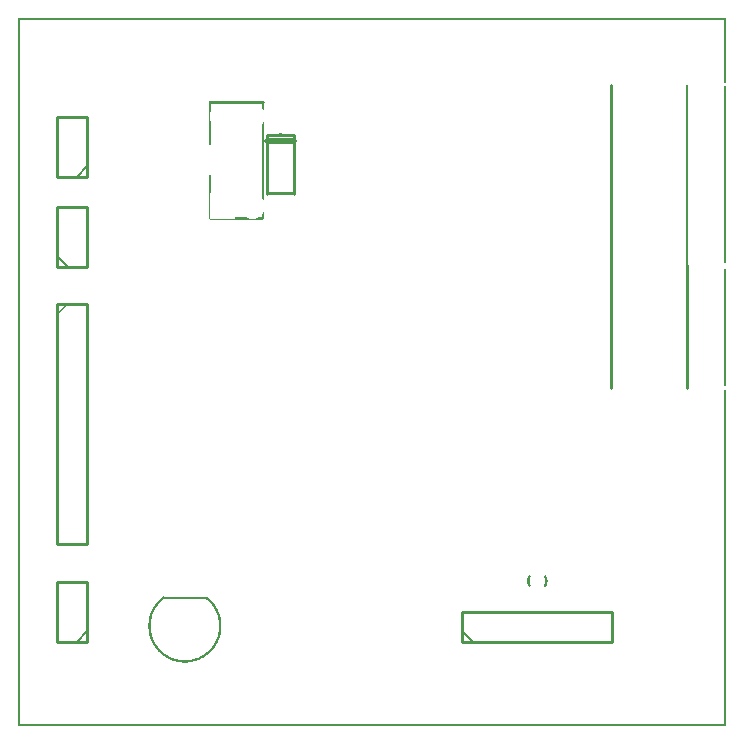
<source format=gto>
G04 MADE WITH FRITZING*
G04 WWW.FRITZING.ORG*
G04 DOUBLE SIDED*
G04 HOLES PLATED*
G04 CONTOUR ON CENTER OF CONTOUR VECTOR*
%ASAXBY*%
%FSLAX23Y23*%
%MOIN*%
%OFA0B0*%
%SFA1.0B1.0*%
%ADD10C,0.010000*%
%ADD11C,0.020000*%
%ADD12C,0.005000*%
%ADD13C,0.010417*%
%ADD14C,0.009799*%
%ADD15C,0.007874*%
%ADD16R,0.001000X0.001000*%
%LNSILK1*%
G90*
G70*
G54D10*
X920Y1970D02*
X920Y1775D01*
D02*
X830Y1775D02*
X830Y1970D01*
D02*
X830Y1970D02*
X920Y1970D01*
G54D11*
D02*
X830Y1950D02*
X920Y1950D01*
G54D10*
D02*
X1977Y2138D02*
X1977Y1528D01*
G54D12*
D02*
X2230Y1528D02*
X2230Y2138D01*
G54D13*
D02*
X1977Y1538D02*
X1977Y1128D01*
D02*
X2230Y1128D02*
X2230Y1538D01*
G54D14*
D02*
X817Y2083D02*
X640Y2083D01*
G54D10*
D02*
X132Y1408D02*
X132Y608D01*
D02*
X132Y608D02*
X232Y608D01*
D02*
X232Y608D02*
X232Y1408D01*
D02*
X232Y1408D02*
X132Y1408D01*
D02*
X132Y1533D02*
X232Y1533D01*
D02*
X232Y1533D02*
X232Y1733D01*
D02*
X232Y1733D02*
X132Y1733D01*
D02*
X132Y1733D02*
X132Y1533D01*
G54D12*
D02*
X167Y1533D02*
X132Y1568D01*
G54D10*
D02*
X232Y1833D02*
X232Y2033D01*
D02*
X232Y2033D02*
X132Y2033D01*
D02*
X132Y2033D02*
X132Y1833D01*
D02*
X132Y1833D02*
X232Y1833D01*
G54D12*
D02*
X232Y1868D02*
X197Y1833D01*
G54D10*
D02*
X232Y283D02*
X232Y483D01*
D02*
X232Y483D02*
X132Y483D01*
D02*
X132Y483D02*
X132Y283D01*
D02*
X132Y283D02*
X232Y283D01*
G54D12*
D02*
X232Y318D02*
X197Y283D01*
G54D10*
D02*
X1482Y283D02*
X1982Y283D01*
D02*
X1982Y283D02*
X1982Y383D01*
D02*
X1982Y383D02*
X1482Y383D01*
D02*
X1482Y383D02*
X1482Y283D01*
G54D12*
D02*
X1517Y283D02*
X1482Y318D01*
G54D15*
X627Y429D02*
X486Y429D01*
D02*
G54D16*
X0Y2362D02*
X2361Y2362D01*
X0Y2361D02*
X2361Y2361D01*
X0Y2360D02*
X2361Y2360D01*
X0Y2359D02*
X2361Y2359D01*
X0Y2358D02*
X2361Y2358D01*
X0Y2357D02*
X2361Y2357D01*
X0Y2356D02*
X2361Y2356D01*
X0Y2355D02*
X2361Y2355D01*
X0Y2354D02*
X7Y2354D01*
X2354Y2354D02*
X2361Y2354D01*
X0Y2353D02*
X7Y2353D01*
X2354Y2353D02*
X2361Y2353D01*
X0Y2352D02*
X7Y2352D01*
X2354Y2352D02*
X2361Y2352D01*
X0Y2351D02*
X7Y2351D01*
X2354Y2351D02*
X2361Y2351D01*
X0Y2350D02*
X7Y2350D01*
X2354Y2350D02*
X2361Y2350D01*
X0Y2349D02*
X7Y2349D01*
X2354Y2349D02*
X2361Y2349D01*
X0Y2348D02*
X7Y2348D01*
X2354Y2348D02*
X2361Y2348D01*
X0Y2347D02*
X7Y2347D01*
X2354Y2347D02*
X2361Y2347D01*
X0Y2346D02*
X7Y2346D01*
X2354Y2346D02*
X2361Y2346D01*
X0Y2345D02*
X7Y2345D01*
X2354Y2345D02*
X2361Y2345D01*
X0Y2344D02*
X7Y2344D01*
X2354Y2344D02*
X2361Y2344D01*
X0Y2343D02*
X7Y2343D01*
X2354Y2343D02*
X2361Y2343D01*
X0Y2342D02*
X7Y2342D01*
X2354Y2342D02*
X2361Y2342D01*
X0Y2341D02*
X7Y2341D01*
X2354Y2341D02*
X2361Y2341D01*
X0Y2340D02*
X7Y2340D01*
X2354Y2340D02*
X2361Y2340D01*
X0Y2339D02*
X7Y2339D01*
X2354Y2339D02*
X2361Y2339D01*
X0Y2338D02*
X7Y2338D01*
X2354Y2338D02*
X2361Y2338D01*
X0Y2337D02*
X7Y2337D01*
X2354Y2337D02*
X2361Y2337D01*
X0Y2336D02*
X7Y2336D01*
X2354Y2336D02*
X2361Y2336D01*
X0Y2335D02*
X7Y2335D01*
X2354Y2335D02*
X2361Y2335D01*
X0Y2334D02*
X7Y2334D01*
X2354Y2334D02*
X2361Y2334D01*
X0Y2333D02*
X7Y2333D01*
X2354Y2333D02*
X2361Y2333D01*
X0Y2332D02*
X7Y2332D01*
X2354Y2332D02*
X2361Y2332D01*
X0Y2331D02*
X7Y2331D01*
X2354Y2331D02*
X2361Y2331D01*
X0Y2330D02*
X7Y2330D01*
X2354Y2330D02*
X2361Y2330D01*
X0Y2329D02*
X7Y2329D01*
X2354Y2329D02*
X2361Y2329D01*
X0Y2328D02*
X7Y2328D01*
X2354Y2328D02*
X2361Y2328D01*
X0Y2327D02*
X7Y2327D01*
X2354Y2327D02*
X2361Y2327D01*
X0Y2326D02*
X7Y2326D01*
X2354Y2326D02*
X2361Y2326D01*
X0Y2325D02*
X7Y2325D01*
X2354Y2325D02*
X2361Y2325D01*
X0Y2324D02*
X7Y2324D01*
X2354Y2324D02*
X2361Y2324D01*
X0Y2323D02*
X7Y2323D01*
X2354Y2323D02*
X2361Y2323D01*
X0Y2322D02*
X7Y2322D01*
X2354Y2322D02*
X2361Y2322D01*
X0Y2321D02*
X7Y2321D01*
X2354Y2321D02*
X2361Y2321D01*
X0Y2320D02*
X7Y2320D01*
X2354Y2320D02*
X2361Y2320D01*
X0Y2319D02*
X7Y2319D01*
X2354Y2319D02*
X2361Y2319D01*
X0Y2318D02*
X7Y2318D01*
X2354Y2318D02*
X2361Y2318D01*
X0Y2317D02*
X7Y2317D01*
X2354Y2317D02*
X2361Y2317D01*
X0Y2316D02*
X7Y2316D01*
X2354Y2316D02*
X2361Y2316D01*
X0Y2315D02*
X7Y2315D01*
X2354Y2315D02*
X2361Y2315D01*
X0Y2314D02*
X7Y2314D01*
X2354Y2314D02*
X2361Y2314D01*
X0Y2313D02*
X7Y2313D01*
X2354Y2313D02*
X2361Y2313D01*
X0Y2312D02*
X7Y2312D01*
X2354Y2312D02*
X2361Y2312D01*
X0Y2311D02*
X7Y2311D01*
X2354Y2311D02*
X2361Y2311D01*
X0Y2310D02*
X7Y2310D01*
X2354Y2310D02*
X2361Y2310D01*
X0Y2309D02*
X7Y2309D01*
X2354Y2309D02*
X2361Y2309D01*
X0Y2308D02*
X7Y2308D01*
X2354Y2308D02*
X2361Y2308D01*
X0Y2307D02*
X7Y2307D01*
X2354Y2307D02*
X2361Y2307D01*
X0Y2306D02*
X7Y2306D01*
X2354Y2306D02*
X2361Y2306D01*
X0Y2305D02*
X7Y2305D01*
X2354Y2305D02*
X2361Y2305D01*
X0Y2304D02*
X7Y2304D01*
X2354Y2304D02*
X2361Y2304D01*
X0Y2303D02*
X7Y2303D01*
X2354Y2303D02*
X2361Y2303D01*
X0Y2302D02*
X7Y2302D01*
X2354Y2302D02*
X2361Y2302D01*
X0Y2301D02*
X7Y2301D01*
X2354Y2301D02*
X2361Y2301D01*
X0Y2300D02*
X7Y2300D01*
X2354Y2300D02*
X2361Y2300D01*
X0Y2299D02*
X7Y2299D01*
X2354Y2299D02*
X2361Y2299D01*
X0Y2298D02*
X7Y2298D01*
X2354Y2298D02*
X2361Y2298D01*
X0Y2297D02*
X7Y2297D01*
X2354Y2297D02*
X2361Y2297D01*
X0Y2296D02*
X7Y2296D01*
X2354Y2296D02*
X2361Y2296D01*
X0Y2295D02*
X7Y2295D01*
X2354Y2295D02*
X2361Y2295D01*
X0Y2294D02*
X7Y2294D01*
X2354Y2294D02*
X2361Y2294D01*
X0Y2293D02*
X7Y2293D01*
X2354Y2293D02*
X2361Y2293D01*
X0Y2292D02*
X7Y2292D01*
X2354Y2292D02*
X2361Y2292D01*
X0Y2291D02*
X7Y2291D01*
X2354Y2291D02*
X2361Y2291D01*
X0Y2290D02*
X7Y2290D01*
X2354Y2290D02*
X2361Y2290D01*
X0Y2289D02*
X7Y2289D01*
X2354Y2289D02*
X2361Y2289D01*
X0Y2288D02*
X7Y2288D01*
X2354Y2288D02*
X2361Y2288D01*
X0Y2287D02*
X7Y2287D01*
X2354Y2287D02*
X2361Y2287D01*
X0Y2286D02*
X7Y2286D01*
X2354Y2286D02*
X2361Y2286D01*
X0Y2285D02*
X7Y2285D01*
X2354Y2285D02*
X2361Y2285D01*
X0Y2284D02*
X7Y2284D01*
X2354Y2284D02*
X2361Y2284D01*
X0Y2283D02*
X7Y2283D01*
X2354Y2283D02*
X2361Y2283D01*
X0Y2282D02*
X7Y2282D01*
X2354Y2282D02*
X2361Y2282D01*
X0Y2281D02*
X7Y2281D01*
X2354Y2281D02*
X2361Y2281D01*
X0Y2280D02*
X7Y2280D01*
X2354Y2280D02*
X2361Y2280D01*
X0Y2279D02*
X7Y2279D01*
X2354Y2279D02*
X2361Y2279D01*
X0Y2278D02*
X7Y2278D01*
X2354Y2278D02*
X2361Y2278D01*
X0Y2277D02*
X7Y2277D01*
X2354Y2277D02*
X2361Y2277D01*
X0Y2276D02*
X7Y2276D01*
X2354Y2276D02*
X2361Y2276D01*
X0Y2275D02*
X7Y2275D01*
X2354Y2275D02*
X2361Y2275D01*
X0Y2274D02*
X7Y2274D01*
X2354Y2274D02*
X2361Y2274D01*
X0Y2273D02*
X7Y2273D01*
X2354Y2273D02*
X2361Y2273D01*
X0Y2272D02*
X7Y2272D01*
X2354Y2272D02*
X2361Y2272D01*
X0Y2271D02*
X7Y2271D01*
X2354Y2271D02*
X2361Y2271D01*
X0Y2270D02*
X7Y2270D01*
X2354Y2270D02*
X2361Y2270D01*
X0Y2269D02*
X7Y2269D01*
X2354Y2269D02*
X2361Y2269D01*
X0Y2268D02*
X7Y2268D01*
X2354Y2268D02*
X2361Y2268D01*
X0Y2267D02*
X7Y2267D01*
X2354Y2267D02*
X2361Y2267D01*
X0Y2266D02*
X7Y2266D01*
X2354Y2266D02*
X2361Y2266D01*
X0Y2265D02*
X7Y2265D01*
X2354Y2265D02*
X2361Y2265D01*
X0Y2264D02*
X7Y2264D01*
X2354Y2264D02*
X2361Y2264D01*
X0Y2263D02*
X7Y2263D01*
X2354Y2263D02*
X2361Y2263D01*
X0Y2262D02*
X7Y2262D01*
X2354Y2262D02*
X2361Y2262D01*
X0Y2261D02*
X7Y2261D01*
X2354Y2261D02*
X2361Y2261D01*
X0Y2260D02*
X7Y2260D01*
X2354Y2260D02*
X2361Y2260D01*
X0Y2259D02*
X7Y2259D01*
X2354Y2259D02*
X2361Y2259D01*
X0Y2258D02*
X7Y2258D01*
X2354Y2258D02*
X2361Y2258D01*
X0Y2257D02*
X7Y2257D01*
X2354Y2257D02*
X2361Y2257D01*
X0Y2256D02*
X7Y2256D01*
X2354Y2256D02*
X2361Y2256D01*
X0Y2255D02*
X7Y2255D01*
X2354Y2255D02*
X2361Y2255D01*
X0Y2254D02*
X7Y2254D01*
X2354Y2254D02*
X2361Y2254D01*
X0Y2253D02*
X7Y2253D01*
X2354Y2253D02*
X2361Y2253D01*
X0Y2252D02*
X7Y2252D01*
X2354Y2252D02*
X2361Y2252D01*
X0Y2251D02*
X7Y2251D01*
X2354Y2251D02*
X2361Y2251D01*
X0Y2250D02*
X7Y2250D01*
X2354Y2250D02*
X2361Y2250D01*
X0Y2249D02*
X7Y2249D01*
X2354Y2249D02*
X2361Y2249D01*
X0Y2248D02*
X7Y2248D01*
X2354Y2248D02*
X2361Y2248D01*
X0Y2247D02*
X7Y2247D01*
X2354Y2247D02*
X2361Y2247D01*
X0Y2246D02*
X7Y2246D01*
X2354Y2246D02*
X2361Y2246D01*
X0Y2245D02*
X7Y2245D01*
X2354Y2245D02*
X2361Y2245D01*
X0Y2244D02*
X7Y2244D01*
X2354Y2244D02*
X2361Y2244D01*
X0Y2243D02*
X7Y2243D01*
X2354Y2243D02*
X2361Y2243D01*
X0Y2242D02*
X7Y2242D01*
X2354Y2242D02*
X2361Y2242D01*
X0Y2241D02*
X7Y2241D01*
X2354Y2241D02*
X2361Y2241D01*
X0Y2240D02*
X7Y2240D01*
X2354Y2240D02*
X2361Y2240D01*
X0Y2239D02*
X7Y2239D01*
X2354Y2239D02*
X2361Y2239D01*
X0Y2238D02*
X7Y2238D01*
X2354Y2238D02*
X2361Y2238D01*
X0Y2237D02*
X7Y2237D01*
X2354Y2237D02*
X2361Y2237D01*
X0Y2236D02*
X7Y2236D01*
X2354Y2236D02*
X2361Y2236D01*
X0Y2235D02*
X7Y2235D01*
X2354Y2235D02*
X2361Y2235D01*
X0Y2234D02*
X7Y2234D01*
X2354Y2234D02*
X2361Y2234D01*
X0Y2233D02*
X7Y2233D01*
X2354Y2233D02*
X2361Y2233D01*
X0Y2232D02*
X7Y2232D01*
X2354Y2232D02*
X2361Y2232D01*
X0Y2231D02*
X7Y2231D01*
X2354Y2231D02*
X2361Y2231D01*
X0Y2230D02*
X7Y2230D01*
X2354Y2230D02*
X2361Y2230D01*
X0Y2229D02*
X7Y2229D01*
X2354Y2229D02*
X2361Y2229D01*
X0Y2228D02*
X7Y2228D01*
X2354Y2228D02*
X2361Y2228D01*
X0Y2227D02*
X7Y2227D01*
X2354Y2227D02*
X2361Y2227D01*
X0Y2226D02*
X7Y2226D01*
X2354Y2226D02*
X2361Y2226D01*
X0Y2225D02*
X7Y2225D01*
X2354Y2225D02*
X2361Y2225D01*
X0Y2224D02*
X7Y2224D01*
X2354Y2224D02*
X2361Y2224D01*
X0Y2223D02*
X7Y2223D01*
X2354Y2223D02*
X2361Y2223D01*
X0Y2222D02*
X7Y2222D01*
X2354Y2222D02*
X2361Y2222D01*
X0Y2221D02*
X7Y2221D01*
X2354Y2221D02*
X2361Y2221D01*
X0Y2220D02*
X7Y2220D01*
X2354Y2220D02*
X2361Y2220D01*
X0Y2219D02*
X7Y2219D01*
X2354Y2219D02*
X2361Y2219D01*
X0Y2218D02*
X7Y2218D01*
X2354Y2218D02*
X2361Y2218D01*
X0Y2217D02*
X7Y2217D01*
X2354Y2217D02*
X2361Y2217D01*
X0Y2216D02*
X7Y2216D01*
X2354Y2216D02*
X2361Y2216D01*
X0Y2215D02*
X7Y2215D01*
X2354Y2215D02*
X2361Y2215D01*
X0Y2214D02*
X7Y2214D01*
X2354Y2214D02*
X2361Y2214D01*
X0Y2213D02*
X7Y2213D01*
X2354Y2213D02*
X2361Y2213D01*
X0Y2212D02*
X7Y2212D01*
X2354Y2212D02*
X2361Y2212D01*
X0Y2211D02*
X7Y2211D01*
X2354Y2211D02*
X2361Y2211D01*
X0Y2210D02*
X7Y2210D01*
X2354Y2210D02*
X2361Y2210D01*
X0Y2209D02*
X7Y2209D01*
X2354Y2209D02*
X2361Y2209D01*
X0Y2208D02*
X7Y2208D01*
X2354Y2208D02*
X2361Y2208D01*
X0Y2207D02*
X7Y2207D01*
X2354Y2207D02*
X2361Y2207D01*
X0Y2206D02*
X7Y2206D01*
X2354Y2206D02*
X2361Y2206D01*
X0Y2205D02*
X7Y2205D01*
X2354Y2205D02*
X2361Y2205D01*
X0Y2204D02*
X7Y2204D01*
X2354Y2204D02*
X2361Y2204D01*
X0Y2203D02*
X7Y2203D01*
X2354Y2203D02*
X2361Y2203D01*
X0Y2202D02*
X7Y2202D01*
X2354Y2202D02*
X2361Y2202D01*
X0Y2201D02*
X7Y2201D01*
X2354Y2201D02*
X2361Y2201D01*
X0Y2200D02*
X7Y2200D01*
X2354Y2200D02*
X2361Y2200D01*
X0Y2199D02*
X7Y2199D01*
X2354Y2199D02*
X2361Y2199D01*
X0Y2198D02*
X7Y2198D01*
X2354Y2198D02*
X2361Y2198D01*
X0Y2197D02*
X7Y2197D01*
X2354Y2197D02*
X2361Y2197D01*
X0Y2196D02*
X7Y2196D01*
X2354Y2196D02*
X2361Y2196D01*
X0Y2195D02*
X7Y2195D01*
X2354Y2195D02*
X2361Y2195D01*
X0Y2194D02*
X7Y2194D01*
X2354Y2194D02*
X2361Y2194D01*
X0Y2193D02*
X7Y2193D01*
X2354Y2193D02*
X2361Y2193D01*
X0Y2192D02*
X7Y2192D01*
X2354Y2192D02*
X2361Y2192D01*
X0Y2191D02*
X7Y2191D01*
X2354Y2191D02*
X2361Y2191D01*
X0Y2190D02*
X7Y2190D01*
X2354Y2190D02*
X2361Y2190D01*
X0Y2189D02*
X7Y2189D01*
X2354Y2189D02*
X2361Y2189D01*
X0Y2188D02*
X7Y2188D01*
X2354Y2188D02*
X2361Y2188D01*
X0Y2187D02*
X7Y2187D01*
X2354Y2187D02*
X2361Y2187D01*
X0Y2186D02*
X7Y2186D01*
X2354Y2186D02*
X2361Y2186D01*
X0Y2185D02*
X7Y2185D01*
X2354Y2185D02*
X2361Y2185D01*
X0Y2184D02*
X7Y2184D01*
X2354Y2184D02*
X2361Y2184D01*
X0Y2183D02*
X7Y2183D01*
X2354Y2183D02*
X2361Y2183D01*
X0Y2182D02*
X7Y2182D01*
X2354Y2182D02*
X2361Y2182D01*
X0Y2181D02*
X7Y2181D01*
X2354Y2181D02*
X2361Y2181D01*
X0Y2180D02*
X7Y2180D01*
X2354Y2180D02*
X2361Y2180D01*
X0Y2179D02*
X7Y2179D01*
X2354Y2179D02*
X2361Y2179D01*
X0Y2178D02*
X7Y2178D01*
X2354Y2178D02*
X2361Y2178D01*
X0Y2177D02*
X7Y2177D01*
X2354Y2177D02*
X2361Y2177D01*
X0Y2176D02*
X7Y2176D01*
X2354Y2176D02*
X2361Y2176D01*
X0Y2175D02*
X7Y2175D01*
X2354Y2175D02*
X2361Y2175D01*
X0Y2174D02*
X7Y2174D01*
X2354Y2174D02*
X2361Y2174D01*
X0Y2173D02*
X7Y2173D01*
X2354Y2173D02*
X2361Y2173D01*
X0Y2172D02*
X7Y2172D01*
X2354Y2172D02*
X2361Y2172D01*
X0Y2171D02*
X7Y2171D01*
X2354Y2171D02*
X2361Y2171D01*
X0Y2170D02*
X7Y2170D01*
X2354Y2170D02*
X2361Y2170D01*
X0Y2169D02*
X7Y2169D01*
X2354Y2169D02*
X2361Y2169D01*
X0Y2168D02*
X7Y2168D01*
X2354Y2168D02*
X2361Y2168D01*
X0Y2167D02*
X7Y2167D01*
X2354Y2167D02*
X2361Y2167D01*
X0Y2166D02*
X7Y2166D01*
X2354Y2166D02*
X2361Y2166D01*
X0Y2165D02*
X7Y2165D01*
X2354Y2165D02*
X2361Y2165D01*
X0Y2164D02*
X7Y2164D01*
X2354Y2164D02*
X2361Y2164D01*
X0Y2163D02*
X7Y2163D01*
X2354Y2163D02*
X2361Y2163D01*
X0Y2162D02*
X7Y2162D01*
X2354Y2162D02*
X2361Y2162D01*
X0Y2161D02*
X7Y2161D01*
X2354Y2161D02*
X2361Y2161D01*
X0Y2160D02*
X7Y2160D01*
X2354Y2160D02*
X2361Y2160D01*
X0Y2159D02*
X7Y2159D01*
X2354Y2159D02*
X2361Y2159D01*
X0Y2158D02*
X7Y2158D01*
X2354Y2158D02*
X2361Y2158D01*
X0Y2157D02*
X7Y2157D01*
X2354Y2157D02*
X2361Y2157D01*
X0Y2156D02*
X7Y2156D01*
X2354Y2156D02*
X2361Y2156D01*
X0Y2155D02*
X7Y2155D01*
X2354Y2155D02*
X2361Y2155D01*
X0Y2154D02*
X7Y2154D01*
X2354Y2154D02*
X2361Y2154D01*
X0Y2153D02*
X7Y2153D01*
X2354Y2153D02*
X2361Y2153D01*
X0Y2152D02*
X7Y2152D01*
X2354Y2152D02*
X2361Y2152D01*
X0Y2151D02*
X7Y2151D01*
X2354Y2151D02*
X2361Y2151D01*
X0Y2150D02*
X7Y2150D01*
X2354Y2150D02*
X2361Y2150D01*
X0Y2149D02*
X7Y2149D01*
X2354Y2149D02*
X2361Y2149D01*
X0Y2148D02*
X7Y2148D01*
X2354Y2148D02*
X2361Y2148D01*
X0Y2147D02*
X7Y2147D01*
X2354Y2147D02*
X2361Y2147D01*
X0Y2146D02*
X7Y2146D01*
X2354Y2146D02*
X2361Y2146D01*
X0Y2145D02*
X7Y2145D01*
X2354Y2145D02*
X2361Y2145D01*
X0Y2144D02*
X7Y2144D01*
X2354Y2144D02*
X2361Y2144D01*
X0Y2143D02*
X7Y2143D01*
X0Y2142D02*
X7Y2142D01*
X0Y2141D02*
X7Y2141D01*
X0Y2140D02*
X7Y2140D01*
X0Y2139D02*
X7Y2139D01*
X0Y2138D02*
X7Y2138D01*
X0Y2137D02*
X7Y2137D01*
X0Y2136D02*
X7Y2136D01*
X0Y2135D02*
X7Y2135D01*
X0Y2134D02*
X7Y2134D01*
X0Y2133D02*
X7Y2133D01*
X2354Y2133D02*
X2361Y2133D01*
X0Y2132D02*
X7Y2132D01*
X2354Y2132D02*
X2361Y2132D01*
X0Y2131D02*
X7Y2131D01*
X2354Y2131D02*
X2361Y2131D01*
X0Y2130D02*
X7Y2130D01*
X2354Y2130D02*
X2361Y2130D01*
X0Y2129D02*
X7Y2129D01*
X2354Y2129D02*
X2361Y2129D01*
X0Y2128D02*
X7Y2128D01*
X2354Y2128D02*
X2361Y2128D01*
X0Y2127D02*
X7Y2127D01*
X2354Y2127D02*
X2361Y2127D01*
X0Y2126D02*
X7Y2126D01*
X2354Y2126D02*
X2361Y2126D01*
X0Y2125D02*
X7Y2125D01*
X2354Y2125D02*
X2361Y2125D01*
X0Y2124D02*
X7Y2124D01*
X2354Y2124D02*
X2361Y2124D01*
X0Y2123D02*
X7Y2123D01*
X2354Y2123D02*
X2361Y2123D01*
X0Y2122D02*
X7Y2122D01*
X2354Y2122D02*
X2361Y2122D01*
X0Y2121D02*
X7Y2121D01*
X2354Y2121D02*
X2361Y2121D01*
X0Y2120D02*
X7Y2120D01*
X2354Y2120D02*
X2361Y2120D01*
X0Y2119D02*
X7Y2119D01*
X2354Y2119D02*
X2361Y2119D01*
X0Y2118D02*
X7Y2118D01*
X2354Y2118D02*
X2361Y2118D01*
X0Y2117D02*
X7Y2117D01*
X2354Y2117D02*
X2361Y2117D01*
X0Y2116D02*
X7Y2116D01*
X2354Y2116D02*
X2361Y2116D01*
X0Y2115D02*
X7Y2115D01*
X2354Y2115D02*
X2361Y2115D01*
X0Y2114D02*
X7Y2114D01*
X2354Y2114D02*
X2361Y2114D01*
X0Y2113D02*
X7Y2113D01*
X2354Y2113D02*
X2361Y2113D01*
X0Y2112D02*
X7Y2112D01*
X2354Y2112D02*
X2361Y2112D01*
X0Y2111D02*
X7Y2111D01*
X2354Y2111D02*
X2361Y2111D01*
X0Y2110D02*
X7Y2110D01*
X2354Y2110D02*
X2361Y2110D01*
X0Y2109D02*
X7Y2109D01*
X2354Y2109D02*
X2361Y2109D01*
X0Y2108D02*
X7Y2108D01*
X2354Y2108D02*
X2361Y2108D01*
X0Y2107D02*
X7Y2107D01*
X2354Y2107D02*
X2361Y2107D01*
X0Y2106D02*
X7Y2106D01*
X2354Y2106D02*
X2361Y2106D01*
X0Y2105D02*
X7Y2105D01*
X2354Y2105D02*
X2361Y2105D01*
X0Y2104D02*
X7Y2104D01*
X2354Y2104D02*
X2361Y2104D01*
X0Y2103D02*
X7Y2103D01*
X2354Y2103D02*
X2361Y2103D01*
X0Y2102D02*
X7Y2102D01*
X2354Y2102D02*
X2361Y2102D01*
X0Y2101D02*
X7Y2101D01*
X2354Y2101D02*
X2361Y2101D01*
X0Y2100D02*
X7Y2100D01*
X2354Y2100D02*
X2361Y2100D01*
X0Y2099D02*
X7Y2099D01*
X2354Y2099D02*
X2361Y2099D01*
X0Y2098D02*
X7Y2098D01*
X2354Y2098D02*
X2361Y2098D01*
X0Y2097D02*
X7Y2097D01*
X2354Y2097D02*
X2361Y2097D01*
X0Y2096D02*
X7Y2096D01*
X2354Y2096D02*
X2361Y2096D01*
X0Y2095D02*
X7Y2095D01*
X2354Y2095D02*
X2361Y2095D01*
X0Y2094D02*
X7Y2094D01*
X2354Y2094D02*
X2361Y2094D01*
X0Y2093D02*
X7Y2093D01*
X2354Y2093D02*
X2361Y2093D01*
X0Y2092D02*
X7Y2092D01*
X2354Y2092D02*
X2361Y2092D01*
X0Y2091D02*
X7Y2091D01*
X2354Y2091D02*
X2361Y2091D01*
X0Y2090D02*
X7Y2090D01*
X2354Y2090D02*
X2361Y2090D01*
X0Y2089D02*
X7Y2089D01*
X2354Y2089D02*
X2361Y2089D01*
X0Y2088D02*
X7Y2088D01*
X2354Y2088D02*
X2361Y2088D01*
X0Y2087D02*
X7Y2087D01*
X2354Y2087D02*
X2361Y2087D01*
X0Y2086D02*
X7Y2086D01*
X2354Y2086D02*
X2361Y2086D01*
X0Y2085D02*
X7Y2085D01*
X2354Y2085D02*
X2361Y2085D01*
X0Y2084D02*
X7Y2084D01*
X2354Y2084D02*
X2361Y2084D01*
X0Y2083D02*
X7Y2083D01*
X637Y2083D02*
X642Y2083D01*
X814Y2083D02*
X819Y2083D01*
X2354Y2083D02*
X2361Y2083D01*
X0Y2082D02*
X7Y2082D01*
X637Y2082D02*
X642Y2082D01*
X814Y2082D02*
X819Y2082D01*
X2354Y2082D02*
X2361Y2082D01*
X0Y2081D02*
X7Y2081D01*
X637Y2081D02*
X642Y2081D01*
X814Y2081D02*
X819Y2081D01*
X2354Y2081D02*
X2361Y2081D01*
X0Y2080D02*
X7Y2080D01*
X637Y2080D02*
X642Y2080D01*
X814Y2080D02*
X819Y2080D01*
X2354Y2080D02*
X2361Y2080D01*
X0Y2079D02*
X7Y2079D01*
X637Y2079D02*
X642Y2079D01*
X814Y2079D02*
X819Y2079D01*
X2354Y2079D02*
X2361Y2079D01*
X0Y2078D02*
X7Y2078D01*
X637Y2078D02*
X642Y2078D01*
X814Y2078D02*
X819Y2078D01*
X2354Y2078D02*
X2361Y2078D01*
X0Y2077D02*
X7Y2077D01*
X637Y2077D02*
X642Y2077D01*
X814Y2077D02*
X819Y2077D01*
X2354Y2077D02*
X2361Y2077D01*
X0Y2076D02*
X7Y2076D01*
X637Y2076D02*
X642Y2076D01*
X814Y2076D02*
X819Y2076D01*
X2354Y2076D02*
X2361Y2076D01*
X0Y2075D02*
X7Y2075D01*
X637Y2075D02*
X642Y2075D01*
X814Y2075D02*
X819Y2075D01*
X2354Y2075D02*
X2361Y2075D01*
X0Y2074D02*
X7Y2074D01*
X637Y2074D02*
X642Y2074D01*
X814Y2074D02*
X819Y2074D01*
X2354Y2074D02*
X2361Y2074D01*
X0Y2073D02*
X7Y2073D01*
X637Y2073D02*
X642Y2073D01*
X814Y2073D02*
X819Y2073D01*
X2354Y2073D02*
X2361Y2073D01*
X0Y2072D02*
X7Y2072D01*
X637Y2072D02*
X642Y2072D01*
X814Y2072D02*
X819Y2072D01*
X2354Y2072D02*
X2361Y2072D01*
X0Y2071D02*
X7Y2071D01*
X637Y2071D02*
X642Y2071D01*
X814Y2071D02*
X819Y2071D01*
X2354Y2071D02*
X2361Y2071D01*
X0Y2070D02*
X7Y2070D01*
X637Y2070D02*
X642Y2070D01*
X814Y2070D02*
X819Y2070D01*
X2354Y2070D02*
X2361Y2070D01*
X0Y2069D02*
X7Y2069D01*
X637Y2069D02*
X642Y2069D01*
X814Y2069D02*
X819Y2069D01*
X2354Y2069D02*
X2361Y2069D01*
X0Y2068D02*
X7Y2068D01*
X637Y2068D02*
X642Y2068D01*
X814Y2068D02*
X819Y2068D01*
X2354Y2068D02*
X2361Y2068D01*
X0Y2067D02*
X7Y2067D01*
X637Y2067D02*
X642Y2067D01*
X814Y2067D02*
X819Y2067D01*
X2354Y2067D02*
X2361Y2067D01*
X0Y2066D02*
X7Y2066D01*
X637Y2066D02*
X642Y2066D01*
X814Y2066D02*
X819Y2066D01*
X2354Y2066D02*
X2361Y2066D01*
X0Y2065D02*
X7Y2065D01*
X637Y2065D02*
X642Y2065D01*
X814Y2065D02*
X819Y2065D01*
X2354Y2065D02*
X2361Y2065D01*
X0Y2064D02*
X7Y2064D01*
X637Y2064D02*
X642Y2064D01*
X814Y2064D02*
X819Y2064D01*
X2354Y2064D02*
X2361Y2064D01*
X0Y2063D02*
X7Y2063D01*
X637Y2063D02*
X642Y2063D01*
X814Y2063D02*
X819Y2063D01*
X2354Y2063D02*
X2361Y2063D01*
X0Y2062D02*
X7Y2062D01*
X637Y2062D02*
X642Y2062D01*
X814Y2062D02*
X819Y2062D01*
X2354Y2062D02*
X2361Y2062D01*
X0Y2061D02*
X7Y2061D01*
X637Y2061D02*
X642Y2061D01*
X815Y2061D02*
X819Y2061D01*
X2354Y2061D02*
X2361Y2061D01*
X0Y2060D02*
X7Y2060D01*
X637Y2060D02*
X642Y2060D01*
X815Y2060D02*
X819Y2060D01*
X2354Y2060D02*
X2361Y2060D01*
X0Y2059D02*
X7Y2059D01*
X637Y2059D02*
X642Y2059D01*
X816Y2059D02*
X819Y2059D01*
X2354Y2059D02*
X2361Y2059D01*
X0Y2058D02*
X7Y2058D01*
X637Y2058D02*
X642Y2058D01*
X817Y2058D02*
X819Y2058D01*
X2354Y2058D02*
X2361Y2058D01*
X0Y2057D02*
X7Y2057D01*
X637Y2057D02*
X642Y2057D01*
X817Y2057D02*
X819Y2057D01*
X2354Y2057D02*
X2361Y2057D01*
X0Y2056D02*
X7Y2056D01*
X637Y2056D02*
X642Y2056D01*
X818Y2056D02*
X819Y2056D01*
X2354Y2056D02*
X2361Y2056D01*
X0Y2055D02*
X7Y2055D01*
X637Y2055D02*
X642Y2055D01*
X819Y2055D02*
X819Y2055D01*
X2354Y2055D02*
X2361Y2055D01*
X0Y2054D02*
X7Y2054D01*
X637Y2054D02*
X642Y2054D01*
X819Y2054D02*
X819Y2054D01*
X2354Y2054D02*
X2361Y2054D01*
X0Y2053D02*
X7Y2053D01*
X637Y2053D02*
X642Y2053D01*
X2354Y2053D02*
X2361Y2053D01*
X0Y2052D02*
X7Y2052D01*
X637Y2052D02*
X642Y2052D01*
X2354Y2052D02*
X2361Y2052D01*
X0Y2051D02*
X7Y2051D01*
X637Y2051D02*
X642Y2051D01*
X2354Y2051D02*
X2361Y2051D01*
X0Y2050D02*
X7Y2050D01*
X637Y2050D02*
X642Y2050D01*
X2354Y2050D02*
X2361Y2050D01*
X0Y2049D02*
X7Y2049D01*
X637Y2049D02*
X641Y2049D01*
X2354Y2049D02*
X2361Y2049D01*
X0Y2048D02*
X7Y2048D01*
X637Y2048D02*
X641Y2048D01*
X2354Y2048D02*
X2361Y2048D01*
X0Y2047D02*
X7Y2047D01*
X637Y2047D02*
X641Y2047D01*
X2354Y2047D02*
X2361Y2047D01*
X0Y2046D02*
X7Y2046D01*
X637Y2046D02*
X640Y2046D01*
X2354Y2046D02*
X2361Y2046D01*
X0Y2045D02*
X7Y2045D01*
X637Y2045D02*
X640Y2045D01*
X2354Y2045D02*
X2361Y2045D01*
X0Y2044D02*
X7Y2044D01*
X637Y2044D02*
X640Y2044D01*
X2354Y2044D02*
X2361Y2044D01*
X0Y2043D02*
X7Y2043D01*
X637Y2043D02*
X640Y2043D01*
X2354Y2043D02*
X2361Y2043D01*
X0Y2042D02*
X7Y2042D01*
X637Y2042D02*
X639Y2042D01*
X2354Y2042D02*
X2361Y2042D01*
X0Y2041D02*
X7Y2041D01*
X637Y2041D02*
X639Y2041D01*
X2354Y2041D02*
X2361Y2041D01*
X0Y2040D02*
X7Y2040D01*
X637Y2040D02*
X639Y2040D01*
X2354Y2040D02*
X2361Y2040D01*
X0Y2039D02*
X7Y2039D01*
X637Y2039D02*
X639Y2039D01*
X2354Y2039D02*
X2361Y2039D01*
X0Y2038D02*
X7Y2038D01*
X637Y2038D02*
X639Y2038D01*
X2354Y2038D02*
X2361Y2038D01*
X0Y2037D02*
X7Y2037D01*
X637Y2037D02*
X639Y2037D01*
X2354Y2037D02*
X2361Y2037D01*
X0Y2036D02*
X7Y2036D01*
X637Y2036D02*
X639Y2036D01*
X2354Y2036D02*
X2361Y2036D01*
X0Y2035D02*
X7Y2035D01*
X637Y2035D02*
X639Y2035D01*
X2354Y2035D02*
X2361Y2035D01*
X0Y2034D02*
X7Y2034D01*
X637Y2034D02*
X639Y2034D01*
X2354Y2034D02*
X2361Y2034D01*
X0Y2033D02*
X7Y2033D01*
X637Y2033D02*
X639Y2033D01*
X2354Y2033D02*
X2361Y2033D01*
X0Y2032D02*
X7Y2032D01*
X637Y2032D02*
X639Y2032D01*
X2354Y2032D02*
X2361Y2032D01*
X0Y2031D02*
X7Y2031D01*
X637Y2031D02*
X639Y2031D01*
X2354Y2031D02*
X2361Y2031D01*
X0Y2030D02*
X7Y2030D01*
X637Y2030D02*
X639Y2030D01*
X2354Y2030D02*
X2361Y2030D01*
X0Y2029D02*
X7Y2029D01*
X637Y2029D02*
X639Y2029D01*
X2354Y2029D02*
X2361Y2029D01*
X0Y2028D02*
X7Y2028D01*
X637Y2028D02*
X639Y2028D01*
X2354Y2028D02*
X2361Y2028D01*
X0Y2027D02*
X7Y2027D01*
X637Y2027D02*
X639Y2027D01*
X2354Y2027D02*
X2361Y2027D01*
X0Y2026D02*
X7Y2026D01*
X637Y2026D02*
X639Y2026D01*
X2354Y2026D02*
X2361Y2026D01*
X0Y2025D02*
X7Y2025D01*
X637Y2025D02*
X639Y2025D01*
X2354Y2025D02*
X2361Y2025D01*
X0Y2024D02*
X7Y2024D01*
X637Y2024D02*
X640Y2024D01*
X2354Y2024D02*
X2361Y2024D01*
X0Y2023D02*
X7Y2023D01*
X637Y2023D02*
X640Y2023D01*
X2354Y2023D02*
X2361Y2023D01*
X0Y2022D02*
X7Y2022D01*
X637Y2022D02*
X640Y2022D01*
X2354Y2022D02*
X2361Y2022D01*
X0Y2021D02*
X7Y2021D01*
X637Y2021D02*
X641Y2021D01*
X2354Y2021D02*
X2361Y2021D01*
X0Y2020D02*
X7Y2020D01*
X637Y2020D02*
X641Y2020D01*
X2354Y2020D02*
X2361Y2020D01*
X0Y2019D02*
X7Y2019D01*
X637Y2019D02*
X641Y2019D01*
X2354Y2019D02*
X2361Y2019D01*
X0Y2018D02*
X7Y2018D01*
X637Y2018D02*
X642Y2018D01*
X2354Y2018D02*
X2361Y2018D01*
X0Y2017D02*
X7Y2017D01*
X637Y2017D02*
X642Y2017D01*
X2354Y2017D02*
X2361Y2017D01*
X0Y2016D02*
X7Y2016D01*
X637Y2016D02*
X642Y2016D01*
X2354Y2016D02*
X2361Y2016D01*
X0Y2015D02*
X7Y2015D01*
X637Y2015D02*
X642Y2015D01*
X2354Y2015D02*
X2361Y2015D01*
X0Y2014D02*
X7Y2014D01*
X637Y2014D02*
X642Y2014D01*
X2354Y2014D02*
X2361Y2014D01*
X0Y2013D02*
X7Y2013D01*
X637Y2013D02*
X642Y2013D01*
X819Y2013D02*
X819Y2013D01*
X2354Y2013D02*
X2361Y2013D01*
X0Y2012D02*
X7Y2012D01*
X637Y2012D02*
X642Y2012D01*
X818Y2012D02*
X819Y2012D01*
X2354Y2012D02*
X2361Y2012D01*
X0Y2011D02*
X7Y2011D01*
X637Y2011D02*
X642Y2011D01*
X818Y2011D02*
X819Y2011D01*
X2354Y2011D02*
X2361Y2011D01*
X0Y2010D02*
X7Y2010D01*
X637Y2010D02*
X642Y2010D01*
X817Y2010D02*
X819Y2010D01*
X2354Y2010D02*
X2361Y2010D01*
X0Y2009D02*
X7Y2009D01*
X637Y2009D02*
X642Y2009D01*
X816Y2009D02*
X819Y2009D01*
X2354Y2009D02*
X2361Y2009D01*
X0Y2008D02*
X7Y2008D01*
X637Y2008D02*
X642Y2008D01*
X816Y2008D02*
X819Y2008D01*
X2354Y2008D02*
X2361Y2008D01*
X0Y2007D02*
X7Y2007D01*
X637Y2007D02*
X642Y2007D01*
X815Y2007D02*
X819Y2007D01*
X2354Y2007D02*
X2361Y2007D01*
X0Y2006D02*
X7Y2006D01*
X637Y2006D02*
X642Y2006D01*
X814Y2006D02*
X819Y2006D01*
X2354Y2006D02*
X2361Y2006D01*
X0Y2005D02*
X7Y2005D01*
X637Y2005D02*
X642Y2005D01*
X814Y2005D02*
X819Y2005D01*
X2354Y2005D02*
X2361Y2005D01*
X0Y2004D02*
X7Y2004D01*
X637Y2004D02*
X642Y2004D01*
X814Y2004D02*
X819Y2004D01*
X2354Y2004D02*
X2361Y2004D01*
X0Y2003D02*
X7Y2003D01*
X637Y2003D02*
X642Y2003D01*
X814Y2003D02*
X819Y2003D01*
X2354Y2003D02*
X2361Y2003D01*
X0Y2002D02*
X7Y2002D01*
X637Y2002D02*
X642Y2002D01*
X814Y2002D02*
X819Y2002D01*
X2354Y2002D02*
X2361Y2002D01*
X0Y2001D02*
X7Y2001D01*
X637Y2001D02*
X642Y2001D01*
X814Y2001D02*
X819Y2001D01*
X2354Y2001D02*
X2361Y2001D01*
X0Y2000D02*
X7Y2000D01*
X637Y2000D02*
X642Y2000D01*
X814Y2000D02*
X819Y2000D01*
X2354Y2000D02*
X2361Y2000D01*
X0Y1999D02*
X7Y1999D01*
X637Y1999D02*
X642Y1999D01*
X814Y1999D02*
X819Y1999D01*
X2354Y1999D02*
X2361Y1999D01*
X0Y1998D02*
X7Y1998D01*
X637Y1998D02*
X642Y1998D01*
X814Y1998D02*
X819Y1998D01*
X2354Y1998D02*
X2361Y1998D01*
X0Y1997D02*
X7Y1997D01*
X637Y1997D02*
X642Y1997D01*
X814Y1997D02*
X819Y1997D01*
X2354Y1997D02*
X2361Y1997D01*
X0Y1996D02*
X7Y1996D01*
X637Y1996D02*
X642Y1996D01*
X814Y1996D02*
X819Y1996D01*
X2354Y1996D02*
X2361Y1996D01*
X0Y1995D02*
X7Y1995D01*
X637Y1995D02*
X642Y1995D01*
X814Y1995D02*
X819Y1995D01*
X2354Y1995D02*
X2361Y1995D01*
X0Y1994D02*
X7Y1994D01*
X637Y1994D02*
X642Y1994D01*
X814Y1994D02*
X819Y1994D01*
X2354Y1994D02*
X2361Y1994D01*
X0Y1993D02*
X7Y1993D01*
X637Y1993D02*
X642Y1993D01*
X814Y1993D02*
X819Y1993D01*
X2354Y1993D02*
X2361Y1993D01*
X0Y1992D02*
X7Y1992D01*
X637Y1992D02*
X642Y1992D01*
X814Y1992D02*
X819Y1992D01*
X2354Y1992D02*
X2361Y1992D01*
X0Y1991D02*
X7Y1991D01*
X637Y1991D02*
X642Y1991D01*
X814Y1991D02*
X819Y1991D01*
X2354Y1991D02*
X2361Y1991D01*
X0Y1990D02*
X7Y1990D01*
X637Y1990D02*
X642Y1990D01*
X814Y1990D02*
X819Y1990D01*
X2354Y1990D02*
X2361Y1990D01*
X0Y1989D02*
X7Y1989D01*
X637Y1989D02*
X642Y1989D01*
X814Y1989D02*
X819Y1989D01*
X2354Y1989D02*
X2361Y1989D01*
X0Y1988D02*
X7Y1988D01*
X637Y1988D02*
X642Y1988D01*
X814Y1988D02*
X819Y1988D01*
X2354Y1988D02*
X2361Y1988D01*
X0Y1987D02*
X7Y1987D01*
X637Y1987D02*
X642Y1987D01*
X814Y1987D02*
X819Y1987D01*
X2354Y1987D02*
X2361Y1987D01*
X0Y1986D02*
X7Y1986D01*
X637Y1986D02*
X642Y1986D01*
X814Y1986D02*
X819Y1986D01*
X2354Y1986D02*
X2361Y1986D01*
X0Y1985D02*
X7Y1985D01*
X637Y1985D02*
X642Y1985D01*
X814Y1985D02*
X819Y1985D01*
X2354Y1985D02*
X2361Y1985D01*
X0Y1984D02*
X7Y1984D01*
X637Y1984D02*
X642Y1984D01*
X814Y1984D02*
X819Y1984D01*
X2354Y1984D02*
X2361Y1984D01*
X0Y1983D02*
X7Y1983D01*
X637Y1983D02*
X642Y1983D01*
X814Y1983D02*
X819Y1983D01*
X2354Y1983D02*
X2361Y1983D01*
X0Y1982D02*
X7Y1982D01*
X637Y1982D02*
X642Y1982D01*
X814Y1982D02*
X819Y1982D01*
X2354Y1982D02*
X2361Y1982D01*
X0Y1981D02*
X7Y1981D01*
X637Y1981D02*
X642Y1981D01*
X814Y1981D02*
X819Y1981D01*
X2354Y1981D02*
X2361Y1981D01*
X0Y1980D02*
X7Y1980D01*
X637Y1980D02*
X642Y1980D01*
X814Y1980D02*
X819Y1980D01*
X2354Y1980D02*
X2361Y1980D01*
X0Y1979D02*
X7Y1979D01*
X637Y1979D02*
X642Y1979D01*
X814Y1979D02*
X819Y1979D01*
X2354Y1979D02*
X2361Y1979D01*
X0Y1978D02*
X7Y1978D01*
X637Y1978D02*
X642Y1978D01*
X814Y1978D02*
X819Y1978D01*
X870Y1978D02*
X879Y1978D01*
X2354Y1978D02*
X2361Y1978D01*
X0Y1977D02*
X7Y1977D01*
X637Y1977D02*
X642Y1977D01*
X814Y1977D02*
X819Y1977D01*
X870Y1977D02*
X879Y1977D01*
X2354Y1977D02*
X2361Y1977D01*
X0Y1976D02*
X7Y1976D01*
X637Y1976D02*
X642Y1976D01*
X814Y1976D02*
X819Y1976D01*
X870Y1976D02*
X879Y1976D01*
X2354Y1976D02*
X2361Y1976D01*
X0Y1975D02*
X7Y1975D01*
X637Y1975D02*
X642Y1975D01*
X814Y1975D02*
X819Y1975D01*
X870Y1975D02*
X879Y1975D01*
X2354Y1975D02*
X2361Y1975D01*
X0Y1974D02*
X7Y1974D01*
X637Y1974D02*
X642Y1974D01*
X814Y1974D02*
X819Y1974D01*
X870Y1974D02*
X879Y1974D01*
X2354Y1974D02*
X2361Y1974D01*
X0Y1973D02*
X7Y1973D01*
X637Y1973D02*
X642Y1973D01*
X814Y1973D02*
X819Y1973D01*
X870Y1973D02*
X879Y1973D01*
X2354Y1973D02*
X2361Y1973D01*
X0Y1972D02*
X7Y1972D01*
X637Y1972D02*
X642Y1972D01*
X814Y1972D02*
X819Y1972D01*
X870Y1972D02*
X879Y1972D01*
X2354Y1972D02*
X2361Y1972D01*
X0Y1971D02*
X7Y1971D01*
X637Y1971D02*
X642Y1971D01*
X814Y1971D02*
X819Y1971D01*
X870Y1971D02*
X879Y1971D01*
X2354Y1971D02*
X2361Y1971D01*
X0Y1970D02*
X7Y1970D01*
X637Y1970D02*
X642Y1970D01*
X814Y1970D02*
X819Y1970D01*
X2354Y1970D02*
X2361Y1970D01*
X0Y1969D02*
X7Y1969D01*
X637Y1969D02*
X642Y1969D01*
X814Y1969D02*
X819Y1969D01*
X2354Y1969D02*
X2361Y1969D01*
X0Y1968D02*
X7Y1968D01*
X637Y1968D02*
X642Y1968D01*
X814Y1968D02*
X819Y1968D01*
X2354Y1968D02*
X2361Y1968D01*
X0Y1967D02*
X7Y1967D01*
X637Y1967D02*
X642Y1967D01*
X814Y1967D02*
X819Y1967D01*
X2354Y1967D02*
X2361Y1967D01*
X0Y1966D02*
X7Y1966D01*
X637Y1966D02*
X642Y1966D01*
X814Y1966D02*
X819Y1966D01*
X2354Y1966D02*
X2361Y1966D01*
X0Y1965D02*
X7Y1965D01*
X637Y1965D02*
X642Y1965D01*
X814Y1965D02*
X819Y1965D01*
X2354Y1965D02*
X2361Y1965D01*
X0Y1964D02*
X7Y1964D01*
X637Y1964D02*
X642Y1964D01*
X814Y1964D02*
X819Y1964D01*
X2354Y1964D02*
X2361Y1964D01*
X0Y1963D02*
X7Y1963D01*
X637Y1963D02*
X642Y1963D01*
X814Y1963D02*
X819Y1963D01*
X2354Y1963D02*
X2361Y1963D01*
X0Y1962D02*
X7Y1962D01*
X637Y1962D02*
X642Y1962D01*
X814Y1962D02*
X819Y1962D01*
X2354Y1962D02*
X2361Y1962D01*
X0Y1961D02*
X7Y1961D01*
X637Y1961D02*
X642Y1961D01*
X814Y1961D02*
X819Y1961D01*
X2354Y1961D02*
X2361Y1961D01*
X0Y1960D02*
X7Y1960D01*
X637Y1960D02*
X642Y1960D01*
X814Y1960D02*
X819Y1960D01*
X2354Y1960D02*
X2361Y1960D01*
X0Y1959D02*
X7Y1959D01*
X637Y1959D02*
X642Y1959D01*
X814Y1959D02*
X819Y1959D01*
X2354Y1959D02*
X2361Y1959D01*
X0Y1958D02*
X7Y1958D01*
X637Y1958D02*
X642Y1958D01*
X814Y1958D02*
X819Y1958D01*
X2354Y1958D02*
X2361Y1958D01*
X0Y1957D02*
X7Y1957D01*
X637Y1957D02*
X642Y1957D01*
X814Y1957D02*
X819Y1957D01*
X2354Y1957D02*
X2361Y1957D01*
X0Y1956D02*
X7Y1956D01*
X637Y1956D02*
X642Y1956D01*
X814Y1956D02*
X819Y1956D01*
X2354Y1956D02*
X2361Y1956D01*
X0Y1955D02*
X7Y1955D01*
X637Y1955D02*
X642Y1955D01*
X814Y1955D02*
X819Y1955D01*
X2354Y1955D02*
X2361Y1955D01*
X0Y1954D02*
X7Y1954D01*
X637Y1954D02*
X642Y1954D01*
X814Y1954D02*
X819Y1954D01*
X2354Y1954D02*
X2361Y1954D01*
X0Y1953D02*
X7Y1953D01*
X637Y1953D02*
X642Y1953D01*
X814Y1953D02*
X819Y1953D01*
X2354Y1953D02*
X2361Y1953D01*
X0Y1952D02*
X7Y1952D01*
X637Y1952D02*
X642Y1952D01*
X814Y1952D02*
X819Y1952D01*
X2354Y1952D02*
X2361Y1952D01*
X0Y1951D02*
X7Y1951D01*
X637Y1951D02*
X642Y1951D01*
X814Y1951D02*
X819Y1951D01*
X2354Y1951D02*
X2361Y1951D01*
X0Y1950D02*
X7Y1950D01*
X637Y1950D02*
X642Y1950D01*
X814Y1950D02*
X819Y1950D01*
X2354Y1950D02*
X2361Y1950D01*
X0Y1949D02*
X7Y1949D01*
X637Y1949D02*
X642Y1949D01*
X814Y1949D02*
X819Y1949D01*
X2354Y1949D02*
X2361Y1949D01*
X0Y1948D02*
X7Y1948D01*
X637Y1948D02*
X642Y1948D01*
X814Y1948D02*
X819Y1948D01*
X2354Y1948D02*
X2361Y1948D01*
X0Y1947D02*
X7Y1947D01*
X637Y1947D02*
X642Y1947D01*
X814Y1947D02*
X819Y1947D01*
X2354Y1947D02*
X2361Y1947D01*
X0Y1946D02*
X7Y1946D01*
X637Y1946D02*
X642Y1946D01*
X814Y1946D02*
X819Y1946D01*
X2354Y1946D02*
X2361Y1946D01*
X0Y1945D02*
X7Y1945D01*
X637Y1945D02*
X642Y1945D01*
X814Y1945D02*
X819Y1945D01*
X2354Y1945D02*
X2361Y1945D01*
X0Y1944D02*
X7Y1944D01*
X637Y1944D02*
X642Y1944D01*
X814Y1944D02*
X819Y1944D01*
X2354Y1944D02*
X2361Y1944D01*
X0Y1943D02*
X7Y1943D01*
X637Y1943D02*
X642Y1943D01*
X814Y1943D02*
X819Y1943D01*
X2354Y1943D02*
X2361Y1943D01*
X0Y1942D02*
X7Y1942D01*
X637Y1942D02*
X642Y1942D01*
X814Y1942D02*
X819Y1942D01*
X2354Y1942D02*
X2361Y1942D01*
X0Y1941D02*
X7Y1941D01*
X637Y1941D02*
X642Y1941D01*
X814Y1941D02*
X819Y1941D01*
X2354Y1941D02*
X2361Y1941D01*
X0Y1940D02*
X7Y1940D01*
X637Y1940D02*
X642Y1940D01*
X814Y1940D02*
X819Y1940D01*
X2354Y1940D02*
X2361Y1940D01*
X0Y1939D02*
X7Y1939D01*
X637Y1939D02*
X642Y1939D01*
X814Y1939D02*
X819Y1939D01*
X2354Y1939D02*
X2361Y1939D01*
X0Y1938D02*
X7Y1938D01*
X637Y1938D02*
X642Y1938D01*
X814Y1938D02*
X819Y1938D01*
X2354Y1938D02*
X2361Y1938D01*
X0Y1937D02*
X7Y1937D01*
X637Y1937D02*
X642Y1937D01*
X814Y1937D02*
X819Y1937D01*
X2354Y1937D02*
X2361Y1937D01*
X0Y1936D02*
X7Y1936D01*
X814Y1936D02*
X819Y1936D01*
X2354Y1936D02*
X2361Y1936D01*
X0Y1935D02*
X7Y1935D01*
X814Y1935D02*
X819Y1935D01*
X2354Y1935D02*
X2361Y1935D01*
X0Y1934D02*
X7Y1934D01*
X814Y1934D02*
X819Y1934D01*
X2354Y1934D02*
X2361Y1934D01*
X0Y1933D02*
X7Y1933D01*
X814Y1933D02*
X819Y1933D01*
X2354Y1933D02*
X2361Y1933D01*
X0Y1932D02*
X7Y1932D01*
X814Y1932D02*
X819Y1932D01*
X2354Y1932D02*
X2361Y1932D01*
X0Y1931D02*
X7Y1931D01*
X814Y1931D02*
X819Y1931D01*
X2354Y1931D02*
X2361Y1931D01*
X0Y1930D02*
X7Y1930D01*
X814Y1930D02*
X819Y1930D01*
X2354Y1930D02*
X2361Y1930D01*
X0Y1929D02*
X7Y1929D01*
X814Y1929D02*
X819Y1929D01*
X2354Y1929D02*
X2361Y1929D01*
X0Y1928D02*
X7Y1928D01*
X814Y1928D02*
X819Y1928D01*
X2354Y1928D02*
X2361Y1928D01*
X0Y1927D02*
X7Y1927D01*
X814Y1927D02*
X819Y1927D01*
X2354Y1927D02*
X2361Y1927D01*
X0Y1926D02*
X7Y1926D01*
X814Y1926D02*
X819Y1926D01*
X2354Y1926D02*
X2361Y1926D01*
X0Y1925D02*
X7Y1925D01*
X814Y1925D02*
X819Y1925D01*
X2354Y1925D02*
X2361Y1925D01*
X0Y1924D02*
X7Y1924D01*
X814Y1924D02*
X819Y1924D01*
X2354Y1924D02*
X2361Y1924D01*
X0Y1923D02*
X7Y1923D01*
X814Y1923D02*
X819Y1923D01*
X2354Y1923D02*
X2361Y1923D01*
X0Y1922D02*
X7Y1922D01*
X814Y1922D02*
X819Y1922D01*
X2354Y1922D02*
X2361Y1922D01*
X0Y1921D02*
X7Y1921D01*
X814Y1921D02*
X819Y1921D01*
X2354Y1921D02*
X2361Y1921D01*
X0Y1920D02*
X7Y1920D01*
X814Y1920D02*
X819Y1920D01*
X2354Y1920D02*
X2361Y1920D01*
X0Y1919D02*
X7Y1919D01*
X814Y1919D02*
X819Y1919D01*
X2354Y1919D02*
X2361Y1919D01*
X0Y1918D02*
X7Y1918D01*
X814Y1918D02*
X819Y1918D01*
X2354Y1918D02*
X2361Y1918D01*
X0Y1917D02*
X7Y1917D01*
X814Y1917D02*
X819Y1917D01*
X2354Y1917D02*
X2361Y1917D01*
X0Y1916D02*
X7Y1916D01*
X814Y1916D02*
X819Y1916D01*
X2354Y1916D02*
X2361Y1916D01*
X0Y1915D02*
X7Y1915D01*
X814Y1915D02*
X819Y1915D01*
X2354Y1915D02*
X2361Y1915D01*
X0Y1914D02*
X7Y1914D01*
X814Y1914D02*
X819Y1914D01*
X2354Y1914D02*
X2361Y1914D01*
X0Y1913D02*
X7Y1913D01*
X814Y1913D02*
X819Y1913D01*
X2354Y1913D02*
X2361Y1913D01*
X0Y1912D02*
X7Y1912D01*
X814Y1912D02*
X819Y1912D01*
X2354Y1912D02*
X2361Y1912D01*
X0Y1911D02*
X7Y1911D01*
X814Y1911D02*
X819Y1911D01*
X2354Y1911D02*
X2361Y1911D01*
X0Y1910D02*
X7Y1910D01*
X814Y1910D02*
X819Y1910D01*
X2354Y1910D02*
X2361Y1910D01*
X0Y1909D02*
X7Y1909D01*
X814Y1909D02*
X819Y1909D01*
X2354Y1909D02*
X2361Y1909D01*
X0Y1908D02*
X7Y1908D01*
X814Y1908D02*
X819Y1908D01*
X2354Y1908D02*
X2361Y1908D01*
X0Y1907D02*
X7Y1907D01*
X814Y1907D02*
X819Y1907D01*
X2354Y1907D02*
X2361Y1907D01*
X0Y1906D02*
X7Y1906D01*
X814Y1906D02*
X819Y1906D01*
X2354Y1906D02*
X2361Y1906D01*
X0Y1905D02*
X7Y1905D01*
X814Y1905D02*
X819Y1905D01*
X2354Y1905D02*
X2361Y1905D01*
X0Y1904D02*
X7Y1904D01*
X814Y1904D02*
X819Y1904D01*
X2354Y1904D02*
X2361Y1904D01*
X0Y1903D02*
X7Y1903D01*
X814Y1903D02*
X819Y1903D01*
X2354Y1903D02*
X2361Y1903D01*
X0Y1902D02*
X7Y1902D01*
X814Y1902D02*
X819Y1902D01*
X2354Y1902D02*
X2361Y1902D01*
X0Y1901D02*
X7Y1901D01*
X814Y1901D02*
X819Y1901D01*
X2354Y1901D02*
X2361Y1901D01*
X0Y1900D02*
X7Y1900D01*
X814Y1900D02*
X819Y1900D01*
X2354Y1900D02*
X2361Y1900D01*
X0Y1899D02*
X7Y1899D01*
X814Y1899D02*
X819Y1899D01*
X2354Y1899D02*
X2361Y1899D01*
X0Y1898D02*
X7Y1898D01*
X814Y1898D02*
X819Y1898D01*
X2354Y1898D02*
X2361Y1898D01*
X0Y1897D02*
X7Y1897D01*
X814Y1897D02*
X819Y1897D01*
X2354Y1897D02*
X2361Y1897D01*
X0Y1896D02*
X7Y1896D01*
X814Y1896D02*
X819Y1896D01*
X2354Y1896D02*
X2361Y1896D01*
X0Y1895D02*
X7Y1895D01*
X814Y1895D02*
X819Y1895D01*
X2354Y1895D02*
X2361Y1895D01*
X0Y1894D02*
X7Y1894D01*
X814Y1894D02*
X819Y1894D01*
X2354Y1894D02*
X2361Y1894D01*
X0Y1893D02*
X7Y1893D01*
X814Y1893D02*
X819Y1893D01*
X2354Y1893D02*
X2361Y1893D01*
X0Y1892D02*
X7Y1892D01*
X814Y1892D02*
X819Y1892D01*
X2354Y1892D02*
X2361Y1892D01*
X0Y1891D02*
X7Y1891D01*
X814Y1891D02*
X819Y1891D01*
X2354Y1891D02*
X2361Y1891D01*
X0Y1890D02*
X7Y1890D01*
X814Y1890D02*
X819Y1890D01*
X2354Y1890D02*
X2361Y1890D01*
X0Y1889D02*
X7Y1889D01*
X814Y1889D02*
X819Y1889D01*
X2354Y1889D02*
X2361Y1889D01*
X0Y1888D02*
X7Y1888D01*
X814Y1888D02*
X819Y1888D01*
X2354Y1888D02*
X2361Y1888D01*
X0Y1887D02*
X7Y1887D01*
X814Y1887D02*
X819Y1887D01*
X2354Y1887D02*
X2361Y1887D01*
X0Y1886D02*
X7Y1886D01*
X814Y1886D02*
X819Y1886D01*
X2354Y1886D02*
X2361Y1886D01*
X0Y1885D02*
X7Y1885D01*
X814Y1885D02*
X819Y1885D01*
X2354Y1885D02*
X2361Y1885D01*
X0Y1884D02*
X7Y1884D01*
X814Y1884D02*
X819Y1884D01*
X2354Y1884D02*
X2361Y1884D01*
X0Y1883D02*
X7Y1883D01*
X814Y1883D02*
X819Y1883D01*
X2354Y1883D02*
X2361Y1883D01*
X0Y1882D02*
X7Y1882D01*
X814Y1882D02*
X819Y1882D01*
X2354Y1882D02*
X2361Y1882D01*
X0Y1881D02*
X7Y1881D01*
X814Y1881D02*
X819Y1881D01*
X2354Y1881D02*
X2361Y1881D01*
X0Y1880D02*
X7Y1880D01*
X814Y1880D02*
X819Y1880D01*
X2354Y1880D02*
X2361Y1880D01*
X0Y1879D02*
X7Y1879D01*
X814Y1879D02*
X819Y1879D01*
X2354Y1879D02*
X2361Y1879D01*
X0Y1878D02*
X7Y1878D01*
X814Y1878D02*
X819Y1878D01*
X2354Y1878D02*
X2361Y1878D01*
X0Y1877D02*
X7Y1877D01*
X814Y1877D02*
X819Y1877D01*
X2354Y1877D02*
X2361Y1877D01*
X0Y1876D02*
X7Y1876D01*
X814Y1876D02*
X819Y1876D01*
X2354Y1876D02*
X2361Y1876D01*
X0Y1875D02*
X7Y1875D01*
X814Y1875D02*
X819Y1875D01*
X2354Y1875D02*
X2361Y1875D01*
X0Y1874D02*
X7Y1874D01*
X814Y1874D02*
X819Y1874D01*
X2354Y1874D02*
X2361Y1874D01*
X0Y1873D02*
X7Y1873D01*
X814Y1873D02*
X819Y1873D01*
X2354Y1873D02*
X2361Y1873D01*
X0Y1872D02*
X7Y1872D01*
X814Y1872D02*
X819Y1872D01*
X2354Y1872D02*
X2361Y1872D01*
X0Y1871D02*
X7Y1871D01*
X814Y1871D02*
X819Y1871D01*
X2354Y1871D02*
X2361Y1871D01*
X0Y1870D02*
X7Y1870D01*
X814Y1870D02*
X819Y1870D01*
X2354Y1870D02*
X2361Y1870D01*
X0Y1869D02*
X7Y1869D01*
X814Y1869D02*
X819Y1869D01*
X2354Y1869D02*
X2361Y1869D01*
X0Y1868D02*
X7Y1868D01*
X814Y1868D02*
X819Y1868D01*
X2354Y1868D02*
X2361Y1868D01*
X0Y1867D02*
X7Y1867D01*
X814Y1867D02*
X819Y1867D01*
X2354Y1867D02*
X2361Y1867D01*
X0Y1866D02*
X7Y1866D01*
X814Y1866D02*
X819Y1866D01*
X2354Y1866D02*
X2361Y1866D01*
X0Y1865D02*
X7Y1865D01*
X814Y1865D02*
X819Y1865D01*
X2354Y1865D02*
X2361Y1865D01*
X0Y1864D02*
X7Y1864D01*
X814Y1864D02*
X819Y1864D01*
X2354Y1864D02*
X2361Y1864D01*
X0Y1863D02*
X7Y1863D01*
X814Y1863D02*
X819Y1863D01*
X2354Y1863D02*
X2361Y1863D01*
X0Y1862D02*
X7Y1862D01*
X814Y1862D02*
X819Y1862D01*
X2354Y1862D02*
X2361Y1862D01*
X0Y1861D02*
X7Y1861D01*
X814Y1861D02*
X819Y1861D01*
X2354Y1861D02*
X2361Y1861D01*
X0Y1860D02*
X7Y1860D01*
X814Y1860D02*
X819Y1860D01*
X2354Y1860D02*
X2361Y1860D01*
X0Y1859D02*
X7Y1859D01*
X814Y1859D02*
X819Y1859D01*
X2354Y1859D02*
X2361Y1859D01*
X0Y1858D02*
X7Y1858D01*
X814Y1858D02*
X819Y1858D01*
X2354Y1858D02*
X2361Y1858D01*
X0Y1857D02*
X7Y1857D01*
X814Y1857D02*
X819Y1857D01*
X2354Y1857D02*
X2361Y1857D01*
X0Y1856D02*
X7Y1856D01*
X814Y1856D02*
X819Y1856D01*
X2354Y1856D02*
X2361Y1856D01*
X0Y1855D02*
X7Y1855D01*
X814Y1855D02*
X819Y1855D01*
X2354Y1855D02*
X2361Y1855D01*
X0Y1854D02*
X7Y1854D01*
X814Y1854D02*
X819Y1854D01*
X2354Y1854D02*
X2361Y1854D01*
X0Y1853D02*
X7Y1853D01*
X814Y1853D02*
X819Y1853D01*
X2354Y1853D02*
X2361Y1853D01*
X0Y1852D02*
X7Y1852D01*
X814Y1852D02*
X819Y1852D01*
X2354Y1852D02*
X2361Y1852D01*
X0Y1851D02*
X7Y1851D01*
X814Y1851D02*
X819Y1851D01*
X2354Y1851D02*
X2361Y1851D01*
X0Y1850D02*
X7Y1850D01*
X814Y1850D02*
X819Y1850D01*
X2354Y1850D02*
X2361Y1850D01*
X0Y1849D02*
X7Y1849D01*
X814Y1849D02*
X819Y1849D01*
X2354Y1849D02*
X2361Y1849D01*
X0Y1848D02*
X7Y1848D01*
X814Y1848D02*
X819Y1848D01*
X2354Y1848D02*
X2361Y1848D01*
X0Y1847D02*
X7Y1847D01*
X814Y1847D02*
X819Y1847D01*
X2354Y1847D02*
X2361Y1847D01*
X0Y1846D02*
X7Y1846D01*
X814Y1846D02*
X819Y1846D01*
X2354Y1846D02*
X2361Y1846D01*
X0Y1845D02*
X7Y1845D01*
X814Y1845D02*
X819Y1845D01*
X2354Y1845D02*
X2361Y1845D01*
X0Y1844D02*
X7Y1844D01*
X814Y1844D02*
X819Y1844D01*
X2354Y1844D02*
X2361Y1844D01*
X0Y1843D02*
X7Y1843D01*
X814Y1843D02*
X819Y1843D01*
X2354Y1843D02*
X2361Y1843D01*
X0Y1842D02*
X7Y1842D01*
X814Y1842D02*
X819Y1842D01*
X2354Y1842D02*
X2361Y1842D01*
X0Y1841D02*
X7Y1841D01*
X814Y1841D02*
X819Y1841D01*
X2354Y1841D02*
X2361Y1841D01*
X0Y1840D02*
X7Y1840D01*
X814Y1840D02*
X819Y1840D01*
X2354Y1840D02*
X2361Y1840D01*
X0Y1839D02*
X7Y1839D01*
X814Y1839D02*
X819Y1839D01*
X2354Y1839D02*
X2361Y1839D01*
X0Y1838D02*
X7Y1838D01*
X637Y1838D02*
X642Y1838D01*
X814Y1838D02*
X819Y1838D01*
X2354Y1838D02*
X2361Y1838D01*
X0Y1837D02*
X7Y1837D01*
X637Y1837D02*
X642Y1837D01*
X814Y1837D02*
X819Y1837D01*
X2354Y1837D02*
X2361Y1837D01*
X0Y1836D02*
X7Y1836D01*
X637Y1836D02*
X642Y1836D01*
X814Y1836D02*
X819Y1836D01*
X2354Y1836D02*
X2361Y1836D01*
X0Y1835D02*
X7Y1835D01*
X637Y1835D02*
X642Y1835D01*
X814Y1835D02*
X819Y1835D01*
X2354Y1835D02*
X2361Y1835D01*
X0Y1834D02*
X7Y1834D01*
X637Y1834D02*
X642Y1834D01*
X814Y1834D02*
X819Y1834D01*
X2354Y1834D02*
X2361Y1834D01*
X0Y1833D02*
X7Y1833D01*
X637Y1833D02*
X642Y1833D01*
X814Y1833D02*
X819Y1833D01*
X2354Y1833D02*
X2361Y1833D01*
X0Y1832D02*
X7Y1832D01*
X637Y1832D02*
X642Y1832D01*
X814Y1832D02*
X819Y1832D01*
X2354Y1832D02*
X2361Y1832D01*
X0Y1831D02*
X7Y1831D01*
X637Y1831D02*
X642Y1831D01*
X814Y1831D02*
X819Y1831D01*
X2354Y1831D02*
X2361Y1831D01*
X0Y1830D02*
X7Y1830D01*
X637Y1830D02*
X642Y1830D01*
X814Y1830D02*
X819Y1830D01*
X2354Y1830D02*
X2361Y1830D01*
X0Y1829D02*
X7Y1829D01*
X637Y1829D02*
X642Y1829D01*
X814Y1829D02*
X819Y1829D01*
X2354Y1829D02*
X2361Y1829D01*
X0Y1828D02*
X7Y1828D01*
X637Y1828D02*
X642Y1828D01*
X814Y1828D02*
X819Y1828D01*
X2354Y1828D02*
X2361Y1828D01*
X0Y1827D02*
X7Y1827D01*
X637Y1827D02*
X642Y1827D01*
X814Y1827D02*
X819Y1827D01*
X2354Y1827D02*
X2361Y1827D01*
X0Y1826D02*
X7Y1826D01*
X637Y1826D02*
X642Y1826D01*
X814Y1826D02*
X819Y1826D01*
X2354Y1826D02*
X2361Y1826D01*
X0Y1825D02*
X7Y1825D01*
X637Y1825D02*
X642Y1825D01*
X814Y1825D02*
X819Y1825D01*
X2354Y1825D02*
X2361Y1825D01*
X0Y1824D02*
X7Y1824D01*
X637Y1824D02*
X642Y1824D01*
X814Y1824D02*
X819Y1824D01*
X2354Y1824D02*
X2361Y1824D01*
X0Y1823D02*
X7Y1823D01*
X637Y1823D02*
X642Y1823D01*
X814Y1823D02*
X819Y1823D01*
X2354Y1823D02*
X2361Y1823D01*
X0Y1822D02*
X7Y1822D01*
X637Y1822D02*
X642Y1822D01*
X814Y1822D02*
X819Y1822D01*
X2354Y1822D02*
X2361Y1822D01*
X0Y1821D02*
X7Y1821D01*
X637Y1821D02*
X642Y1821D01*
X814Y1821D02*
X819Y1821D01*
X2354Y1821D02*
X2361Y1821D01*
X0Y1820D02*
X7Y1820D01*
X637Y1820D02*
X642Y1820D01*
X814Y1820D02*
X819Y1820D01*
X2354Y1820D02*
X2361Y1820D01*
X0Y1819D02*
X7Y1819D01*
X637Y1819D02*
X642Y1819D01*
X814Y1819D02*
X819Y1819D01*
X2354Y1819D02*
X2361Y1819D01*
X0Y1818D02*
X7Y1818D01*
X637Y1818D02*
X642Y1818D01*
X814Y1818D02*
X819Y1818D01*
X2354Y1818D02*
X2361Y1818D01*
X0Y1817D02*
X7Y1817D01*
X637Y1817D02*
X642Y1817D01*
X814Y1817D02*
X819Y1817D01*
X2354Y1817D02*
X2361Y1817D01*
X0Y1816D02*
X7Y1816D01*
X637Y1816D02*
X642Y1816D01*
X814Y1816D02*
X819Y1816D01*
X2354Y1816D02*
X2361Y1816D01*
X0Y1815D02*
X7Y1815D01*
X637Y1815D02*
X642Y1815D01*
X814Y1815D02*
X819Y1815D01*
X2354Y1815D02*
X2361Y1815D01*
X0Y1814D02*
X7Y1814D01*
X637Y1814D02*
X642Y1814D01*
X814Y1814D02*
X819Y1814D01*
X2354Y1814D02*
X2361Y1814D01*
X0Y1813D02*
X7Y1813D01*
X637Y1813D02*
X642Y1813D01*
X814Y1813D02*
X819Y1813D01*
X2354Y1813D02*
X2361Y1813D01*
X0Y1812D02*
X7Y1812D01*
X637Y1812D02*
X642Y1812D01*
X814Y1812D02*
X819Y1812D01*
X2354Y1812D02*
X2361Y1812D01*
X0Y1811D02*
X7Y1811D01*
X637Y1811D02*
X642Y1811D01*
X814Y1811D02*
X819Y1811D01*
X2354Y1811D02*
X2361Y1811D01*
X0Y1810D02*
X7Y1810D01*
X637Y1810D02*
X642Y1810D01*
X814Y1810D02*
X819Y1810D01*
X2354Y1810D02*
X2361Y1810D01*
X0Y1809D02*
X7Y1809D01*
X637Y1809D02*
X642Y1809D01*
X814Y1809D02*
X819Y1809D01*
X2354Y1809D02*
X2361Y1809D01*
X0Y1808D02*
X7Y1808D01*
X637Y1808D02*
X642Y1808D01*
X814Y1808D02*
X819Y1808D01*
X2354Y1808D02*
X2361Y1808D01*
X0Y1807D02*
X7Y1807D01*
X637Y1807D02*
X642Y1807D01*
X814Y1807D02*
X819Y1807D01*
X2354Y1807D02*
X2361Y1807D01*
X0Y1806D02*
X7Y1806D01*
X637Y1806D02*
X642Y1806D01*
X814Y1806D02*
X819Y1806D01*
X2354Y1806D02*
X2361Y1806D01*
X0Y1805D02*
X7Y1805D01*
X637Y1805D02*
X642Y1805D01*
X814Y1805D02*
X819Y1805D01*
X2354Y1805D02*
X2361Y1805D01*
X0Y1804D02*
X7Y1804D01*
X637Y1804D02*
X642Y1804D01*
X814Y1804D02*
X819Y1804D01*
X2354Y1804D02*
X2361Y1804D01*
X0Y1803D02*
X7Y1803D01*
X637Y1803D02*
X642Y1803D01*
X814Y1803D02*
X819Y1803D01*
X2354Y1803D02*
X2361Y1803D01*
X0Y1802D02*
X7Y1802D01*
X637Y1802D02*
X642Y1802D01*
X814Y1802D02*
X819Y1802D01*
X2354Y1802D02*
X2361Y1802D01*
X0Y1801D02*
X7Y1801D01*
X637Y1801D02*
X642Y1801D01*
X814Y1801D02*
X819Y1801D01*
X2354Y1801D02*
X2361Y1801D01*
X0Y1800D02*
X7Y1800D01*
X637Y1800D02*
X642Y1800D01*
X814Y1800D02*
X819Y1800D01*
X2354Y1800D02*
X2361Y1800D01*
X0Y1799D02*
X7Y1799D01*
X637Y1799D02*
X642Y1799D01*
X814Y1799D02*
X819Y1799D01*
X2354Y1799D02*
X2361Y1799D01*
X0Y1798D02*
X7Y1798D01*
X637Y1798D02*
X642Y1798D01*
X814Y1798D02*
X819Y1798D01*
X2354Y1798D02*
X2361Y1798D01*
X0Y1797D02*
X7Y1797D01*
X637Y1797D02*
X642Y1797D01*
X814Y1797D02*
X819Y1797D01*
X2354Y1797D02*
X2361Y1797D01*
X0Y1796D02*
X7Y1796D01*
X637Y1796D02*
X642Y1796D01*
X814Y1796D02*
X819Y1796D01*
X2354Y1796D02*
X2361Y1796D01*
X0Y1795D02*
X7Y1795D01*
X637Y1795D02*
X642Y1795D01*
X814Y1795D02*
X819Y1795D01*
X2354Y1795D02*
X2361Y1795D01*
X0Y1794D02*
X7Y1794D01*
X637Y1794D02*
X642Y1794D01*
X814Y1794D02*
X819Y1794D01*
X2354Y1794D02*
X2361Y1794D01*
X0Y1793D02*
X7Y1793D01*
X637Y1793D02*
X642Y1793D01*
X814Y1793D02*
X819Y1793D01*
X2354Y1793D02*
X2361Y1793D01*
X0Y1792D02*
X7Y1792D01*
X637Y1792D02*
X642Y1792D01*
X814Y1792D02*
X819Y1792D01*
X2354Y1792D02*
X2361Y1792D01*
X0Y1791D02*
X7Y1791D01*
X637Y1791D02*
X642Y1791D01*
X814Y1791D02*
X819Y1791D01*
X2354Y1791D02*
X2361Y1791D01*
X0Y1790D02*
X7Y1790D01*
X637Y1790D02*
X642Y1790D01*
X814Y1790D02*
X819Y1790D01*
X2354Y1790D02*
X2361Y1790D01*
X0Y1789D02*
X7Y1789D01*
X637Y1789D02*
X642Y1789D01*
X814Y1789D02*
X819Y1789D01*
X2354Y1789D02*
X2361Y1789D01*
X0Y1788D02*
X7Y1788D01*
X637Y1788D02*
X642Y1788D01*
X814Y1788D02*
X819Y1788D01*
X2354Y1788D02*
X2361Y1788D01*
X0Y1787D02*
X7Y1787D01*
X637Y1787D02*
X642Y1787D01*
X814Y1787D02*
X819Y1787D01*
X2354Y1787D02*
X2361Y1787D01*
X0Y1786D02*
X7Y1786D01*
X637Y1786D02*
X642Y1786D01*
X814Y1786D02*
X819Y1786D01*
X2354Y1786D02*
X2361Y1786D01*
X0Y1785D02*
X7Y1785D01*
X637Y1785D02*
X642Y1785D01*
X814Y1785D02*
X819Y1785D01*
X2354Y1785D02*
X2361Y1785D01*
X0Y1784D02*
X7Y1784D01*
X637Y1784D02*
X642Y1784D01*
X814Y1784D02*
X819Y1784D01*
X2354Y1784D02*
X2361Y1784D01*
X0Y1783D02*
X7Y1783D01*
X637Y1783D02*
X642Y1783D01*
X814Y1783D02*
X819Y1783D01*
X2354Y1783D02*
X2361Y1783D01*
X0Y1782D02*
X7Y1782D01*
X637Y1782D02*
X642Y1782D01*
X814Y1782D02*
X819Y1782D01*
X2354Y1782D02*
X2361Y1782D01*
X0Y1781D02*
X7Y1781D01*
X637Y1781D02*
X642Y1781D01*
X814Y1781D02*
X819Y1781D01*
X2354Y1781D02*
X2361Y1781D01*
X0Y1780D02*
X7Y1780D01*
X637Y1780D02*
X642Y1780D01*
X814Y1780D02*
X819Y1780D01*
X830Y1780D02*
X918Y1780D01*
X2354Y1780D02*
X2361Y1780D01*
X0Y1779D02*
X7Y1779D01*
X637Y1779D02*
X642Y1779D01*
X814Y1779D02*
X819Y1779D01*
X830Y1779D02*
X919Y1779D01*
X2354Y1779D02*
X2361Y1779D01*
X0Y1778D02*
X7Y1778D01*
X637Y1778D02*
X642Y1778D01*
X814Y1778D02*
X819Y1778D01*
X830Y1778D02*
X919Y1778D01*
X2354Y1778D02*
X2361Y1778D01*
X0Y1777D02*
X7Y1777D01*
X637Y1777D02*
X642Y1777D01*
X814Y1777D02*
X819Y1777D01*
X830Y1777D02*
X919Y1777D01*
X2354Y1777D02*
X2361Y1777D01*
X0Y1776D02*
X7Y1776D01*
X637Y1776D02*
X639Y1776D01*
X814Y1776D02*
X819Y1776D01*
X830Y1776D02*
X919Y1776D01*
X2354Y1776D02*
X2361Y1776D01*
X0Y1775D02*
X7Y1775D01*
X637Y1775D02*
X639Y1775D01*
X814Y1775D02*
X819Y1775D01*
X830Y1775D02*
X919Y1775D01*
X2354Y1775D02*
X2361Y1775D01*
X0Y1774D02*
X7Y1774D01*
X637Y1774D02*
X639Y1774D01*
X814Y1774D02*
X819Y1774D01*
X830Y1774D02*
X919Y1774D01*
X2354Y1774D02*
X2361Y1774D01*
X0Y1773D02*
X7Y1773D01*
X637Y1773D02*
X639Y1773D01*
X814Y1773D02*
X819Y1773D01*
X830Y1773D02*
X919Y1773D01*
X2354Y1773D02*
X2361Y1773D01*
X0Y1772D02*
X7Y1772D01*
X637Y1772D02*
X639Y1772D01*
X814Y1772D02*
X819Y1772D01*
X830Y1772D02*
X869Y1772D01*
X879Y1772D02*
X919Y1772D01*
X2354Y1772D02*
X2361Y1772D01*
X0Y1771D02*
X7Y1771D01*
X637Y1771D02*
X639Y1771D01*
X814Y1771D02*
X819Y1771D01*
X830Y1771D02*
X863Y1771D01*
X885Y1771D02*
X919Y1771D01*
X2354Y1771D02*
X2361Y1771D01*
X0Y1770D02*
X7Y1770D01*
X637Y1770D02*
X639Y1770D01*
X814Y1770D02*
X819Y1770D01*
X2354Y1770D02*
X2361Y1770D01*
X0Y1769D02*
X7Y1769D01*
X637Y1769D02*
X639Y1769D01*
X814Y1769D02*
X819Y1769D01*
X2354Y1769D02*
X2361Y1769D01*
X0Y1768D02*
X7Y1768D01*
X637Y1768D02*
X639Y1768D01*
X814Y1768D02*
X819Y1768D01*
X2354Y1768D02*
X2361Y1768D01*
X0Y1767D02*
X7Y1767D01*
X637Y1767D02*
X639Y1767D01*
X814Y1767D02*
X819Y1767D01*
X2354Y1767D02*
X2361Y1767D01*
X0Y1766D02*
X7Y1766D01*
X637Y1766D02*
X639Y1766D01*
X814Y1766D02*
X819Y1766D01*
X2354Y1766D02*
X2361Y1766D01*
X0Y1765D02*
X7Y1765D01*
X637Y1765D02*
X639Y1765D01*
X814Y1765D02*
X819Y1765D01*
X2354Y1765D02*
X2361Y1765D01*
X0Y1764D02*
X7Y1764D01*
X637Y1764D02*
X639Y1764D01*
X814Y1764D02*
X819Y1764D01*
X2354Y1764D02*
X2361Y1764D01*
X0Y1763D02*
X7Y1763D01*
X637Y1763D02*
X639Y1763D01*
X814Y1763D02*
X819Y1763D01*
X2354Y1763D02*
X2361Y1763D01*
X0Y1762D02*
X7Y1762D01*
X637Y1762D02*
X639Y1762D01*
X814Y1762D02*
X819Y1762D01*
X2354Y1762D02*
X2361Y1762D01*
X0Y1761D02*
X7Y1761D01*
X637Y1761D02*
X639Y1761D01*
X815Y1761D02*
X819Y1761D01*
X2354Y1761D02*
X2361Y1761D01*
X0Y1760D02*
X7Y1760D01*
X637Y1760D02*
X639Y1760D01*
X815Y1760D02*
X819Y1760D01*
X2354Y1760D02*
X2361Y1760D01*
X0Y1759D02*
X7Y1759D01*
X637Y1759D02*
X639Y1759D01*
X816Y1759D02*
X819Y1759D01*
X2354Y1759D02*
X2361Y1759D01*
X0Y1758D02*
X7Y1758D01*
X637Y1758D02*
X639Y1758D01*
X817Y1758D02*
X819Y1758D01*
X2354Y1758D02*
X2361Y1758D01*
X0Y1757D02*
X7Y1757D01*
X637Y1757D02*
X639Y1757D01*
X817Y1757D02*
X819Y1757D01*
X2354Y1757D02*
X2361Y1757D01*
X0Y1756D02*
X7Y1756D01*
X637Y1756D02*
X639Y1756D01*
X818Y1756D02*
X819Y1756D01*
X2354Y1756D02*
X2361Y1756D01*
X0Y1755D02*
X7Y1755D01*
X637Y1755D02*
X639Y1755D01*
X819Y1755D02*
X819Y1755D01*
X2354Y1755D02*
X2361Y1755D01*
X0Y1754D02*
X7Y1754D01*
X637Y1754D02*
X639Y1754D01*
X819Y1754D02*
X819Y1754D01*
X2354Y1754D02*
X2361Y1754D01*
X0Y1753D02*
X7Y1753D01*
X637Y1753D02*
X639Y1753D01*
X2354Y1753D02*
X2361Y1753D01*
X0Y1752D02*
X7Y1752D01*
X637Y1752D02*
X639Y1752D01*
X2354Y1752D02*
X2361Y1752D01*
X0Y1751D02*
X7Y1751D01*
X637Y1751D02*
X639Y1751D01*
X2354Y1751D02*
X2361Y1751D01*
X0Y1750D02*
X7Y1750D01*
X637Y1750D02*
X639Y1750D01*
X2354Y1750D02*
X2361Y1750D01*
X0Y1749D02*
X7Y1749D01*
X637Y1749D02*
X639Y1749D01*
X2354Y1749D02*
X2361Y1749D01*
X0Y1748D02*
X7Y1748D01*
X637Y1748D02*
X639Y1748D01*
X2354Y1748D02*
X2361Y1748D01*
X0Y1747D02*
X7Y1747D01*
X637Y1747D02*
X639Y1747D01*
X2354Y1747D02*
X2361Y1747D01*
X0Y1746D02*
X7Y1746D01*
X637Y1746D02*
X639Y1746D01*
X2354Y1746D02*
X2361Y1746D01*
X0Y1745D02*
X7Y1745D01*
X637Y1745D02*
X639Y1745D01*
X2354Y1745D02*
X2361Y1745D01*
X0Y1744D02*
X7Y1744D01*
X637Y1744D02*
X639Y1744D01*
X2354Y1744D02*
X2361Y1744D01*
X0Y1743D02*
X7Y1743D01*
X637Y1743D02*
X639Y1743D01*
X2354Y1743D02*
X2361Y1743D01*
X0Y1742D02*
X7Y1742D01*
X637Y1742D02*
X639Y1742D01*
X2354Y1742D02*
X2361Y1742D01*
X0Y1741D02*
X7Y1741D01*
X637Y1741D02*
X639Y1741D01*
X2354Y1741D02*
X2361Y1741D01*
X0Y1740D02*
X7Y1740D01*
X637Y1740D02*
X639Y1740D01*
X2354Y1740D02*
X2361Y1740D01*
X0Y1739D02*
X7Y1739D01*
X637Y1739D02*
X639Y1739D01*
X2354Y1739D02*
X2361Y1739D01*
X0Y1738D02*
X7Y1738D01*
X637Y1738D02*
X639Y1738D01*
X2354Y1738D02*
X2361Y1738D01*
X0Y1737D02*
X7Y1737D01*
X637Y1737D02*
X639Y1737D01*
X2354Y1737D02*
X2361Y1737D01*
X0Y1736D02*
X7Y1736D01*
X637Y1736D02*
X639Y1736D01*
X2354Y1736D02*
X2361Y1736D01*
X0Y1735D02*
X7Y1735D01*
X637Y1735D02*
X639Y1735D01*
X2354Y1735D02*
X2361Y1735D01*
X0Y1734D02*
X7Y1734D01*
X637Y1734D02*
X639Y1734D01*
X2354Y1734D02*
X2361Y1734D01*
X0Y1733D02*
X7Y1733D01*
X637Y1733D02*
X639Y1733D01*
X2354Y1733D02*
X2361Y1733D01*
X0Y1732D02*
X7Y1732D01*
X637Y1732D02*
X639Y1732D01*
X2354Y1732D02*
X2361Y1732D01*
X0Y1731D02*
X7Y1731D01*
X637Y1731D02*
X639Y1731D01*
X2354Y1731D02*
X2361Y1731D01*
X0Y1730D02*
X7Y1730D01*
X637Y1730D02*
X639Y1730D01*
X2354Y1730D02*
X2361Y1730D01*
X0Y1729D02*
X7Y1729D01*
X637Y1729D02*
X639Y1729D01*
X2354Y1729D02*
X2361Y1729D01*
X0Y1728D02*
X7Y1728D01*
X637Y1728D02*
X639Y1728D01*
X2354Y1728D02*
X2361Y1728D01*
X0Y1727D02*
X7Y1727D01*
X637Y1727D02*
X639Y1727D01*
X2354Y1727D02*
X2361Y1727D01*
X0Y1726D02*
X7Y1726D01*
X637Y1726D02*
X639Y1726D01*
X2354Y1726D02*
X2361Y1726D01*
X0Y1725D02*
X7Y1725D01*
X637Y1725D02*
X639Y1725D01*
X2354Y1725D02*
X2361Y1725D01*
X0Y1724D02*
X7Y1724D01*
X637Y1724D02*
X639Y1724D01*
X2354Y1724D02*
X2361Y1724D01*
X0Y1723D02*
X7Y1723D01*
X637Y1723D02*
X639Y1723D01*
X2354Y1723D02*
X2361Y1723D01*
X0Y1722D02*
X7Y1722D01*
X637Y1722D02*
X639Y1722D01*
X2354Y1722D02*
X2361Y1722D01*
X0Y1721D02*
X7Y1721D01*
X637Y1721D02*
X639Y1721D01*
X2354Y1721D02*
X2361Y1721D01*
X0Y1720D02*
X7Y1720D01*
X637Y1720D02*
X639Y1720D01*
X2354Y1720D02*
X2361Y1720D01*
X0Y1719D02*
X7Y1719D01*
X637Y1719D02*
X639Y1719D01*
X2354Y1719D02*
X2361Y1719D01*
X0Y1718D02*
X7Y1718D01*
X637Y1718D02*
X639Y1718D01*
X2354Y1718D02*
X2361Y1718D01*
X0Y1717D02*
X7Y1717D01*
X637Y1717D02*
X639Y1717D01*
X2354Y1717D02*
X2361Y1717D01*
X0Y1716D02*
X7Y1716D01*
X637Y1716D02*
X639Y1716D01*
X2354Y1716D02*
X2361Y1716D01*
X0Y1715D02*
X7Y1715D01*
X637Y1715D02*
X639Y1715D01*
X2354Y1715D02*
X2361Y1715D01*
X0Y1714D02*
X7Y1714D01*
X637Y1714D02*
X639Y1714D01*
X2354Y1714D02*
X2361Y1714D01*
X0Y1713D02*
X7Y1713D01*
X637Y1713D02*
X639Y1713D01*
X819Y1713D02*
X819Y1713D01*
X2354Y1713D02*
X2361Y1713D01*
X0Y1712D02*
X7Y1712D01*
X637Y1712D02*
X639Y1712D01*
X818Y1712D02*
X819Y1712D01*
X2354Y1712D02*
X2361Y1712D01*
X0Y1711D02*
X7Y1711D01*
X637Y1711D02*
X639Y1711D01*
X818Y1711D02*
X819Y1711D01*
X2354Y1711D02*
X2361Y1711D01*
X0Y1710D02*
X7Y1710D01*
X637Y1710D02*
X639Y1710D01*
X817Y1710D02*
X819Y1710D01*
X2354Y1710D02*
X2361Y1710D01*
X0Y1709D02*
X7Y1709D01*
X637Y1709D02*
X639Y1709D01*
X816Y1709D02*
X819Y1709D01*
X2354Y1709D02*
X2361Y1709D01*
X0Y1708D02*
X7Y1708D01*
X637Y1708D02*
X639Y1708D01*
X816Y1708D02*
X819Y1708D01*
X2354Y1708D02*
X2361Y1708D01*
X0Y1707D02*
X7Y1707D01*
X637Y1707D02*
X639Y1707D01*
X815Y1707D02*
X819Y1707D01*
X2354Y1707D02*
X2361Y1707D01*
X0Y1706D02*
X7Y1706D01*
X637Y1706D02*
X639Y1706D01*
X814Y1706D02*
X819Y1706D01*
X2354Y1706D02*
X2361Y1706D01*
X0Y1705D02*
X7Y1705D01*
X637Y1705D02*
X639Y1705D01*
X814Y1705D02*
X819Y1705D01*
X2354Y1705D02*
X2361Y1705D01*
X0Y1704D02*
X7Y1704D01*
X637Y1704D02*
X639Y1704D01*
X814Y1704D02*
X819Y1704D01*
X2354Y1704D02*
X2361Y1704D01*
X0Y1703D02*
X7Y1703D01*
X637Y1703D02*
X639Y1703D01*
X814Y1703D02*
X819Y1703D01*
X2354Y1703D02*
X2361Y1703D01*
X0Y1702D02*
X7Y1702D01*
X637Y1702D02*
X639Y1702D01*
X814Y1702D02*
X819Y1702D01*
X2354Y1702D02*
X2361Y1702D01*
X0Y1701D02*
X7Y1701D01*
X637Y1701D02*
X639Y1701D01*
X814Y1701D02*
X819Y1701D01*
X2354Y1701D02*
X2361Y1701D01*
X0Y1700D02*
X7Y1700D01*
X637Y1700D02*
X639Y1700D01*
X814Y1700D02*
X819Y1700D01*
X2354Y1700D02*
X2361Y1700D01*
X0Y1699D02*
X7Y1699D01*
X637Y1699D02*
X639Y1699D01*
X814Y1699D02*
X819Y1699D01*
X2354Y1699D02*
X2361Y1699D01*
X0Y1698D02*
X7Y1698D01*
X637Y1698D02*
X639Y1698D01*
X814Y1698D02*
X819Y1698D01*
X2354Y1698D02*
X2361Y1698D01*
X0Y1697D02*
X7Y1697D01*
X637Y1697D02*
X639Y1697D01*
X814Y1697D02*
X819Y1697D01*
X2354Y1697D02*
X2361Y1697D01*
X0Y1696D02*
X7Y1696D01*
X637Y1696D02*
X639Y1696D01*
X725Y1696D02*
X762Y1696D01*
X801Y1696D02*
X819Y1696D01*
X2354Y1696D02*
X2361Y1696D01*
X0Y1695D02*
X7Y1695D01*
X637Y1695D02*
X639Y1695D01*
X725Y1695D02*
X764Y1695D01*
X799Y1695D02*
X819Y1695D01*
X2354Y1695D02*
X2361Y1695D01*
X0Y1694D02*
X7Y1694D01*
X637Y1694D02*
X639Y1694D01*
X725Y1694D02*
X766Y1694D01*
X797Y1694D02*
X819Y1694D01*
X2354Y1694D02*
X2361Y1694D01*
X0Y1693D02*
X7Y1693D01*
X637Y1693D02*
X639Y1693D01*
X725Y1693D02*
X769Y1693D01*
X794Y1693D02*
X819Y1693D01*
X2354Y1693D02*
X2361Y1693D01*
X0Y1692D02*
X7Y1692D01*
X637Y1692D02*
X639Y1692D01*
X725Y1692D02*
X774Y1692D01*
X789Y1692D02*
X819Y1692D01*
X2354Y1692D02*
X2361Y1692D01*
X0Y1691D02*
X7Y1691D01*
X640Y1691D02*
X816Y1691D01*
X2354Y1691D02*
X2361Y1691D01*
X0Y1690D02*
X7Y1690D01*
X640Y1690D02*
X816Y1690D01*
X2354Y1690D02*
X2361Y1690D01*
X0Y1689D02*
X7Y1689D01*
X640Y1689D02*
X816Y1689D01*
X2354Y1689D02*
X2361Y1689D01*
X0Y1688D02*
X7Y1688D01*
X640Y1688D02*
X816Y1688D01*
X2354Y1688D02*
X2361Y1688D01*
X0Y1687D02*
X7Y1687D01*
X640Y1687D02*
X816Y1687D01*
X2354Y1687D02*
X2361Y1687D01*
X0Y1686D02*
X7Y1686D01*
X2354Y1686D02*
X2361Y1686D01*
X0Y1685D02*
X7Y1685D01*
X2354Y1685D02*
X2361Y1685D01*
X0Y1684D02*
X7Y1684D01*
X2354Y1684D02*
X2361Y1684D01*
X0Y1683D02*
X7Y1683D01*
X2354Y1683D02*
X2361Y1683D01*
X0Y1682D02*
X7Y1682D01*
X2354Y1682D02*
X2361Y1682D01*
X0Y1681D02*
X7Y1681D01*
X2354Y1681D02*
X2361Y1681D01*
X0Y1680D02*
X7Y1680D01*
X2354Y1680D02*
X2361Y1680D01*
X0Y1679D02*
X7Y1679D01*
X2354Y1679D02*
X2361Y1679D01*
X0Y1678D02*
X7Y1678D01*
X2354Y1678D02*
X2361Y1678D01*
X0Y1677D02*
X7Y1677D01*
X2354Y1677D02*
X2361Y1677D01*
X0Y1676D02*
X7Y1676D01*
X2354Y1676D02*
X2361Y1676D01*
X0Y1675D02*
X7Y1675D01*
X2354Y1675D02*
X2361Y1675D01*
X0Y1674D02*
X7Y1674D01*
X2354Y1674D02*
X2361Y1674D01*
X0Y1673D02*
X7Y1673D01*
X2354Y1673D02*
X2361Y1673D01*
X0Y1672D02*
X7Y1672D01*
X2354Y1672D02*
X2361Y1672D01*
X0Y1671D02*
X7Y1671D01*
X2354Y1671D02*
X2361Y1671D01*
X0Y1670D02*
X7Y1670D01*
X2354Y1670D02*
X2361Y1670D01*
X0Y1669D02*
X7Y1669D01*
X2354Y1669D02*
X2361Y1669D01*
X0Y1668D02*
X7Y1668D01*
X2354Y1668D02*
X2361Y1668D01*
X0Y1667D02*
X7Y1667D01*
X2354Y1667D02*
X2361Y1667D01*
X0Y1666D02*
X7Y1666D01*
X2354Y1666D02*
X2361Y1666D01*
X0Y1665D02*
X7Y1665D01*
X2354Y1665D02*
X2361Y1665D01*
X0Y1664D02*
X7Y1664D01*
X2354Y1664D02*
X2361Y1664D01*
X0Y1663D02*
X7Y1663D01*
X2354Y1663D02*
X2361Y1663D01*
X0Y1662D02*
X7Y1662D01*
X2354Y1662D02*
X2361Y1662D01*
X0Y1661D02*
X7Y1661D01*
X2354Y1661D02*
X2361Y1661D01*
X0Y1660D02*
X7Y1660D01*
X2354Y1660D02*
X2361Y1660D01*
X0Y1659D02*
X7Y1659D01*
X2354Y1659D02*
X2361Y1659D01*
X0Y1658D02*
X7Y1658D01*
X2354Y1658D02*
X2361Y1658D01*
X0Y1657D02*
X7Y1657D01*
X2354Y1657D02*
X2361Y1657D01*
X0Y1656D02*
X7Y1656D01*
X2354Y1656D02*
X2361Y1656D01*
X0Y1655D02*
X7Y1655D01*
X2354Y1655D02*
X2361Y1655D01*
X0Y1654D02*
X7Y1654D01*
X2354Y1654D02*
X2361Y1654D01*
X0Y1653D02*
X7Y1653D01*
X2354Y1653D02*
X2361Y1653D01*
X0Y1652D02*
X7Y1652D01*
X2354Y1652D02*
X2361Y1652D01*
X0Y1651D02*
X7Y1651D01*
X2354Y1651D02*
X2361Y1651D01*
X0Y1650D02*
X7Y1650D01*
X2354Y1650D02*
X2361Y1650D01*
X0Y1649D02*
X7Y1649D01*
X2354Y1649D02*
X2361Y1649D01*
X0Y1648D02*
X7Y1648D01*
X2354Y1648D02*
X2361Y1648D01*
X0Y1647D02*
X7Y1647D01*
X2354Y1647D02*
X2361Y1647D01*
X0Y1646D02*
X7Y1646D01*
X2354Y1646D02*
X2361Y1646D01*
X0Y1645D02*
X7Y1645D01*
X2354Y1645D02*
X2361Y1645D01*
X0Y1644D02*
X7Y1644D01*
X2354Y1644D02*
X2361Y1644D01*
X0Y1643D02*
X7Y1643D01*
X2354Y1643D02*
X2361Y1643D01*
X0Y1642D02*
X7Y1642D01*
X2354Y1642D02*
X2361Y1642D01*
X0Y1641D02*
X7Y1641D01*
X2354Y1641D02*
X2361Y1641D01*
X0Y1640D02*
X7Y1640D01*
X2354Y1640D02*
X2361Y1640D01*
X0Y1639D02*
X7Y1639D01*
X2354Y1639D02*
X2361Y1639D01*
X0Y1638D02*
X7Y1638D01*
X2354Y1638D02*
X2361Y1638D01*
X0Y1637D02*
X7Y1637D01*
X2354Y1637D02*
X2361Y1637D01*
X0Y1636D02*
X7Y1636D01*
X2354Y1636D02*
X2361Y1636D01*
X0Y1635D02*
X7Y1635D01*
X2354Y1635D02*
X2361Y1635D01*
X0Y1634D02*
X7Y1634D01*
X2354Y1634D02*
X2361Y1634D01*
X0Y1633D02*
X7Y1633D01*
X2354Y1633D02*
X2361Y1633D01*
X0Y1632D02*
X7Y1632D01*
X2354Y1632D02*
X2361Y1632D01*
X0Y1631D02*
X7Y1631D01*
X2354Y1631D02*
X2361Y1631D01*
X0Y1630D02*
X7Y1630D01*
X2354Y1630D02*
X2361Y1630D01*
X0Y1629D02*
X7Y1629D01*
X2354Y1629D02*
X2361Y1629D01*
X0Y1628D02*
X7Y1628D01*
X2354Y1628D02*
X2361Y1628D01*
X0Y1627D02*
X7Y1627D01*
X2354Y1627D02*
X2361Y1627D01*
X0Y1626D02*
X7Y1626D01*
X2354Y1626D02*
X2361Y1626D01*
X0Y1625D02*
X7Y1625D01*
X2354Y1625D02*
X2361Y1625D01*
X0Y1624D02*
X7Y1624D01*
X2354Y1624D02*
X2361Y1624D01*
X0Y1623D02*
X7Y1623D01*
X2354Y1623D02*
X2361Y1623D01*
X0Y1622D02*
X7Y1622D01*
X2354Y1622D02*
X2361Y1622D01*
X0Y1621D02*
X7Y1621D01*
X2354Y1621D02*
X2361Y1621D01*
X0Y1620D02*
X7Y1620D01*
X2354Y1620D02*
X2361Y1620D01*
X0Y1619D02*
X7Y1619D01*
X2354Y1619D02*
X2361Y1619D01*
X0Y1618D02*
X7Y1618D01*
X2354Y1618D02*
X2361Y1618D01*
X0Y1617D02*
X7Y1617D01*
X2354Y1617D02*
X2361Y1617D01*
X0Y1616D02*
X7Y1616D01*
X2354Y1616D02*
X2361Y1616D01*
X0Y1615D02*
X7Y1615D01*
X2354Y1615D02*
X2361Y1615D01*
X0Y1614D02*
X7Y1614D01*
X2354Y1614D02*
X2361Y1614D01*
X0Y1613D02*
X7Y1613D01*
X2354Y1613D02*
X2361Y1613D01*
X0Y1612D02*
X7Y1612D01*
X2354Y1612D02*
X2361Y1612D01*
X0Y1611D02*
X7Y1611D01*
X2354Y1611D02*
X2361Y1611D01*
X0Y1610D02*
X7Y1610D01*
X2354Y1610D02*
X2361Y1610D01*
X0Y1609D02*
X7Y1609D01*
X2354Y1609D02*
X2361Y1609D01*
X0Y1608D02*
X7Y1608D01*
X2354Y1608D02*
X2361Y1608D01*
X0Y1607D02*
X7Y1607D01*
X2354Y1607D02*
X2361Y1607D01*
X0Y1606D02*
X7Y1606D01*
X2354Y1606D02*
X2361Y1606D01*
X0Y1605D02*
X7Y1605D01*
X2354Y1605D02*
X2361Y1605D01*
X0Y1604D02*
X7Y1604D01*
X2354Y1604D02*
X2361Y1604D01*
X0Y1603D02*
X7Y1603D01*
X2354Y1603D02*
X2361Y1603D01*
X0Y1602D02*
X7Y1602D01*
X2354Y1602D02*
X2361Y1602D01*
X0Y1601D02*
X7Y1601D01*
X2354Y1601D02*
X2361Y1601D01*
X0Y1600D02*
X7Y1600D01*
X2354Y1600D02*
X2361Y1600D01*
X0Y1599D02*
X7Y1599D01*
X2354Y1599D02*
X2361Y1599D01*
X0Y1598D02*
X7Y1598D01*
X2354Y1598D02*
X2361Y1598D01*
X0Y1597D02*
X7Y1597D01*
X2354Y1597D02*
X2361Y1597D01*
X0Y1596D02*
X7Y1596D01*
X2354Y1596D02*
X2361Y1596D01*
X0Y1595D02*
X7Y1595D01*
X2354Y1595D02*
X2361Y1595D01*
X0Y1594D02*
X7Y1594D01*
X2354Y1594D02*
X2361Y1594D01*
X0Y1593D02*
X7Y1593D01*
X2354Y1593D02*
X2361Y1593D01*
X0Y1592D02*
X7Y1592D01*
X2354Y1592D02*
X2361Y1592D01*
X0Y1591D02*
X7Y1591D01*
X2354Y1591D02*
X2361Y1591D01*
X0Y1590D02*
X7Y1590D01*
X2354Y1590D02*
X2361Y1590D01*
X0Y1589D02*
X7Y1589D01*
X2354Y1589D02*
X2361Y1589D01*
X0Y1588D02*
X7Y1588D01*
X2354Y1588D02*
X2361Y1588D01*
X0Y1587D02*
X7Y1587D01*
X2354Y1587D02*
X2361Y1587D01*
X0Y1586D02*
X7Y1586D01*
X2354Y1586D02*
X2361Y1586D01*
X0Y1585D02*
X7Y1585D01*
X2354Y1585D02*
X2361Y1585D01*
X0Y1584D02*
X7Y1584D01*
X2354Y1584D02*
X2361Y1584D01*
X0Y1583D02*
X7Y1583D01*
X2354Y1583D02*
X2361Y1583D01*
X0Y1582D02*
X7Y1582D01*
X2354Y1582D02*
X2361Y1582D01*
X0Y1581D02*
X7Y1581D01*
X2354Y1581D02*
X2361Y1581D01*
X0Y1580D02*
X7Y1580D01*
X2354Y1580D02*
X2361Y1580D01*
X0Y1579D02*
X7Y1579D01*
X2354Y1579D02*
X2361Y1579D01*
X0Y1578D02*
X7Y1578D01*
X2354Y1578D02*
X2361Y1578D01*
X0Y1577D02*
X7Y1577D01*
X2354Y1577D02*
X2361Y1577D01*
X0Y1576D02*
X7Y1576D01*
X2354Y1576D02*
X2361Y1576D01*
X0Y1575D02*
X7Y1575D01*
X2354Y1575D02*
X2361Y1575D01*
X0Y1574D02*
X7Y1574D01*
X2354Y1574D02*
X2361Y1574D01*
X0Y1573D02*
X7Y1573D01*
X2354Y1573D02*
X2361Y1573D01*
X0Y1572D02*
X7Y1572D01*
X2354Y1572D02*
X2361Y1572D01*
X0Y1571D02*
X7Y1571D01*
X2354Y1571D02*
X2361Y1571D01*
X0Y1570D02*
X7Y1570D01*
X2354Y1570D02*
X2361Y1570D01*
X0Y1569D02*
X7Y1569D01*
X2354Y1569D02*
X2361Y1569D01*
X0Y1568D02*
X7Y1568D01*
X2354Y1568D02*
X2361Y1568D01*
X0Y1567D02*
X7Y1567D01*
X2354Y1567D02*
X2361Y1567D01*
X0Y1566D02*
X7Y1566D01*
X2354Y1566D02*
X2361Y1566D01*
X0Y1565D02*
X7Y1565D01*
X2354Y1565D02*
X2361Y1565D01*
X0Y1564D02*
X7Y1564D01*
X2354Y1564D02*
X2361Y1564D01*
X0Y1563D02*
X7Y1563D01*
X2354Y1563D02*
X2361Y1563D01*
X0Y1562D02*
X7Y1562D01*
X2354Y1562D02*
X2361Y1562D01*
X0Y1561D02*
X7Y1561D01*
X2354Y1561D02*
X2361Y1561D01*
X0Y1560D02*
X7Y1560D01*
X2354Y1560D02*
X2361Y1560D01*
X0Y1559D02*
X7Y1559D01*
X2354Y1559D02*
X2361Y1559D01*
X0Y1558D02*
X7Y1558D01*
X2354Y1558D02*
X2361Y1558D01*
X0Y1557D02*
X7Y1557D01*
X2354Y1557D02*
X2361Y1557D01*
X0Y1556D02*
X7Y1556D01*
X2354Y1556D02*
X2361Y1556D01*
X0Y1555D02*
X7Y1555D01*
X2354Y1555D02*
X2361Y1555D01*
X0Y1554D02*
X7Y1554D01*
X2354Y1554D02*
X2361Y1554D01*
X0Y1553D02*
X7Y1553D01*
X2354Y1553D02*
X2361Y1553D01*
X0Y1552D02*
X7Y1552D01*
X2354Y1552D02*
X2361Y1552D01*
X0Y1551D02*
X7Y1551D01*
X2354Y1551D02*
X2361Y1551D01*
X0Y1550D02*
X7Y1550D01*
X2354Y1550D02*
X2361Y1550D01*
X0Y1549D02*
X7Y1549D01*
X2354Y1549D02*
X2361Y1549D01*
X0Y1548D02*
X7Y1548D01*
X2354Y1548D02*
X2361Y1548D01*
X0Y1547D02*
X7Y1547D01*
X2354Y1547D02*
X2361Y1547D01*
X0Y1546D02*
X7Y1546D01*
X2354Y1546D02*
X2361Y1546D01*
X0Y1545D02*
X7Y1545D01*
X2354Y1545D02*
X2361Y1545D01*
X0Y1544D02*
X7Y1544D01*
X2354Y1544D02*
X2361Y1544D01*
X0Y1543D02*
X7Y1543D01*
X0Y1542D02*
X7Y1542D01*
X0Y1541D02*
X7Y1541D01*
X0Y1540D02*
X7Y1540D01*
X0Y1539D02*
X7Y1539D01*
X0Y1538D02*
X7Y1538D01*
X0Y1537D02*
X7Y1537D01*
X0Y1536D02*
X7Y1536D01*
X0Y1535D02*
X7Y1535D01*
X0Y1534D02*
X7Y1534D01*
X0Y1533D02*
X7Y1533D01*
X0Y1532D02*
X7Y1532D01*
X0Y1531D02*
X7Y1531D01*
X0Y1530D02*
X7Y1530D01*
X0Y1529D02*
X7Y1529D01*
X0Y1528D02*
X7Y1528D01*
X0Y1527D02*
X7Y1527D01*
X0Y1526D02*
X7Y1526D01*
X0Y1525D02*
X7Y1525D01*
X0Y1524D02*
X7Y1524D01*
X0Y1523D02*
X7Y1523D01*
X2354Y1523D02*
X2361Y1523D01*
X0Y1522D02*
X7Y1522D01*
X2354Y1522D02*
X2361Y1522D01*
X0Y1521D02*
X7Y1521D01*
X2354Y1521D02*
X2361Y1521D01*
X0Y1520D02*
X7Y1520D01*
X2354Y1520D02*
X2361Y1520D01*
X0Y1519D02*
X7Y1519D01*
X2354Y1519D02*
X2361Y1519D01*
X0Y1518D02*
X7Y1518D01*
X2354Y1518D02*
X2361Y1518D01*
X0Y1517D02*
X7Y1517D01*
X2354Y1517D02*
X2361Y1517D01*
X0Y1516D02*
X7Y1516D01*
X2354Y1516D02*
X2361Y1516D01*
X0Y1515D02*
X7Y1515D01*
X2354Y1515D02*
X2361Y1515D01*
X0Y1514D02*
X7Y1514D01*
X2354Y1514D02*
X2361Y1514D01*
X0Y1513D02*
X7Y1513D01*
X2354Y1513D02*
X2361Y1513D01*
X0Y1512D02*
X7Y1512D01*
X2354Y1512D02*
X2361Y1512D01*
X0Y1511D02*
X7Y1511D01*
X2354Y1511D02*
X2361Y1511D01*
X0Y1510D02*
X7Y1510D01*
X2354Y1510D02*
X2361Y1510D01*
X0Y1509D02*
X7Y1509D01*
X2354Y1509D02*
X2361Y1509D01*
X0Y1508D02*
X7Y1508D01*
X2354Y1508D02*
X2361Y1508D01*
X0Y1507D02*
X7Y1507D01*
X2354Y1507D02*
X2361Y1507D01*
X0Y1506D02*
X7Y1506D01*
X2354Y1506D02*
X2361Y1506D01*
X0Y1505D02*
X7Y1505D01*
X2354Y1505D02*
X2361Y1505D01*
X0Y1504D02*
X7Y1504D01*
X2354Y1504D02*
X2361Y1504D01*
X0Y1503D02*
X7Y1503D01*
X2354Y1503D02*
X2361Y1503D01*
X0Y1502D02*
X7Y1502D01*
X2354Y1502D02*
X2361Y1502D01*
X0Y1501D02*
X7Y1501D01*
X2354Y1501D02*
X2361Y1501D01*
X0Y1500D02*
X7Y1500D01*
X2354Y1500D02*
X2361Y1500D01*
X0Y1499D02*
X7Y1499D01*
X2354Y1499D02*
X2361Y1499D01*
X0Y1498D02*
X7Y1498D01*
X2354Y1498D02*
X2361Y1498D01*
X0Y1497D02*
X7Y1497D01*
X2354Y1497D02*
X2361Y1497D01*
X0Y1496D02*
X7Y1496D01*
X2354Y1496D02*
X2361Y1496D01*
X0Y1495D02*
X7Y1495D01*
X2354Y1495D02*
X2361Y1495D01*
X0Y1494D02*
X7Y1494D01*
X2354Y1494D02*
X2361Y1494D01*
X0Y1493D02*
X7Y1493D01*
X2354Y1493D02*
X2361Y1493D01*
X0Y1492D02*
X7Y1492D01*
X2354Y1492D02*
X2361Y1492D01*
X0Y1491D02*
X7Y1491D01*
X2354Y1491D02*
X2361Y1491D01*
X0Y1490D02*
X7Y1490D01*
X2354Y1490D02*
X2361Y1490D01*
X0Y1489D02*
X7Y1489D01*
X2354Y1489D02*
X2361Y1489D01*
X0Y1488D02*
X7Y1488D01*
X2354Y1488D02*
X2361Y1488D01*
X0Y1487D02*
X7Y1487D01*
X2354Y1487D02*
X2361Y1487D01*
X0Y1486D02*
X7Y1486D01*
X2354Y1486D02*
X2361Y1486D01*
X0Y1485D02*
X7Y1485D01*
X2354Y1485D02*
X2361Y1485D01*
X0Y1484D02*
X7Y1484D01*
X2354Y1484D02*
X2361Y1484D01*
X0Y1483D02*
X7Y1483D01*
X2354Y1483D02*
X2361Y1483D01*
X0Y1482D02*
X7Y1482D01*
X2354Y1482D02*
X2361Y1482D01*
X0Y1481D02*
X7Y1481D01*
X2354Y1481D02*
X2361Y1481D01*
X0Y1480D02*
X7Y1480D01*
X2354Y1480D02*
X2361Y1480D01*
X0Y1479D02*
X7Y1479D01*
X2354Y1479D02*
X2361Y1479D01*
X0Y1478D02*
X7Y1478D01*
X2354Y1478D02*
X2361Y1478D01*
X0Y1477D02*
X7Y1477D01*
X2354Y1477D02*
X2361Y1477D01*
X0Y1476D02*
X7Y1476D01*
X2354Y1476D02*
X2361Y1476D01*
X0Y1475D02*
X7Y1475D01*
X2354Y1475D02*
X2361Y1475D01*
X0Y1474D02*
X7Y1474D01*
X2354Y1474D02*
X2361Y1474D01*
X0Y1473D02*
X7Y1473D01*
X2354Y1473D02*
X2361Y1473D01*
X0Y1472D02*
X7Y1472D01*
X2354Y1472D02*
X2361Y1472D01*
X0Y1471D02*
X7Y1471D01*
X2354Y1471D02*
X2361Y1471D01*
X0Y1470D02*
X7Y1470D01*
X2354Y1470D02*
X2361Y1470D01*
X0Y1469D02*
X7Y1469D01*
X2354Y1469D02*
X2361Y1469D01*
X0Y1468D02*
X7Y1468D01*
X2354Y1468D02*
X2361Y1468D01*
X0Y1467D02*
X7Y1467D01*
X2354Y1467D02*
X2361Y1467D01*
X0Y1466D02*
X7Y1466D01*
X2354Y1466D02*
X2361Y1466D01*
X0Y1465D02*
X7Y1465D01*
X2354Y1465D02*
X2361Y1465D01*
X0Y1464D02*
X7Y1464D01*
X2354Y1464D02*
X2361Y1464D01*
X0Y1463D02*
X7Y1463D01*
X2354Y1463D02*
X2361Y1463D01*
X0Y1462D02*
X7Y1462D01*
X2354Y1462D02*
X2361Y1462D01*
X0Y1461D02*
X7Y1461D01*
X2354Y1461D02*
X2361Y1461D01*
X0Y1460D02*
X7Y1460D01*
X2354Y1460D02*
X2361Y1460D01*
X0Y1459D02*
X7Y1459D01*
X2354Y1459D02*
X2361Y1459D01*
X0Y1458D02*
X7Y1458D01*
X2354Y1458D02*
X2361Y1458D01*
X0Y1457D02*
X7Y1457D01*
X2354Y1457D02*
X2361Y1457D01*
X0Y1456D02*
X7Y1456D01*
X2354Y1456D02*
X2361Y1456D01*
X0Y1455D02*
X7Y1455D01*
X2354Y1455D02*
X2361Y1455D01*
X0Y1454D02*
X7Y1454D01*
X2354Y1454D02*
X2361Y1454D01*
X0Y1453D02*
X7Y1453D01*
X2354Y1453D02*
X2361Y1453D01*
X0Y1452D02*
X7Y1452D01*
X2354Y1452D02*
X2361Y1452D01*
X0Y1451D02*
X7Y1451D01*
X2354Y1451D02*
X2361Y1451D01*
X0Y1450D02*
X7Y1450D01*
X2354Y1450D02*
X2361Y1450D01*
X0Y1449D02*
X7Y1449D01*
X2354Y1449D02*
X2361Y1449D01*
X0Y1448D02*
X7Y1448D01*
X2354Y1448D02*
X2361Y1448D01*
X0Y1447D02*
X7Y1447D01*
X2354Y1447D02*
X2361Y1447D01*
X0Y1446D02*
X7Y1446D01*
X2354Y1446D02*
X2361Y1446D01*
X0Y1445D02*
X7Y1445D01*
X2354Y1445D02*
X2361Y1445D01*
X0Y1444D02*
X7Y1444D01*
X2354Y1444D02*
X2361Y1444D01*
X0Y1443D02*
X7Y1443D01*
X2354Y1443D02*
X2361Y1443D01*
X0Y1442D02*
X7Y1442D01*
X2354Y1442D02*
X2361Y1442D01*
X0Y1441D02*
X7Y1441D01*
X2354Y1441D02*
X2361Y1441D01*
X0Y1440D02*
X7Y1440D01*
X2354Y1440D02*
X2361Y1440D01*
X0Y1439D02*
X7Y1439D01*
X2354Y1439D02*
X2361Y1439D01*
X0Y1438D02*
X7Y1438D01*
X2354Y1438D02*
X2361Y1438D01*
X0Y1437D02*
X7Y1437D01*
X2354Y1437D02*
X2361Y1437D01*
X0Y1436D02*
X7Y1436D01*
X2354Y1436D02*
X2361Y1436D01*
X0Y1435D02*
X7Y1435D01*
X2354Y1435D02*
X2361Y1435D01*
X0Y1434D02*
X7Y1434D01*
X2354Y1434D02*
X2361Y1434D01*
X0Y1433D02*
X7Y1433D01*
X2354Y1433D02*
X2361Y1433D01*
X0Y1432D02*
X7Y1432D01*
X2354Y1432D02*
X2361Y1432D01*
X0Y1431D02*
X7Y1431D01*
X2354Y1431D02*
X2361Y1431D01*
X0Y1430D02*
X7Y1430D01*
X2354Y1430D02*
X2361Y1430D01*
X0Y1429D02*
X7Y1429D01*
X2354Y1429D02*
X2361Y1429D01*
X0Y1428D02*
X7Y1428D01*
X2354Y1428D02*
X2361Y1428D01*
X0Y1427D02*
X7Y1427D01*
X2354Y1427D02*
X2361Y1427D01*
X0Y1426D02*
X7Y1426D01*
X2354Y1426D02*
X2361Y1426D01*
X0Y1425D02*
X7Y1425D01*
X2354Y1425D02*
X2361Y1425D01*
X0Y1424D02*
X7Y1424D01*
X2354Y1424D02*
X2361Y1424D01*
X0Y1423D02*
X7Y1423D01*
X2354Y1423D02*
X2361Y1423D01*
X0Y1422D02*
X7Y1422D01*
X2354Y1422D02*
X2361Y1422D01*
X0Y1421D02*
X7Y1421D01*
X2354Y1421D02*
X2361Y1421D01*
X0Y1420D02*
X7Y1420D01*
X2354Y1420D02*
X2361Y1420D01*
X0Y1419D02*
X7Y1419D01*
X2354Y1419D02*
X2361Y1419D01*
X0Y1418D02*
X7Y1418D01*
X2354Y1418D02*
X2361Y1418D01*
X0Y1417D02*
X7Y1417D01*
X2354Y1417D02*
X2361Y1417D01*
X0Y1416D02*
X7Y1416D01*
X2354Y1416D02*
X2361Y1416D01*
X0Y1415D02*
X7Y1415D01*
X2354Y1415D02*
X2361Y1415D01*
X0Y1414D02*
X7Y1414D01*
X2354Y1414D02*
X2361Y1414D01*
X0Y1413D02*
X7Y1413D01*
X2354Y1413D02*
X2361Y1413D01*
X0Y1412D02*
X7Y1412D01*
X2354Y1412D02*
X2361Y1412D01*
X0Y1411D02*
X7Y1411D01*
X2354Y1411D02*
X2361Y1411D01*
X0Y1410D02*
X7Y1410D01*
X165Y1410D02*
X165Y1410D01*
X2354Y1410D02*
X2361Y1410D01*
X0Y1409D02*
X7Y1409D01*
X164Y1409D02*
X166Y1409D01*
X2354Y1409D02*
X2361Y1409D01*
X0Y1408D02*
X7Y1408D01*
X163Y1408D02*
X167Y1408D01*
X2354Y1408D02*
X2361Y1408D01*
X0Y1407D02*
X7Y1407D01*
X162Y1407D02*
X168Y1407D01*
X2354Y1407D02*
X2361Y1407D01*
X0Y1406D02*
X7Y1406D01*
X161Y1406D02*
X167Y1406D01*
X2354Y1406D02*
X2361Y1406D01*
X0Y1405D02*
X7Y1405D01*
X160Y1405D02*
X166Y1405D01*
X2354Y1405D02*
X2361Y1405D01*
X0Y1404D02*
X7Y1404D01*
X159Y1404D02*
X165Y1404D01*
X2354Y1404D02*
X2361Y1404D01*
X0Y1403D02*
X7Y1403D01*
X158Y1403D02*
X164Y1403D01*
X2354Y1403D02*
X2361Y1403D01*
X0Y1402D02*
X7Y1402D01*
X157Y1402D02*
X163Y1402D01*
X2354Y1402D02*
X2361Y1402D01*
X0Y1401D02*
X7Y1401D01*
X156Y1401D02*
X162Y1401D01*
X2354Y1401D02*
X2361Y1401D01*
X0Y1400D02*
X7Y1400D01*
X155Y1400D02*
X161Y1400D01*
X2354Y1400D02*
X2361Y1400D01*
X0Y1399D02*
X7Y1399D01*
X154Y1399D02*
X160Y1399D01*
X2354Y1399D02*
X2361Y1399D01*
X0Y1398D02*
X7Y1398D01*
X153Y1398D02*
X159Y1398D01*
X2354Y1398D02*
X2361Y1398D01*
X0Y1397D02*
X7Y1397D01*
X152Y1397D02*
X158Y1397D01*
X2354Y1397D02*
X2361Y1397D01*
X0Y1396D02*
X7Y1396D01*
X151Y1396D02*
X157Y1396D01*
X2354Y1396D02*
X2361Y1396D01*
X0Y1395D02*
X7Y1395D01*
X150Y1395D02*
X156Y1395D01*
X2354Y1395D02*
X2361Y1395D01*
X0Y1394D02*
X7Y1394D01*
X149Y1394D02*
X155Y1394D01*
X2354Y1394D02*
X2361Y1394D01*
X0Y1393D02*
X7Y1393D01*
X148Y1393D02*
X153Y1393D01*
X2354Y1393D02*
X2361Y1393D01*
X0Y1392D02*
X7Y1392D01*
X147Y1392D02*
X152Y1392D01*
X2354Y1392D02*
X2361Y1392D01*
X0Y1391D02*
X7Y1391D01*
X146Y1391D02*
X151Y1391D01*
X2354Y1391D02*
X2361Y1391D01*
X0Y1390D02*
X7Y1390D01*
X145Y1390D02*
X150Y1390D01*
X2354Y1390D02*
X2361Y1390D01*
X0Y1389D02*
X7Y1389D01*
X144Y1389D02*
X149Y1389D01*
X2354Y1389D02*
X2361Y1389D01*
X0Y1388D02*
X7Y1388D01*
X143Y1388D02*
X148Y1388D01*
X2354Y1388D02*
X2361Y1388D01*
X0Y1387D02*
X7Y1387D01*
X142Y1387D02*
X147Y1387D01*
X2354Y1387D02*
X2361Y1387D01*
X0Y1386D02*
X7Y1386D01*
X141Y1386D02*
X147Y1386D01*
X2354Y1386D02*
X2361Y1386D01*
X0Y1385D02*
X7Y1385D01*
X140Y1385D02*
X146Y1385D01*
X2354Y1385D02*
X2361Y1385D01*
X0Y1384D02*
X7Y1384D01*
X139Y1384D02*
X145Y1384D01*
X2354Y1384D02*
X2361Y1384D01*
X0Y1383D02*
X7Y1383D01*
X138Y1383D02*
X144Y1383D01*
X2354Y1383D02*
X2361Y1383D01*
X0Y1382D02*
X7Y1382D01*
X137Y1382D02*
X143Y1382D01*
X2354Y1382D02*
X2361Y1382D01*
X0Y1381D02*
X7Y1381D01*
X136Y1381D02*
X142Y1381D01*
X2354Y1381D02*
X2361Y1381D01*
X0Y1380D02*
X7Y1380D01*
X135Y1380D02*
X141Y1380D01*
X2354Y1380D02*
X2361Y1380D01*
X0Y1379D02*
X7Y1379D01*
X134Y1379D02*
X140Y1379D01*
X2354Y1379D02*
X2361Y1379D01*
X0Y1378D02*
X7Y1378D01*
X133Y1378D02*
X139Y1378D01*
X2354Y1378D02*
X2361Y1378D01*
X0Y1377D02*
X7Y1377D01*
X132Y1377D02*
X138Y1377D01*
X2354Y1377D02*
X2361Y1377D01*
X0Y1376D02*
X7Y1376D01*
X131Y1376D02*
X137Y1376D01*
X2354Y1376D02*
X2361Y1376D01*
X0Y1375D02*
X7Y1375D01*
X131Y1375D02*
X136Y1375D01*
X2354Y1375D02*
X2361Y1375D01*
X0Y1374D02*
X7Y1374D01*
X132Y1374D02*
X135Y1374D01*
X2354Y1374D02*
X2361Y1374D01*
X0Y1373D02*
X7Y1373D01*
X133Y1373D02*
X134Y1373D01*
X2354Y1373D02*
X2361Y1373D01*
X0Y1372D02*
X7Y1372D01*
X2354Y1372D02*
X2361Y1372D01*
X0Y1371D02*
X7Y1371D01*
X2354Y1371D02*
X2361Y1371D01*
X0Y1370D02*
X7Y1370D01*
X2354Y1370D02*
X2361Y1370D01*
X0Y1369D02*
X7Y1369D01*
X2354Y1369D02*
X2361Y1369D01*
X0Y1368D02*
X7Y1368D01*
X2354Y1368D02*
X2361Y1368D01*
X0Y1367D02*
X7Y1367D01*
X2354Y1367D02*
X2361Y1367D01*
X0Y1366D02*
X7Y1366D01*
X2354Y1366D02*
X2361Y1366D01*
X0Y1365D02*
X7Y1365D01*
X2354Y1365D02*
X2361Y1365D01*
X0Y1364D02*
X7Y1364D01*
X2354Y1364D02*
X2361Y1364D01*
X0Y1363D02*
X7Y1363D01*
X2354Y1363D02*
X2361Y1363D01*
X0Y1362D02*
X7Y1362D01*
X2354Y1362D02*
X2361Y1362D01*
X0Y1361D02*
X7Y1361D01*
X2354Y1361D02*
X2361Y1361D01*
X0Y1360D02*
X7Y1360D01*
X2354Y1360D02*
X2361Y1360D01*
X0Y1359D02*
X7Y1359D01*
X2354Y1359D02*
X2361Y1359D01*
X0Y1358D02*
X7Y1358D01*
X2354Y1358D02*
X2361Y1358D01*
X0Y1357D02*
X7Y1357D01*
X2354Y1357D02*
X2361Y1357D01*
X0Y1356D02*
X7Y1356D01*
X2354Y1356D02*
X2361Y1356D01*
X0Y1355D02*
X7Y1355D01*
X2354Y1355D02*
X2361Y1355D01*
X0Y1354D02*
X7Y1354D01*
X2354Y1354D02*
X2361Y1354D01*
X0Y1353D02*
X7Y1353D01*
X2354Y1353D02*
X2361Y1353D01*
X0Y1352D02*
X7Y1352D01*
X2354Y1352D02*
X2361Y1352D01*
X0Y1351D02*
X7Y1351D01*
X2354Y1351D02*
X2361Y1351D01*
X0Y1350D02*
X7Y1350D01*
X2354Y1350D02*
X2361Y1350D01*
X0Y1349D02*
X7Y1349D01*
X2354Y1349D02*
X2361Y1349D01*
X0Y1348D02*
X7Y1348D01*
X2354Y1348D02*
X2361Y1348D01*
X0Y1347D02*
X7Y1347D01*
X2354Y1347D02*
X2361Y1347D01*
X0Y1346D02*
X7Y1346D01*
X2354Y1346D02*
X2361Y1346D01*
X0Y1345D02*
X7Y1345D01*
X2354Y1345D02*
X2361Y1345D01*
X0Y1344D02*
X7Y1344D01*
X2354Y1344D02*
X2361Y1344D01*
X0Y1343D02*
X7Y1343D01*
X2354Y1343D02*
X2361Y1343D01*
X0Y1342D02*
X7Y1342D01*
X2354Y1342D02*
X2361Y1342D01*
X0Y1341D02*
X7Y1341D01*
X2354Y1341D02*
X2361Y1341D01*
X0Y1340D02*
X7Y1340D01*
X2354Y1340D02*
X2361Y1340D01*
X0Y1339D02*
X7Y1339D01*
X2354Y1339D02*
X2361Y1339D01*
X0Y1338D02*
X7Y1338D01*
X2354Y1338D02*
X2361Y1338D01*
X0Y1337D02*
X7Y1337D01*
X2354Y1337D02*
X2361Y1337D01*
X0Y1336D02*
X7Y1336D01*
X2354Y1336D02*
X2361Y1336D01*
X0Y1335D02*
X7Y1335D01*
X2354Y1335D02*
X2361Y1335D01*
X0Y1334D02*
X7Y1334D01*
X2354Y1334D02*
X2361Y1334D01*
X0Y1333D02*
X7Y1333D01*
X2354Y1333D02*
X2361Y1333D01*
X0Y1332D02*
X7Y1332D01*
X2354Y1332D02*
X2361Y1332D01*
X0Y1331D02*
X7Y1331D01*
X2354Y1331D02*
X2361Y1331D01*
X0Y1330D02*
X7Y1330D01*
X2354Y1330D02*
X2361Y1330D01*
X0Y1329D02*
X7Y1329D01*
X2354Y1329D02*
X2361Y1329D01*
X0Y1328D02*
X7Y1328D01*
X2354Y1328D02*
X2361Y1328D01*
X0Y1327D02*
X7Y1327D01*
X2354Y1327D02*
X2361Y1327D01*
X0Y1326D02*
X7Y1326D01*
X2354Y1326D02*
X2361Y1326D01*
X0Y1325D02*
X7Y1325D01*
X2354Y1325D02*
X2361Y1325D01*
X0Y1324D02*
X7Y1324D01*
X2354Y1324D02*
X2361Y1324D01*
X0Y1323D02*
X7Y1323D01*
X2354Y1323D02*
X2361Y1323D01*
X0Y1322D02*
X7Y1322D01*
X2354Y1322D02*
X2361Y1322D01*
X0Y1321D02*
X7Y1321D01*
X2354Y1321D02*
X2361Y1321D01*
X0Y1320D02*
X7Y1320D01*
X2354Y1320D02*
X2361Y1320D01*
X0Y1319D02*
X7Y1319D01*
X2354Y1319D02*
X2361Y1319D01*
X0Y1318D02*
X7Y1318D01*
X2354Y1318D02*
X2361Y1318D01*
X0Y1317D02*
X7Y1317D01*
X2354Y1317D02*
X2361Y1317D01*
X0Y1316D02*
X7Y1316D01*
X2354Y1316D02*
X2361Y1316D01*
X0Y1315D02*
X7Y1315D01*
X2354Y1315D02*
X2361Y1315D01*
X0Y1314D02*
X7Y1314D01*
X2354Y1314D02*
X2361Y1314D01*
X0Y1313D02*
X7Y1313D01*
X2354Y1313D02*
X2361Y1313D01*
X0Y1312D02*
X7Y1312D01*
X2354Y1312D02*
X2361Y1312D01*
X0Y1311D02*
X7Y1311D01*
X2354Y1311D02*
X2361Y1311D01*
X0Y1310D02*
X7Y1310D01*
X2354Y1310D02*
X2361Y1310D01*
X0Y1309D02*
X7Y1309D01*
X2354Y1309D02*
X2361Y1309D01*
X0Y1308D02*
X7Y1308D01*
X2354Y1308D02*
X2361Y1308D01*
X0Y1307D02*
X7Y1307D01*
X2354Y1307D02*
X2361Y1307D01*
X0Y1306D02*
X7Y1306D01*
X2354Y1306D02*
X2361Y1306D01*
X0Y1305D02*
X7Y1305D01*
X2354Y1305D02*
X2361Y1305D01*
X0Y1304D02*
X7Y1304D01*
X2354Y1304D02*
X2361Y1304D01*
X0Y1303D02*
X7Y1303D01*
X2354Y1303D02*
X2361Y1303D01*
X0Y1302D02*
X7Y1302D01*
X2354Y1302D02*
X2361Y1302D01*
X0Y1301D02*
X7Y1301D01*
X2354Y1301D02*
X2361Y1301D01*
X0Y1300D02*
X7Y1300D01*
X2354Y1300D02*
X2361Y1300D01*
X0Y1299D02*
X7Y1299D01*
X2354Y1299D02*
X2361Y1299D01*
X0Y1298D02*
X7Y1298D01*
X2354Y1298D02*
X2361Y1298D01*
X0Y1297D02*
X7Y1297D01*
X2354Y1297D02*
X2361Y1297D01*
X0Y1296D02*
X7Y1296D01*
X2354Y1296D02*
X2361Y1296D01*
X0Y1295D02*
X7Y1295D01*
X2354Y1295D02*
X2361Y1295D01*
X0Y1294D02*
X7Y1294D01*
X2354Y1294D02*
X2361Y1294D01*
X0Y1293D02*
X7Y1293D01*
X2354Y1293D02*
X2361Y1293D01*
X0Y1292D02*
X7Y1292D01*
X2354Y1292D02*
X2361Y1292D01*
X0Y1291D02*
X7Y1291D01*
X2354Y1291D02*
X2361Y1291D01*
X0Y1290D02*
X7Y1290D01*
X2354Y1290D02*
X2361Y1290D01*
X0Y1289D02*
X7Y1289D01*
X2354Y1289D02*
X2361Y1289D01*
X0Y1288D02*
X7Y1288D01*
X2354Y1288D02*
X2361Y1288D01*
X0Y1287D02*
X7Y1287D01*
X2354Y1287D02*
X2361Y1287D01*
X0Y1286D02*
X7Y1286D01*
X2354Y1286D02*
X2361Y1286D01*
X0Y1285D02*
X7Y1285D01*
X2354Y1285D02*
X2361Y1285D01*
X0Y1284D02*
X7Y1284D01*
X2354Y1284D02*
X2361Y1284D01*
X0Y1283D02*
X7Y1283D01*
X2354Y1283D02*
X2361Y1283D01*
X0Y1282D02*
X7Y1282D01*
X2354Y1282D02*
X2361Y1282D01*
X0Y1281D02*
X7Y1281D01*
X2354Y1281D02*
X2361Y1281D01*
X0Y1280D02*
X7Y1280D01*
X2354Y1280D02*
X2361Y1280D01*
X0Y1279D02*
X7Y1279D01*
X2354Y1279D02*
X2361Y1279D01*
X0Y1278D02*
X7Y1278D01*
X2354Y1278D02*
X2361Y1278D01*
X0Y1277D02*
X7Y1277D01*
X2354Y1277D02*
X2361Y1277D01*
X0Y1276D02*
X7Y1276D01*
X2354Y1276D02*
X2361Y1276D01*
X0Y1275D02*
X7Y1275D01*
X2354Y1275D02*
X2361Y1275D01*
X0Y1274D02*
X7Y1274D01*
X2354Y1274D02*
X2361Y1274D01*
X0Y1273D02*
X7Y1273D01*
X2354Y1273D02*
X2361Y1273D01*
X0Y1272D02*
X7Y1272D01*
X2354Y1272D02*
X2361Y1272D01*
X0Y1271D02*
X7Y1271D01*
X2354Y1271D02*
X2361Y1271D01*
X0Y1270D02*
X7Y1270D01*
X2354Y1270D02*
X2361Y1270D01*
X0Y1269D02*
X7Y1269D01*
X2354Y1269D02*
X2361Y1269D01*
X0Y1268D02*
X7Y1268D01*
X2354Y1268D02*
X2361Y1268D01*
X0Y1267D02*
X7Y1267D01*
X2354Y1267D02*
X2361Y1267D01*
X0Y1266D02*
X7Y1266D01*
X2354Y1266D02*
X2361Y1266D01*
X0Y1265D02*
X7Y1265D01*
X2354Y1265D02*
X2361Y1265D01*
X0Y1264D02*
X7Y1264D01*
X2354Y1264D02*
X2361Y1264D01*
X0Y1263D02*
X7Y1263D01*
X2354Y1263D02*
X2361Y1263D01*
X0Y1262D02*
X7Y1262D01*
X2354Y1262D02*
X2361Y1262D01*
X0Y1261D02*
X7Y1261D01*
X2354Y1261D02*
X2361Y1261D01*
X0Y1260D02*
X7Y1260D01*
X2354Y1260D02*
X2361Y1260D01*
X0Y1259D02*
X7Y1259D01*
X2354Y1259D02*
X2361Y1259D01*
X0Y1258D02*
X7Y1258D01*
X2354Y1258D02*
X2361Y1258D01*
X0Y1257D02*
X7Y1257D01*
X2354Y1257D02*
X2361Y1257D01*
X0Y1256D02*
X7Y1256D01*
X2354Y1256D02*
X2361Y1256D01*
X0Y1255D02*
X7Y1255D01*
X2354Y1255D02*
X2361Y1255D01*
X0Y1254D02*
X7Y1254D01*
X2354Y1254D02*
X2361Y1254D01*
X0Y1253D02*
X7Y1253D01*
X2354Y1253D02*
X2361Y1253D01*
X0Y1252D02*
X7Y1252D01*
X2354Y1252D02*
X2361Y1252D01*
X0Y1251D02*
X7Y1251D01*
X2354Y1251D02*
X2361Y1251D01*
X0Y1250D02*
X7Y1250D01*
X2354Y1250D02*
X2361Y1250D01*
X0Y1249D02*
X7Y1249D01*
X2354Y1249D02*
X2361Y1249D01*
X0Y1248D02*
X7Y1248D01*
X2354Y1248D02*
X2361Y1248D01*
X0Y1247D02*
X7Y1247D01*
X2354Y1247D02*
X2361Y1247D01*
X0Y1246D02*
X7Y1246D01*
X2354Y1246D02*
X2361Y1246D01*
X0Y1245D02*
X7Y1245D01*
X2354Y1245D02*
X2361Y1245D01*
X0Y1244D02*
X7Y1244D01*
X2354Y1244D02*
X2361Y1244D01*
X0Y1243D02*
X7Y1243D01*
X2354Y1243D02*
X2361Y1243D01*
X0Y1242D02*
X7Y1242D01*
X2354Y1242D02*
X2361Y1242D01*
X0Y1241D02*
X7Y1241D01*
X2354Y1241D02*
X2361Y1241D01*
X0Y1240D02*
X7Y1240D01*
X2354Y1240D02*
X2361Y1240D01*
X0Y1239D02*
X7Y1239D01*
X2354Y1239D02*
X2361Y1239D01*
X0Y1238D02*
X7Y1238D01*
X2354Y1238D02*
X2361Y1238D01*
X0Y1237D02*
X7Y1237D01*
X2354Y1237D02*
X2361Y1237D01*
X0Y1236D02*
X7Y1236D01*
X2354Y1236D02*
X2361Y1236D01*
X0Y1235D02*
X7Y1235D01*
X2354Y1235D02*
X2361Y1235D01*
X0Y1234D02*
X7Y1234D01*
X2354Y1234D02*
X2361Y1234D01*
X0Y1233D02*
X7Y1233D01*
X2354Y1233D02*
X2361Y1233D01*
X0Y1232D02*
X7Y1232D01*
X2354Y1232D02*
X2361Y1232D01*
X0Y1231D02*
X7Y1231D01*
X2354Y1231D02*
X2361Y1231D01*
X0Y1230D02*
X7Y1230D01*
X2354Y1230D02*
X2361Y1230D01*
X0Y1229D02*
X7Y1229D01*
X2354Y1229D02*
X2361Y1229D01*
X0Y1228D02*
X7Y1228D01*
X2354Y1228D02*
X2361Y1228D01*
X0Y1227D02*
X7Y1227D01*
X2354Y1227D02*
X2361Y1227D01*
X0Y1226D02*
X7Y1226D01*
X2354Y1226D02*
X2361Y1226D01*
X0Y1225D02*
X7Y1225D01*
X2354Y1225D02*
X2361Y1225D01*
X0Y1224D02*
X7Y1224D01*
X2354Y1224D02*
X2361Y1224D01*
X0Y1223D02*
X7Y1223D01*
X2354Y1223D02*
X2361Y1223D01*
X0Y1222D02*
X7Y1222D01*
X2354Y1222D02*
X2361Y1222D01*
X0Y1221D02*
X7Y1221D01*
X2354Y1221D02*
X2361Y1221D01*
X0Y1220D02*
X7Y1220D01*
X2354Y1220D02*
X2361Y1220D01*
X0Y1219D02*
X7Y1219D01*
X2354Y1219D02*
X2361Y1219D01*
X0Y1218D02*
X7Y1218D01*
X2354Y1218D02*
X2361Y1218D01*
X0Y1217D02*
X7Y1217D01*
X2354Y1217D02*
X2361Y1217D01*
X0Y1216D02*
X7Y1216D01*
X2354Y1216D02*
X2361Y1216D01*
X0Y1215D02*
X7Y1215D01*
X2354Y1215D02*
X2361Y1215D01*
X0Y1214D02*
X7Y1214D01*
X2354Y1214D02*
X2361Y1214D01*
X0Y1213D02*
X7Y1213D01*
X2354Y1213D02*
X2361Y1213D01*
X0Y1212D02*
X7Y1212D01*
X2354Y1212D02*
X2361Y1212D01*
X0Y1211D02*
X7Y1211D01*
X2354Y1211D02*
X2361Y1211D01*
X0Y1210D02*
X7Y1210D01*
X2354Y1210D02*
X2361Y1210D01*
X0Y1209D02*
X7Y1209D01*
X2354Y1209D02*
X2361Y1209D01*
X0Y1208D02*
X7Y1208D01*
X2354Y1208D02*
X2361Y1208D01*
X0Y1207D02*
X7Y1207D01*
X2354Y1207D02*
X2361Y1207D01*
X0Y1206D02*
X7Y1206D01*
X2354Y1206D02*
X2361Y1206D01*
X0Y1205D02*
X7Y1205D01*
X2354Y1205D02*
X2361Y1205D01*
X0Y1204D02*
X7Y1204D01*
X2354Y1204D02*
X2361Y1204D01*
X0Y1203D02*
X7Y1203D01*
X2354Y1203D02*
X2361Y1203D01*
X0Y1202D02*
X7Y1202D01*
X2354Y1202D02*
X2361Y1202D01*
X0Y1201D02*
X7Y1201D01*
X2354Y1201D02*
X2361Y1201D01*
X0Y1200D02*
X7Y1200D01*
X2354Y1200D02*
X2361Y1200D01*
X0Y1199D02*
X7Y1199D01*
X2354Y1199D02*
X2361Y1199D01*
X0Y1198D02*
X7Y1198D01*
X2354Y1198D02*
X2361Y1198D01*
X0Y1197D02*
X7Y1197D01*
X2354Y1197D02*
X2361Y1197D01*
X0Y1196D02*
X7Y1196D01*
X2354Y1196D02*
X2361Y1196D01*
X0Y1195D02*
X7Y1195D01*
X2354Y1195D02*
X2361Y1195D01*
X0Y1194D02*
X7Y1194D01*
X2354Y1194D02*
X2361Y1194D01*
X0Y1193D02*
X7Y1193D01*
X2354Y1193D02*
X2361Y1193D01*
X0Y1192D02*
X7Y1192D01*
X2354Y1192D02*
X2361Y1192D01*
X0Y1191D02*
X7Y1191D01*
X2354Y1191D02*
X2361Y1191D01*
X0Y1190D02*
X7Y1190D01*
X2354Y1190D02*
X2361Y1190D01*
X0Y1189D02*
X7Y1189D01*
X2354Y1189D02*
X2361Y1189D01*
X0Y1188D02*
X7Y1188D01*
X2354Y1188D02*
X2361Y1188D01*
X0Y1187D02*
X7Y1187D01*
X2354Y1187D02*
X2361Y1187D01*
X0Y1186D02*
X7Y1186D01*
X2354Y1186D02*
X2361Y1186D01*
X0Y1185D02*
X7Y1185D01*
X2354Y1185D02*
X2361Y1185D01*
X0Y1184D02*
X7Y1184D01*
X2354Y1184D02*
X2361Y1184D01*
X0Y1183D02*
X7Y1183D01*
X2354Y1183D02*
X2361Y1183D01*
X0Y1182D02*
X7Y1182D01*
X2354Y1182D02*
X2361Y1182D01*
X0Y1181D02*
X7Y1181D01*
X2354Y1181D02*
X2361Y1181D01*
X0Y1180D02*
X7Y1180D01*
X2354Y1180D02*
X2361Y1180D01*
X0Y1179D02*
X7Y1179D01*
X2354Y1179D02*
X2361Y1179D01*
X0Y1178D02*
X7Y1178D01*
X2354Y1178D02*
X2361Y1178D01*
X0Y1177D02*
X7Y1177D01*
X2354Y1177D02*
X2361Y1177D01*
X0Y1176D02*
X7Y1176D01*
X2354Y1176D02*
X2361Y1176D01*
X0Y1175D02*
X7Y1175D01*
X2354Y1175D02*
X2361Y1175D01*
X0Y1174D02*
X7Y1174D01*
X2354Y1174D02*
X2361Y1174D01*
X0Y1173D02*
X7Y1173D01*
X2354Y1173D02*
X2361Y1173D01*
X0Y1172D02*
X7Y1172D01*
X2354Y1172D02*
X2361Y1172D01*
X0Y1171D02*
X7Y1171D01*
X2354Y1171D02*
X2361Y1171D01*
X0Y1170D02*
X7Y1170D01*
X2354Y1170D02*
X2361Y1170D01*
X0Y1169D02*
X7Y1169D01*
X2354Y1169D02*
X2361Y1169D01*
X0Y1168D02*
X7Y1168D01*
X2354Y1168D02*
X2361Y1168D01*
X0Y1167D02*
X7Y1167D01*
X2354Y1167D02*
X2361Y1167D01*
X0Y1166D02*
X7Y1166D01*
X2354Y1166D02*
X2361Y1166D01*
X0Y1165D02*
X7Y1165D01*
X2354Y1165D02*
X2361Y1165D01*
X0Y1164D02*
X7Y1164D01*
X2354Y1164D02*
X2361Y1164D01*
X0Y1163D02*
X7Y1163D01*
X2354Y1163D02*
X2361Y1163D01*
X0Y1162D02*
X7Y1162D01*
X2354Y1162D02*
X2361Y1162D01*
X0Y1161D02*
X7Y1161D01*
X2354Y1161D02*
X2361Y1161D01*
X0Y1160D02*
X7Y1160D01*
X2354Y1160D02*
X2361Y1160D01*
X0Y1159D02*
X7Y1159D01*
X2354Y1159D02*
X2361Y1159D01*
X0Y1158D02*
X7Y1158D01*
X2354Y1158D02*
X2361Y1158D01*
X0Y1157D02*
X7Y1157D01*
X2354Y1157D02*
X2361Y1157D01*
X0Y1156D02*
X7Y1156D01*
X2354Y1156D02*
X2361Y1156D01*
X0Y1155D02*
X7Y1155D01*
X2354Y1155D02*
X2361Y1155D01*
X0Y1154D02*
X7Y1154D01*
X2354Y1154D02*
X2361Y1154D01*
X0Y1153D02*
X7Y1153D01*
X2354Y1153D02*
X2361Y1153D01*
X0Y1152D02*
X7Y1152D01*
X2354Y1152D02*
X2361Y1152D01*
X0Y1151D02*
X7Y1151D01*
X2354Y1151D02*
X2361Y1151D01*
X0Y1150D02*
X7Y1150D01*
X2354Y1150D02*
X2361Y1150D01*
X0Y1149D02*
X7Y1149D01*
X2354Y1149D02*
X2361Y1149D01*
X0Y1148D02*
X7Y1148D01*
X2354Y1148D02*
X2361Y1148D01*
X0Y1147D02*
X7Y1147D01*
X2354Y1147D02*
X2361Y1147D01*
X0Y1146D02*
X7Y1146D01*
X2354Y1146D02*
X2361Y1146D01*
X0Y1145D02*
X7Y1145D01*
X2354Y1145D02*
X2361Y1145D01*
X0Y1144D02*
X7Y1144D01*
X2354Y1144D02*
X2361Y1144D01*
X0Y1143D02*
X7Y1143D01*
X2354Y1143D02*
X2361Y1143D01*
X0Y1142D02*
X7Y1142D01*
X2354Y1142D02*
X2361Y1142D01*
X0Y1141D02*
X7Y1141D01*
X2354Y1141D02*
X2361Y1141D01*
X0Y1140D02*
X7Y1140D01*
X2354Y1140D02*
X2361Y1140D01*
X0Y1139D02*
X7Y1139D01*
X2354Y1139D02*
X2361Y1139D01*
X0Y1138D02*
X7Y1138D01*
X2354Y1138D02*
X2361Y1138D01*
X0Y1137D02*
X7Y1137D01*
X2354Y1137D02*
X2361Y1137D01*
X0Y1136D02*
X7Y1136D01*
X2354Y1136D02*
X2361Y1136D01*
X0Y1135D02*
X7Y1135D01*
X2354Y1135D02*
X2361Y1135D01*
X0Y1134D02*
X7Y1134D01*
X2354Y1134D02*
X2361Y1134D01*
X0Y1133D02*
X7Y1133D01*
X0Y1132D02*
X7Y1132D01*
X0Y1131D02*
X7Y1131D01*
X0Y1130D02*
X7Y1130D01*
X0Y1129D02*
X7Y1129D01*
X0Y1128D02*
X7Y1128D01*
X0Y1127D02*
X7Y1127D01*
X0Y1126D02*
X7Y1126D01*
X0Y1125D02*
X7Y1125D01*
X0Y1124D02*
X7Y1124D01*
X0Y1123D02*
X7Y1123D01*
X0Y1122D02*
X7Y1122D01*
X2354Y1122D02*
X2361Y1122D01*
X0Y1121D02*
X7Y1121D01*
X2354Y1121D02*
X2361Y1121D01*
X0Y1120D02*
X7Y1120D01*
X2354Y1120D02*
X2361Y1120D01*
X0Y1119D02*
X7Y1119D01*
X2354Y1119D02*
X2361Y1119D01*
X0Y1118D02*
X7Y1118D01*
X2354Y1118D02*
X2361Y1118D01*
X0Y1117D02*
X7Y1117D01*
X2354Y1117D02*
X2361Y1117D01*
X0Y1116D02*
X7Y1116D01*
X2354Y1116D02*
X2361Y1116D01*
X0Y1115D02*
X7Y1115D01*
X2354Y1115D02*
X2361Y1115D01*
X0Y1114D02*
X7Y1114D01*
X2354Y1114D02*
X2361Y1114D01*
X0Y1113D02*
X7Y1113D01*
X2354Y1113D02*
X2361Y1113D01*
X0Y1112D02*
X7Y1112D01*
X2354Y1112D02*
X2361Y1112D01*
X0Y1111D02*
X7Y1111D01*
X2354Y1111D02*
X2361Y1111D01*
X0Y1110D02*
X7Y1110D01*
X2354Y1110D02*
X2361Y1110D01*
X0Y1109D02*
X7Y1109D01*
X2354Y1109D02*
X2361Y1109D01*
X0Y1108D02*
X7Y1108D01*
X2354Y1108D02*
X2361Y1108D01*
X0Y1107D02*
X7Y1107D01*
X2354Y1107D02*
X2361Y1107D01*
X0Y1106D02*
X7Y1106D01*
X2354Y1106D02*
X2361Y1106D01*
X0Y1105D02*
X7Y1105D01*
X2354Y1105D02*
X2361Y1105D01*
X0Y1104D02*
X7Y1104D01*
X2354Y1104D02*
X2361Y1104D01*
X0Y1103D02*
X7Y1103D01*
X2354Y1103D02*
X2361Y1103D01*
X0Y1102D02*
X7Y1102D01*
X2354Y1102D02*
X2361Y1102D01*
X0Y1101D02*
X7Y1101D01*
X2354Y1101D02*
X2361Y1101D01*
X0Y1100D02*
X7Y1100D01*
X2354Y1100D02*
X2361Y1100D01*
X0Y1099D02*
X7Y1099D01*
X2354Y1099D02*
X2361Y1099D01*
X0Y1098D02*
X7Y1098D01*
X2354Y1098D02*
X2361Y1098D01*
X0Y1097D02*
X7Y1097D01*
X2354Y1097D02*
X2361Y1097D01*
X0Y1096D02*
X7Y1096D01*
X2354Y1096D02*
X2361Y1096D01*
X0Y1095D02*
X7Y1095D01*
X2354Y1095D02*
X2361Y1095D01*
X0Y1094D02*
X7Y1094D01*
X2354Y1094D02*
X2361Y1094D01*
X0Y1093D02*
X7Y1093D01*
X2354Y1093D02*
X2361Y1093D01*
X0Y1092D02*
X7Y1092D01*
X2354Y1092D02*
X2361Y1092D01*
X0Y1091D02*
X7Y1091D01*
X2354Y1091D02*
X2361Y1091D01*
X0Y1090D02*
X7Y1090D01*
X2354Y1090D02*
X2361Y1090D01*
X0Y1089D02*
X7Y1089D01*
X2354Y1089D02*
X2361Y1089D01*
X0Y1088D02*
X7Y1088D01*
X2354Y1088D02*
X2361Y1088D01*
X0Y1087D02*
X7Y1087D01*
X2354Y1087D02*
X2361Y1087D01*
X0Y1086D02*
X7Y1086D01*
X2354Y1086D02*
X2361Y1086D01*
X0Y1085D02*
X7Y1085D01*
X2354Y1085D02*
X2361Y1085D01*
X0Y1084D02*
X7Y1084D01*
X2354Y1084D02*
X2361Y1084D01*
X0Y1083D02*
X7Y1083D01*
X2354Y1083D02*
X2361Y1083D01*
X0Y1082D02*
X7Y1082D01*
X2354Y1082D02*
X2361Y1082D01*
X0Y1081D02*
X7Y1081D01*
X2354Y1081D02*
X2361Y1081D01*
X0Y1080D02*
X7Y1080D01*
X2354Y1080D02*
X2361Y1080D01*
X0Y1079D02*
X7Y1079D01*
X2354Y1079D02*
X2361Y1079D01*
X0Y1078D02*
X7Y1078D01*
X2354Y1078D02*
X2361Y1078D01*
X0Y1077D02*
X7Y1077D01*
X2354Y1077D02*
X2361Y1077D01*
X0Y1076D02*
X7Y1076D01*
X2354Y1076D02*
X2361Y1076D01*
X0Y1075D02*
X7Y1075D01*
X2354Y1075D02*
X2361Y1075D01*
X0Y1074D02*
X7Y1074D01*
X2354Y1074D02*
X2361Y1074D01*
X0Y1073D02*
X7Y1073D01*
X2354Y1073D02*
X2361Y1073D01*
X0Y1072D02*
X7Y1072D01*
X2354Y1072D02*
X2361Y1072D01*
X0Y1071D02*
X7Y1071D01*
X2354Y1071D02*
X2361Y1071D01*
X0Y1070D02*
X7Y1070D01*
X2354Y1070D02*
X2361Y1070D01*
X0Y1069D02*
X7Y1069D01*
X2354Y1069D02*
X2361Y1069D01*
X0Y1068D02*
X7Y1068D01*
X2354Y1068D02*
X2361Y1068D01*
X0Y1067D02*
X7Y1067D01*
X2354Y1067D02*
X2361Y1067D01*
X0Y1066D02*
X7Y1066D01*
X2354Y1066D02*
X2361Y1066D01*
X0Y1065D02*
X7Y1065D01*
X2354Y1065D02*
X2361Y1065D01*
X0Y1064D02*
X7Y1064D01*
X2354Y1064D02*
X2361Y1064D01*
X0Y1063D02*
X7Y1063D01*
X2354Y1063D02*
X2361Y1063D01*
X0Y1062D02*
X7Y1062D01*
X2354Y1062D02*
X2361Y1062D01*
X0Y1061D02*
X7Y1061D01*
X2354Y1061D02*
X2361Y1061D01*
X0Y1060D02*
X7Y1060D01*
X2354Y1060D02*
X2361Y1060D01*
X0Y1059D02*
X7Y1059D01*
X2354Y1059D02*
X2361Y1059D01*
X0Y1058D02*
X7Y1058D01*
X2354Y1058D02*
X2361Y1058D01*
X0Y1057D02*
X7Y1057D01*
X2354Y1057D02*
X2361Y1057D01*
X0Y1056D02*
X7Y1056D01*
X2354Y1056D02*
X2361Y1056D01*
X0Y1055D02*
X7Y1055D01*
X2354Y1055D02*
X2361Y1055D01*
X0Y1054D02*
X7Y1054D01*
X2354Y1054D02*
X2361Y1054D01*
X0Y1053D02*
X7Y1053D01*
X2354Y1053D02*
X2361Y1053D01*
X0Y1052D02*
X7Y1052D01*
X2354Y1052D02*
X2361Y1052D01*
X0Y1051D02*
X7Y1051D01*
X2354Y1051D02*
X2361Y1051D01*
X0Y1050D02*
X7Y1050D01*
X2354Y1050D02*
X2361Y1050D01*
X0Y1049D02*
X7Y1049D01*
X2354Y1049D02*
X2361Y1049D01*
X0Y1048D02*
X7Y1048D01*
X2354Y1048D02*
X2361Y1048D01*
X0Y1047D02*
X7Y1047D01*
X2354Y1047D02*
X2361Y1047D01*
X0Y1046D02*
X7Y1046D01*
X2354Y1046D02*
X2361Y1046D01*
X0Y1045D02*
X7Y1045D01*
X2354Y1045D02*
X2361Y1045D01*
X0Y1044D02*
X7Y1044D01*
X2354Y1044D02*
X2361Y1044D01*
X0Y1043D02*
X7Y1043D01*
X2354Y1043D02*
X2361Y1043D01*
X0Y1042D02*
X7Y1042D01*
X2354Y1042D02*
X2361Y1042D01*
X0Y1041D02*
X7Y1041D01*
X2354Y1041D02*
X2361Y1041D01*
X0Y1040D02*
X7Y1040D01*
X2354Y1040D02*
X2361Y1040D01*
X0Y1039D02*
X7Y1039D01*
X2354Y1039D02*
X2361Y1039D01*
X0Y1038D02*
X7Y1038D01*
X2354Y1038D02*
X2361Y1038D01*
X0Y1037D02*
X7Y1037D01*
X2354Y1037D02*
X2361Y1037D01*
X0Y1036D02*
X7Y1036D01*
X2354Y1036D02*
X2361Y1036D01*
X0Y1035D02*
X7Y1035D01*
X2354Y1035D02*
X2361Y1035D01*
X0Y1034D02*
X7Y1034D01*
X2354Y1034D02*
X2361Y1034D01*
X0Y1033D02*
X7Y1033D01*
X2354Y1033D02*
X2361Y1033D01*
X0Y1032D02*
X7Y1032D01*
X2354Y1032D02*
X2361Y1032D01*
X0Y1031D02*
X7Y1031D01*
X2354Y1031D02*
X2361Y1031D01*
X0Y1030D02*
X7Y1030D01*
X2354Y1030D02*
X2361Y1030D01*
X0Y1029D02*
X7Y1029D01*
X2354Y1029D02*
X2361Y1029D01*
X0Y1028D02*
X7Y1028D01*
X2354Y1028D02*
X2361Y1028D01*
X0Y1027D02*
X7Y1027D01*
X2354Y1027D02*
X2361Y1027D01*
X0Y1026D02*
X7Y1026D01*
X2354Y1026D02*
X2361Y1026D01*
X0Y1025D02*
X7Y1025D01*
X2354Y1025D02*
X2361Y1025D01*
X0Y1024D02*
X7Y1024D01*
X2354Y1024D02*
X2361Y1024D01*
X0Y1023D02*
X7Y1023D01*
X2354Y1023D02*
X2361Y1023D01*
X0Y1022D02*
X7Y1022D01*
X2354Y1022D02*
X2361Y1022D01*
X0Y1021D02*
X7Y1021D01*
X2354Y1021D02*
X2361Y1021D01*
X0Y1020D02*
X7Y1020D01*
X2354Y1020D02*
X2361Y1020D01*
X0Y1019D02*
X7Y1019D01*
X2354Y1019D02*
X2361Y1019D01*
X0Y1018D02*
X7Y1018D01*
X2354Y1018D02*
X2361Y1018D01*
X0Y1017D02*
X7Y1017D01*
X2354Y1017D02*
X2361Y1017D01*
X0Y1016D02*
X7Y1016D01*
X2354Y1016D02*
X2361Y1016D01*
X0Y1015D02*
X7Y1015D01*
X2354Y1015D02*
X2361Y1015D01*
X0Y1014D02*
X7Y1014D01*
X2354Y1014D02*
X2361Y1014D01*
X0Y1013D02*
X7Y1013D01*
X2354Y1013D02*
X2361Y1013D01*
X0Y1012D02*
X7Y1012D01*
X2354Y1012D02*
X2361Y1012D01*
X0Y1011D02*
X7Y1011D01*
X2354Y1011D02*
X2361Y1011D01*
X0Y1010D02*
X7Y1010D01*
X2354Y1010D02*
X2361Y1010D01*
X0Y1009D02*
X7Y1009D01*
X2354Y1009D02*
X2361Y1009D01*
X0Y1008D02*
X7Y1008D01*
X2354Y1008D02*
X2361Y1008D01*
X0Y1007D02*
X7Y1007D01*
X2354Y1007D02*
X2361Y1007D01*
X0Y1006D02*
X7Y1006D01*
X2354Y1006D02*
X2361Y1006D01*
X0Y1005D02*
X7Y1005D01*
X2354Y1005D02*
X2361Y1005D01*
X0Y1004D02*
X7Y1004D01*
X2354Y1004D02*
X2361Y1004D01*
X0Y1003D02*
X7Y1003D01*
X2354Y1003D02*
X2361Y1003D01*
X0Y1002D02*
X7Y1002D01*
X2354Y1002D02*
X2361Y1002D01*
X0Y1001D02*
X7Y1001D01*
X2354Y1001D02*
X2361Y1001D01*
X0Y1000D02*
X7Y1000D01*
X2354Y1000D02*
X2361Y1000D01*
X0Y999D02*
X7Y999D01*
X2354Y999D02*
X2361Y999D01*
X0Y998D02*
X7Y998D01*
X2354Y998D02*
X2361Y998D01*
X0Y997D02*
X7Y997D01*
X2354Y997D02*
X2361Y997D01*
X0Y996D02*
X7Y996D01*
X2354Y996D02*
X2361Y996D01*
X0Y995D02*
X7Y995D01*
X2354Y995D02*
X2361Y995D01*
X0Y994D02*
X7Y994D01*
X2354Y994D02*
X2361Y994D01*
X0Y993D02*
X7Y993D01*
X2354Y993D02*
X2361Y993D01*
X0Y992D02*
X7Y992D01*
X2354Y992D02*
X2361Y992D01*
X0Y991D02*
X7Y991D01*
X2354Y991D02*
X2361Y991D01*
X0Y990D02*
X7Y990D01*
X2354Y990D02*
X2361Y990D01*
X0Y989D02*
X7Y989D01*
X2354Y989D02*
X2361Y989D01*
X0Y988D02*
X7Y988D01*
X2354Y988D02*
X2361Y988D01*
X0Y987D02*
X7Y987D01*
X2354Y987D02*
X2361Y987D01*
X0Y986D02*
X7Y986D01*
X2354Y986D02*
X2361Y986D01*
X0Y985D02*
X7Y985D01*
X2354Y985D02*
X2361Y985D01*
X0Y984D02*
X7Y984D01*
X2354Y984D02*
X2361Y984D01*
X0Y983D02*
X7Y983D01*
X2354Y983D02*
X2361Y983D01*
X0Y982D02*
X7Y982D01*
X2354Y982D02*
X2361Y982D01*
X0Y981D02*
X7Y981D01*
X2354Y981D02*
X2361Y981D01*
X0Y980D02*
X7Y980D01*
X2354Y980D02*
X2361Y980D01*
X0Y979D02*
X7Y979D01*
X2354Y979D02*
X2361Y979D01*
X0Y978D02*
X7Y978D01*
X2354Y978D02*
X2361Y978D01*
X0Y977D02*
X7Y977D01*
X2354Y977D02*
X2361Y977D01*
X0Y976D02*
X7Y976D01*
X2354Y976D02*
X2361Y976D01*
X0Y975D02*
X7Y975D01*
X2354Y975D02*
X2361Y975D01*
X0Y974D02*
X7Y974D01*
X2354Y974D02*
X2361Y974D01*
X0Y973D02*
X7Y973D01*
X2354Y973D02*
X2361Y973D01*
X0Y972D02*
X7Y972D01*
X2354Y972D02*
X2361Y972D01*
X0Y971D02*
X7Y971D01*
X2354Y971D02*
X2361Y971D01*
X0Y970D02*
X7Y970D01*
X2354Y970D02*
X2361Y970D01*
X0Y969D02*
X7Y969D01*
X2354Y969D02*
X2361Y969D01*
X0Y968D02*
X7Y968D01*
X2354Y968D02*
X2361Y968D01*
X0Y967D02*
X7Y967D01*
X2354Y967D02*
X2361Y967D01*
X0Y966D02*
X7Y966D01*
X2354Y966D02*
X2361Y966D01*
X0Y965D02*
X7Y965D01*
X2354Y965D02*
X2361Y965D01*
X0Y964D02*
X7Y964D01*
X2354Y964D02*
X2361Y964D01*
X0Y963D02*
X7Y963D01*
X2354Y963D02*
X2361Y963D01*
X0Y962D02*
X7Y962D01*
X2354Y962D02*
X2361Y962D01*
X0Y961D02*
X7Y961D01*
X2354Y961D02*
X2361Y961D01*
X0Y960D02*
X7Y960D01*
X2354Y960D02*
X2361Y960D01*
X0Y959D02*
X7Y959D01*
X2354Y959D02*
X2361Y959D01*
X0Y958D02*
X7Y958D01*
X2354Y958D02*
X2361Y958D01*
X0Y957D02*
X7Y957D01*
X2354Y957D02*
X2361Y957D01*
X0Y956D02*
X7Y956D01*
X2354Y956D02*
X2361Y956D01*
X0Y955D02*
X7Y955D01*
X2354Y955D02*
X2361Y955D01*
X0Y954D02*
X7Y954D01*
X2354Y954D02*
X2361Y954D01*
X0Y953D02*
X7Y953D01*
X2354Y953D02*
X2361Y953D01*
X0Y952D02*
X7Y952D01*
X2354Y952D02*
X2361Y952D01*
X0Y951D02*
X7Y951D01*
X2354Y951D02*
X2361Y951D01*
X0Y950D02*
X7Y950D01*
X2354Y950D02*
X2361Y950D01*
X0Y949D02*
X7Y949D01*
X2354Y949D02*
X2361Y949D01*
X0Y948D02*
X7Y948D01*
X2354Y948D02*
X2361Y948D01*
X0Y947D02*
X7Y947D01*
X2354Y947D02*
X2361Y947D01*
X0Y946D02*
X7Y946D01*
X2354Y946D02*
X2361Y946D01*
X0Y945D02*
X7Y945D01*
X2354Y945D02*
X2361Y945D01*
X0Y944D02*
X7Y944D01*
X2354Y944D02*
X2361Y944D01*
X0Y943D02*
X7Y943D01*
X2354Y943D02*
X2361Y943D01*
X0Y942D02*
X7Y942D01*
X2354Y942D02*
X2361Y942D01*
X0Y941D02*
X7Y941D01*
X2354Y941D02*
X2361Y941D01*
X0Y940D02*
X7Y940D01*
X2354Y940D02*
X2361Y940D01*
X0Y939D02*
X7Y939D01*
X2354Y939D02*
X2361Y939D01*
X0Y938D02*
X7Y938D01*
X2354Y938D02*
X2361Y938D01*
X0Y937D02*
X7Y937D01*
X2354Y937D02*
X2361Y937D01*
X0Y936D02*
X7Y936D01*
X2354Y936D02*
X2361Y936D01*
X0Y935D02*
X7Y935D01*
X2354Y935D02*
X2361Y935D01*
X0Y934D02*
X7Y934D01*
X2354Y934D02*
X2361Y934D01*
X0Y933D02*
X7Y933D01*
X2354Y933D02*
X2361Y933D01*
X0Y932D02*
X7Y932D01*
X2354Y932D02*
X2361Y932D01*
X0Y931D02*
X7Y931D01*
X2354Y931D02*
X2361Y931D01*
X0Y930D02*
X7Y930D01*
X2354Y930D02*
X2361Y930D01*
X0Y929D02*
X7Y929D01*
X2354Y929D02*
X2361Y929D01*
X0Y928D02*
X7Y928D01*
X2354Y928D02*
X2361Y928D01*
X0Y927D02*
X7Y927D01*
X2354Y927D02*
X2361Y927D01*
X0Y926D02*
X7Y926D01*
X2354Y926D02*
X2361Y926D01*
X0Y925D02*
X7Y925D01*
X2354Y925D02*
X2361Y925D01*
X0Y924D02*
X7Y924D01*
X2354Y924D02*
X2361Y924D01*
X0Y923D02*
X7Y923D01*
X2354Y923D02*
X2361Y923D01*
X0Y922D02*
X7Y922D01*
X2354Y922D02*
X2361Y922D01*
X0Y921D02*
X7Y921D01*
X2354Y921D02*
X2361Y921D01*
X0Y920D02*
X7Y920D01*
X2354Y920D02*
X2361Y920D01*
X0Y919D02*
X7Y919D01*
X2354Y919D02*
X2361Y919D01*
X0Y918D02*
X7Y918D01*
X2354Y918D02*
X2361Y918D01*
X0Y917D02*
X7Y917D01*
X2354Y917D02*
X2361Y917D01*
X0Y916D02*
X7Y916D01*
X2354Y916D02*
X2361Y916D01*
X0Y915D02*
X7Y915D01*
X2354Y915D02*
X2361Y915D01*
X0Y914D02*
X7Y914D01*
X2354Y914D02*
X2361Y914D01*
X0Y913D02*
X7Y913D01*
X2354Y913D02*
X2361Y913D01*
X0Y912D02*
X7Y912D01*
X2354Y912D02*
X2361Y912D01*
X0Y911D02*
X7Y911D01*
X2354Y911D02*
X2361Y911D01*
X0Y910D02*
X7Y910D01*
X2354Y910D02*
X2361Y910D01*
X0Y909D02*
X7Y909D01*
X2354Y909D02*
X2361Y909D01*
X0Y908D02*
X7Y908D01*
X2354Y908D02*
X2361Y908D01*
X0Y907D02*
X7Y907D01*
X2354Y907D02*
X2361Y907D01*
X0Y906D02*
X7Y906D01*
X2354Y906D02*
X2361Y906D01*
X0Y905D02*
X7Y905D01*
X2354Y905D02*
X2361Y905D01*
X0Y904D02*
X7Y904D01*
X2354Y904D02*
X2361Y904D01*
X0Y903D02*
X7Y903D01*
X2354Y903D02*
X2361Y903D01*
X0Y902D02*
X7Y902D01*
X2354Y902D02*
X2361Y902D01*
X0Y901D02*
X7Y901D01*
X2354Y901D02*
X2361Y901D01*
X0Y900D02*
X7Y900D01*
X2354Y900D02*
X2361Y900D01*
X0Y899D02*
X7Y899D01*
X2354Y899D02*
X2361Y899D01*
X0Y898D02*
X7Y898D01*
X2354Y898D02*
X2361Y898D01*
X0Y897D02*
X7Y897D01*
X2354Y897D02*
X2361Y897D01*
X0Y896D02*
X7Y896D01*
X2354Y896D02*
X2361Y896D01*
X0Y895D02*
X7Y895D01*
X2354Y895D02*
X2361Y895D01*
X0Y894D02*
X7Y894D01*
X2354Y894D02*
X2361Y894D01*
X0Y893D02*
X7Y893D01*
X2354Y893D02*
X2361Y893D01*
X0Y892D02*
X7Y892D01*
X2354Y892D02*
X2361Y892D01*
X0Y891D02*
X7Y891D01*
X2354Y891D02*
X2361Y891D01*
X0Y890D02*
X7Y890D01*
X2354Y890D02*
X2361Y890D01*
X0Y889D02*
X7Y889D01*
X2354Y889D02*
X2361Y889D01*
X0Y888D02*
X7Y888D01*
X2354Y888D02*
X2361Y888D01*
X0Y887D02*
X7Y887D01*
X2354Y887D02*
X2361Y887D01*
X0Y886D02*
X7Y886D01*
X2354Y886D02*
X2361Y886D01*
X0Y885D02*
X7Y885D01*
X2354Y885D02*
X2361Y885D01*
X0Y884D02*
X7Y884D01*
X2354Y884D02*
X2361Y884D01*
X0Y883D02*
X7Y883D01*
X2354Y883D02*
X2361Y883D01*
X0Y882D02*
X7Y882D01*
X2354Y882D02*
X2361Y882D01*
X0Y881D02*
X7Y881D01*
X2354Y881D02*
X2361Y881D01*
X0Y880D02*
X7Y880D01*
X2354Y880D02*
X2361Y880D01*
X0Y879D02*
X7Y879D01*
X2354Y879D02*
X2361Y879D01*
X0Y878D02*
X7Y878D01*
X2354Y878D02*
X2361Y878D01*
X0Y877D02*
X7Y877D01*
X2354Y877D02*
X2361Y877D01*
X0Y876D02*
X7Y876D01*
X2354Y876D02*
X2361Y876D01*
X0Y875D02*
X7Y875D01*
X2354Y875D02*
X2361Y875D01*
X0Y874D02*
X7Y874D01*
X2354Y874D02*
X2361Y874D01*
X0Y873D02*
X7Y873D01*
X2354Y873D02*
X2361Y873D01*
X0Y872D02*
X7Y872D01*
X2354Y872D02*
X2361Y872D01*
X0Y871D02*
X7Y871D01*
X2354Y871D02*
X2361Y871D01*
X0Y870D02*
X7Y870D01*
X2354Y870D02*
X2361Y870D01*
X0Y869D02*
X7Y869D01*
X2354Y869D02*
X2361Y869D01*
X0Y868D02*
X7Y868D01*
X2354Y868D02*
X2361Y868D01*
X0Y867D02*
X7Y867D01*
X2354Y867D02*
X2361Y867D01*
X0Y866D02*
X7Y866D01*
X2354Y866D02*
X2361Y866D01*
X0Y865D02*
X7Y865D01*
X2354Y865D02*
X2361Y865D01*
X0Y864D02*
X7Y864D01*
X2354Y864D02*
X2361Y864D01*
X0Y863D02*
X7Y863D01*
X2354Y863D02*
X2361Y863D01*
X0Y862D02*
X7Y862D01*
X2354Y862D02*
X2361Y862D01*
X0Y861D02*
X7Y861D01*
X2354Y861D02*
X2361Y861D01*
X0Y860D02*
X7Y860D01*
X2354Y860D02*
X2361Y860D01*
X0Y859D02*
X7Y859D01*
X2354Y859D02*
X2361Y859D01*
X0Y858D02*
X7Y858D01*
X2354Y858D02*
X2361Y858D01*
X0Y857D02*
X7Y857D01*
X2354Y857D02*
X2361Y857D01*
X0Y856D02*
X7Y856D01*
X2354Y856D02*
X2361Y856D01*
X0Y855D02*
X7Y855D01*
X2354Y855D02*
X2361Y855D01*
X0Y854D02*
X7Y854D01*
X2354Y854D02*
X2361Y854D01*
X0Y853D02*
X7Y853D01*
X2354Y853D02*
X2361Y853D01*
X0Y852D02*
X7Y852D01*
X2354Y852D02*
X2361Y852D01*
X0Y851D02*
X7Y851D01*
X2354Y851D02*
X2361Y851D01*
X0Y850D02*
X7Y850D01*
X2354Y850D02*
X2361Y850D01*
X0Y849D02*
X7Y849D01*
X2354Y849D02*
X2361Y849D01*
X0Y848D02*
X7Y848D01*
X2354Y848D02*
X2361Y848D01*
X0Y847D02*
X7Y847D01*
X2354Y847D02*
X2361Y847D01*
X0Y846D02*
X7Y846D01*
X2354Y846D02*
X2361Y846D01*
X0Y845D02*
X7Y845D01*
X2354Y845D02*
X2361Y845D01*
X0Y844D02*
X7Y844D01*
X2354Y844D02*
X2361Y844D01*
X0Y843D02*
X7Y843D01*
X2354Y843D02*
X2361Y843D01*
X0Y842D02*
X7Y842D01*
X2354Y842D02*
X2361Y842D01*
X0Y841D02*
X7Y841D01*
X2354Y841D02*
X2361Y841D01*
X0Y840D02*
X7Y840D01*
X2354Y840D02*
X2361Y840D01*
X0Y839D02*
X7Y839D01*
X2354Y839D02*
X2361Y839D01*
X0Y838D02*
X7Y838D01*
X2354Y838D02*
X2361Y838D01*
X0Y837D02*
X7Y837D01*
X2354Y837D02*
X2361Y837D01*
X0Y836D02*
X7Y836D01*
X2354Y836D02*
X2361Y836D01*
X0Y835D02*
X7Y835D01*
X2354Y835D02*
X2361Y835D01*
X0Y834D02*
X7Y834D01*
X2354Y834D02*
X2361Y834D01*
X0Y833D02*
X7Y833D01*
X2354Y833D02*
X2361Y833D01*
X0Y832D02*
X7Y832D01*
X2354Y832D02*
X2361Y832D01*
X0Y831D02*
X7Y831D01*
X2354Y831D02*
X2361Y831D01*
X0Y830D02*
X7Y830D01*
X2354Y830D02*
X2361Y830D01*
X0Y829D02*
X7Y829D01*
X2354Y829D02*
X2361Y829D01*
X0Y828D02*
X7Y828D01*
X2354Y828D02*
X2361Y828D01*
X0Y827D02*
X7Y827D01*
X2354Y827D02*
X2361Y827D01*
X0Y826D02*
X7Y826D01*
X2354Y826D02*
X2361Y826D01*
X0Y825D02*
X7Y825D01*
X2354Y825D02*
X2361Y825D01*
X0Y824D02*
X7Y824D01*
X2354Y824D02*
X2361Y824D01*
X0Y823D02*
X7Y823D01*
X2354Y823D02*
X2361Y823D01*
X0Y822D02*
X7Y822D01*
X2354Y822D02*
X2361Y822D01*
X0Y821D02*
X7Y821D01*
X2354Y821D02*
X2361Y821D01*
X0Y820D02*
X7Y820D01*
X2354Y820D02*
X2361Y820D01*
X0Y819D02*
X7Y819D01*
X2354Y819D02*
X2361Y819D01*
X0Y818D02*
X7Y818D01*
X2354Y818D02*
X2361Y818D01*
X0Y817D02*
X7Y817D01*
X2354Y817D02*
X2361Y817D01*
X0Y816D02*
X7Y816D01*
X2354Y816D02*
X2361Y816D01*
X0Y815D02*
X7Y815D01*
X2354Y815D02*
X2361Y815D01*
X0Y814D02*
X7Y814D01*
X2354Y814D02*
X2361Y814D01*
X0Y813D02*
X7Y813D01*
X2354Y813D02*
X2361Y813D01*
X0Y812D02*
X7Y812D01*
X2354Y812D02*
X2361Y812D01*
X0Y811D02*
X7Y811D01*
X2354Y811D02*
X2361Y811D01*
X0Y810D02*
X7Y810D01*
X2354Y810D02*
X2361Y810D01*
X0Y809D02*
X7Y809D01*
X2354Y809D02*
X2361Y809D01*
X0Y808D02*
X7Y808D01*
X2354Y808D02*
X2361Y808D01*
X0Y807D02*
X7Y807D01*
X2354Y807D02*
X2361Y807D01*
X0Y806D02*
X7Y806D01*
X2354Y806D02*
X2361Y806D01*
X0Y805D02*
X7Y805D01*
X2354Y805D02*
X2361Y805D01*
X0Y804D02*
X7Y804D01*
X2354Y804D02*
X2361Y804D01*
X0Y803D02*
X7Y803D01*
X2354Y803D02*
X2361Y803D01*
X0Y802D02*
X7Y802D01*
X2354Y802D02*
X2361Y802D01*
X0Y801D02*
X7Y801D01*
X2354Y801D02*
X2361Y801D01*
X0Y800D02*
X7Y800D01*
X2354Y800D02*
X2361Y800D01*
X0Y799D02*
X7Y799D01*
X2354Y799D02*
X2361Y799D01*
X0Y798D02*
X7Y798D01*
X2354Y798D02*
X2361Y798D01*
X0Y797D02*
X7Y797D01*
X2354Y797D02*
X2361Y797D01*
X0Y796D02*
X7Y796D01*
X2354Y796D02*
X2361Y796D01*
X0Y795D02*
X7Y795D01*
X2354Y795D02*
X2361Y795D01*
X0Y794D02*
X7Y794D01*
X2354Y794D02*
X2361Y794D01*
X0Y793D02*
X7Y793D01*
X2354Y793D02*
X2361Y793D01*
X0Y792D02*
X7Y792D01*
X2354Y792D02*
X2361Y792D01*
X0Y791D02*
X7Y791D01*
X2354Y791D02*
X2361Y791D01*
X0Y790D02*
X7Y790D01*
X2354Y790D02*
X2361Y790D01*
X0Y789D02*
X7Y789D01*
X2354Y789D02*
X2361Y789D01*
X0Y788D02*
X7Y788D01*
X2354Y788D02*
X2361Y788D01*
X0Y787D02*
X7Y787D01*
X2354Y787D02*
X2361Y787D01*
X0Y786D02*
X7Y786D01*
X2354Y786D02*
X2361Y786D01*
X0Y785D02*
X7Y785D01*
X2354Y785D02*
X2361Y785D01*
X0Y784D02*
X7Y784D01*
X2354Y784D02*
X2361Y784D01*
X0Y783D02*
X7Y783D01*
X2354Y783D02*
X2361Y783D01*
X0Y782D02*
X7Y782D01*
X2354Y782D02*
X2361Y782D01*
X0Y781D02*
X7Y781D01*
X2354Y781D02*
X2361Y781D01*
X0Y780D02*
X7Y780D01*
X2354Y780D02*
X2361Y780D01*
X0Y779D02*
X7Y779D01*
X2354Y779D02*
X2361Y779D01*
X0Y778D02*
X7Y778D01*
X2354Y778D02*
X2361Y778D01*
X0Y777D02*
X7Y777D01*
X2354Y777D02*
X2361Y777D01*
X0Y776D02*
X7Y776D01*
X2354Y776D02*
X2361Y776D01*
X0Y775D02*
X7Y775D01*
X2354Y775D02*
X2361Y775D01*
X0Y774D02*
X7Y774D01*
X2354Y774D02*
X2361Y774D01*
X0Y773D02*
X7Y773D01*
X2354Y773D02*
X2361Y773D01*
X0Y772D02*
X7Y772D01*
X2354Y772D02*
X2361Y772D01*
X0Y771D02*
X7Y771D01*
X2354Y771D02*
X2361Y771D01*
X0Y770D02*
X7Y770D01*
X2354Y770D02*
X2361Y770D01*
X0Y769D02*
X7Y769D01*
X2354Y769D02*
X2361Y769D01*
X0Y768D02*
X7Y768D01*
X2354Y768D02*
X2361Y768D01*
X0Y767D02*
X7Y767D01*
X2354Y767D02*
X2361Y767D01*
X0Y766D02*
X7Y766D01*
X2354Y766D02*
X2361Y766D01*
X0Y765D02*
X7Y765D01*
X2354Y765D02*
X2361Y765D01*
X0Y764D02*
X7Y764D01*
X2354Y764D02*
X2361Y764D01*
X0Y763D02*
X7Y763D01*
X2354Y763D02*
X2361Y763D01*
X0Y762D02*
X7Y762D01*
X2354Y762D02*
X2361Y762D01*
X0Y761D02*
X7Y761D01*
X2354Y761D02*
X2361Y761D01*
X0Y760D02*
X7Y760D01*
X2354Y760D02*
X2361Y760D01*
X0Y759D02*
X7Y759D01*
X2354Y759D02*
X2361Y759D01*
X0Y758D02*
X7Y758D01*
X2354Y758D02*
X2361Y758D01*
X0Y757D02*
X7Y757D01*
X2354Y757D02*
X2361Y757D01*
X0Y756D02*
X7Y756D01*
X2354Y756D02*
X2361Y756D01*
X0Y755D02*
X7Y755D01*
X2354Y755D02*
X2361Y755D01*
X0Y754D02*
X7Y754D01*
X2354Y754D02*
X2361Y754D01*
X0Y753D02*
X7Y753D01*
X2354Y753D02*
X2361Y753D01*
X0Y752D02*
X7Y752D01*
X2354Y752D02*
X2361Y752D01*
X0Y751D02*
X7Y751D01*
X2354Y751D02*
X2361Y751D01*
X0Y750D02*
X7Y750D01*
X2354Y750D02*
X2361Y750D01*
X0Y749D02*
X7Y749D01*
X2354Y749D02*
X2361Y749D01*
X0Y748D02*
X7Y748D01*
X2354Y748D02*
X2361Y748D01*
X0Y747D02*
X7Y747D01*
X2354Y747D02*
X2361Y747D01*
X0Y746D02*
X7Y746D01*
X2354Y746D02*
X2361Y746D01*
X0Y745D02*
X7Y745D01*
X2354Y745D02*
X2361Y745D01*
X0Y744D02*
X7Y744D01*
X2354Y744D02*
X2361Y744D01*
X0Y743D02*
X7Y743D01*
X2354Y743D02*
X2361Y743D01*
X0Y742D02*
X7Y742D01*
X2354Y742D02*
X2361Y742D01*
X0Y741D02*
X7Y741D01*
X2354Y741D02*
X2361Y741D01*
X0Y740D02*
X7Y740D01*
X2354Y740D02*
X2361Y740D01*
X0Y739D02*
X7Y739D01*
X2354Y739D02*
X2361Y739D01*
X0Y738D02*
X7Y738D01*
X2354Y738D02*
X2361Y738D01*
X0Y737D02*
X7Y737D01*
X2354Y737D02*
X2361Y737D01*
X0Y736D02*
X7Y736D01*
X2354Y736D02*
X2361Y736D01*
X0Y735D02*
X7Y735D01*
X2354Y735D02*
X2361Y735D01*
X0Y734D02*
X7Y734D01*
X2354Y734D02*
X2361Y734D01*
X0Y733D02*
X7Y733D01*
X2354Y733D02*
X2361Y733D01*
X0Y732D02*
X7Y732D01*
X2354Y732D02*
X2361Y732D01*
X0Y731D02*
X7Y731D01*
X2354Y731D02*
X2361Y731D01*
X0Y730D02*
X7Y730D01*
X2354Y730D02*
X2361Y730D01*
X0Y729D02*
X7Y729D01*
X2354Y729D02*
X2361Y729D01*
X0Y728D02*
X7Y728D01*
X2354Y728D02*
X2361Y728D01*
X0Y727D02*
X7Y727D01*
X2354Y727D02*
X2361Y727D01*
X0Y726D02*
X7Y726D01*
X2354Y726D02*
X2361Y726D01*
X0Y725D02*
X7Y725D01*
X2354Y725D02*
X2361Y725D01*
X0Y724D02*
X7Y724D01*
X2354Y724D02*
X2361Y724D01*
X0Y723D02*
X7Y723D01*
X2354Y723D02*
X2361Y723D01*
X0Y722D02*
X7Y722D01*
X2354Y722D02*
X2361Y722D01*
X0Y721D02*
X7Y721D01*
X2354Y721D02*
X2361Y721D01*
X0Y720D02*
X7Y720D01*
X2354Y720D02*
X2361Y720D01*
X0Y719D02*
X7Y719D01*
X2354Y719D02*
X2361Y719D01*
X0Y718D02*
X7Y718D01*
X2354Y718D02*
X2361Y718D01*
X0Y717D02*
X7Y717D01*
X2354Y717D02*
X2361Y717D01*
X0Y716D02*
X7Y716D01*
X2354Y716D02*
X2361Y716D01*
X0Y715D02*
X7Y715D01*
X2354Y715D02*
X2361Y715D01*
X0Y714D02*
X7Y714D01*
X2354Y714D02*
X2361Y714D01*
X0Y713D02*
X7Y713D01*
X2354Y713D02*
X2361Y713D01*
X0Y712D02*
X7Y712D01*
X2354Y712D02*
X2361Y712D01*
X0Y711D02*
X7Y711D01*
X2354Y711D02*
X2361Y711D01*
X0Y710D02*
X7Y710D01*
X2354Y710D02*
X2361Y710D01*
X0Y709D02*
X7Y709D01*
X2354Y709D02*
X2361Y709D01*
X0Y708D02*
X7Y708D01*
X2354Y708D02*
X2361Y708D01*
X0Y707D02*
X7Y707D01*
X2354Y707D02*
X2361Y707D01*
X0Y706D02*
X7Y706D01*
X2354Y706D02*
X2361Y706D01*
X0Y705D02*
X7Y705D01*
X2354Y705D02*
X2361Y705D01*
X0Y704D02*
X7Y704D01*
X2354Y704D02*
X2361Y704D01*
X0Y703D02*
X7Y703D01*
X2354Y703D02*
X2361Y703D01*
X0Y702D02*
X7Y702D01*
X2354Y702D02*
X2361Y702D01*
X0Y701D02*
X7Y701D01*
X2354Y701D02*
X2361Y701D01*
X0Y700D02*
X7Y700D01*
X2354Y700D02*
X2361Y700D01*
X0Y699D02*
X7Y699D01*
X2354Y699D02*
X2361Y699D01*
X0Y698D02*
X7Y698D01*
X2354Y698D02*
X2361Y698D01*
X0Y697D02*
X7Y697D01*
X2354Y697D02*
X2361Y697D01*
X0Y696D02*
X7Y696D01*
X2354Y696D02*
X2361Y696D01*
X0Y695D02*
X7Y695D01*
X2354Y695D02*
X2361Y695D01*
X0Y694D02*
X7Y694D01*
X2354Y694D02*
X2361Y694D01*
X0Y693D02*
X7Y693D01*
X2354Y693D02*
X2361Y693D01*
X0Y692D02*
X7Y692D01*
X2354Y692D02*
X2361Y692D01*
X0Y691D02*
X7Y691D01*
X2354Y691D02*
X2361Y691D01*
X0Y690D02*
X7Y690D01*
X2354Y690D02*
X2361Y690D01*
X0Y689D02*
X7Y689D01*
X2354Y689D02*
X2361Y689D01*
X0Y688D02*
X7Y688D01*
X2354Y688D02*
X2361Y688D01*
X0Y687D02*
X7Y687D01*
X2354Y687D02*
X2361Y687D01*
X0Y686D02*
X7Y686D01*
X2354Y686D02*
X2361Y686D01*
X0Y685D02*
X7Y685D01*
X2354Y685D02*
X2361Y685D01*
X0Y684D02*
X7Y684D01*
X2354Y684D02*
X2361Y684D01*
X0Y683D02*
X7Y683D01*
X2354Y683D02*
X2361Y683D01*
X0Y682D02*
X7Y682D01*
X2354Y682D02*
X2361Y682D01*
X0Y681D02*
X7Y681D01*
X2354Y681D02*
X2361Y681D01*
X0Y680D02*
X7Y680D01*
X2354Y680D02*
X2361Y680D01*
X0Y679D02*
X7Y679D01*
X2354Y679D02*
X2361Y679D01*
X0Y678D02*
X7Y678D01*
X2354Y678D02*
X2361Y678D01*
X0Y677D02*
X7Y677D01*
X2354Y677D02*
X2361Y677D01*
X0Y676D02*
X7Y676D01*
X2354Y676D02*
X2361Y676D01*
X0Y675D02*
X7Y675D01*
X2354Y675D02*
X2361Y675D01*
X0Y674D02*
X7Y674D01*
X2354Y674D02*
X2361Y674D01*
X0Y673D02*
X7Y673D01*
X2354Y673D02*
X2361Y673D01*
X0Y672D02*
X7Y672D01*
X2354Y672D02*
X2361Y672D01*
X0Y671D02*
X7Y671D01*
X2354Y671D02*
X2361Y671D01*
X0Y670D02*
X7Y670D01*
X2354Y670D02*
X2361Y670D01*
X0Y669D02*
X7Y669D01*
X2354Y669D02*
X2361Y669D01*
X0Y668D02*
X7Y668D01*
X2354Y668D02*
X2361Y668D01*
X0Y667D02*
X7Y667D01*
X2354Y667D02*
X2361Y667D01*
X0Y666D02*
X7Y666D01*
X2354Y666D02*
X2361Y666D01*
X0Y665D02*
X7Y665D01*
X2354Y665D02*
X2361Y665D01*
X0Y664D02*
X7Y664D01*
X2354Y664D02*
X2361Y664D01*
X0Y663D02*
X7Y663D01*
X2354Y663D02*
X2361Y663D01*
X0Y662D02*
X7Y662D01*
X2354Y662D02*
X2361Y662D01*
X0Y661D02*
X7Y661D01*
X2354Y661D02*
X2361Y661D01*
X0Y660D02*
X7Y660D01*
X2354Y660D02*
X2361Y660D01*
X0Y659D02*
X7Y659D01*
X2354Y659D02*
X2361Y659D01*
X0Y658D02*
X7Y658D01*
X2354Y658D02*
X2361Y658D01*
X0Y657D02*
X7Y657D01*
X2354Y657D02*
X2361Y657D01*
X0Y656D02*
X7Y656D01*
X2354Y656D02*
X2361Y656D01*
X0Y655D02*
X7Y655D01*
X2354Y655D02*
X2361Y655D01*
X0Y654D02*
X7Y654D01*
X2354Y654D02*
X2361Y654D01*
X0Y653D02*
X7Y653D01*
X2354Y653D02*
X2361Y653D01*
X0Y652D02*
X7Y652D01*
X2354Y652D02*
X2361Y652D01*
X0Y651D02*
X7Y651D01*
X2354Y651D02*
X2361Y651D01*
X0Y650D02*
X7Y650D01*
X2354Y650D02*
X2361Y650D01*
X0Y649D02*
X7Y649D01*
X2354Y649D02*
X2361Y649D01*
X0Y648D02*
X7Y648D01*
X2354Y648D02*
X2361Y648D01*
X0Y647D02*
X7Y647D01*
X2354Y647D02*
X2361Y647D01*
X0Y646D02*
X7Y646D01*
X2354Y646D02*
X2361Y646D01*
X0Y645D02*
X7Y645D01*
X2354Y645D02*
X2361Y645D01*
X0Y644D02*
X7Y644D01*
X2354Y644D02*
X2361Y644D01*
X0Y643D02*
X7Y643D01*
X2354Y643D02*
X2361Y643D01*
X0Y642D02*
X7Y642D01*
X2354Y642D02*
X2361Y642D01*
X0Y641D02*
X7Y641D01*
X2354Y641D02*
X2361Y641D01*
X0Y640D02*
X7Y640D01*
X2354Y640D02*
X2361Y640D01*
X0Y639D02*
X7Y639D01*
X2354Y639D02*
X2361Y639D01*
X0Y638D02*
X7Y638D01*
X2354Y638D02*
X2361Y638D01*
X0Y637D02*
X7Y637D01*
X2354Y637D02*
X2361Y637D01*
X0Y636D02*
X7Y636D01*
X2354Y636D02*
X2361Y636D01*
X0Y635D02*
X7Y635D01*
X2354Y635D02*
X2361Y635D01*
X0Y634D02*
X7Y634D01*
X2354Y634D02*
X2361Y634D01*
X0Y633D02*
X7Y633D01*
X2354Y633D02*
X2361Y633D01*
X0Y632D02*
X7Y632D01*
X2354Y632D02*
X2361Y632D01*
X0Y631D02*
X7Y631D01*
X2354Y631D02*
X2361Y631D01*
X0Y630D02*
X7Y630D01*
X2354Y630D02*
X2361Y630D01*
X0Y629D02*
X7Y629D01*
X2354Y629D02*
X2361Y629D01*
X0Y628D02*
X7Y628D01*
X2354Y628D02*
X2361Y628D01*
X0Y627D02*
X7Y627D01*
X2354Y627D02*
X2361Y627D01*
X0Y626D02*
X7Y626D01*
X2354Y626D02*
X2361Y626D01*
X0Y625D02*
X7Y625D01*
X2354Y625D02*
X2361Y625D01*
X0Y624D02*
X7Y624D01*
X2354Y624D02*
X2361Y624D01*
X0Y623D02*
X7Y623D01*
X2354Y623D02*
X2361Y623D01*
X0Y622D02*
X7Y622D01*
X2354Y622D02*
X2361Y622D01*
X0Y621D02*
X7Y621D01*
X2354Y621D02*
X2361Y621D01*
X0Y620D02*
X7Y620D01*
X2354Y620D02*
X2361Y620D01*
X0Y619D02*
X7Y619D01*
X2354Y619D02*
X2361Y619D01*
X0Y618D02*
X7Y618D01*
X2354Y618D02*
X2361Y618D01*
X0Y617D02*
X7Y617D01*
X2354Y617D02*
X2361Y617D01*
X0Y616D02*
X7Y616D01*
X2354Y616D02*
X2361Y616D01*
X0Y615D02*
X7Y615D01*
X2354Y615D02*
X2361Y615D01*
X0Y614D02*
X7Y614D01*
X2354Y614D02*
X2361Y614D01*
X0Y613D02*
X7Y613D01*
X2354Y613D02*
X2361Y613D01*
X0Y612D02*
X7Y612D01*
X2354Y612D02*
X2361Y612D01*
X0Y611D02*
X7Y611D01*
X2354Y611D02*
X2361Y611D01*
X0Y610D02*
X7Y610D01*
X2354Y610D02*
X2361Y610D01*
X0Y609D02*
X7Y609D01*
X2354Y609D02*
X2361Y609D01*
X0Y608D02*
X7Y608D01*
X2354Y608D02*
X2361Y608D01*
X0Y607D02*
X7Y607D01*
X2354Y607D02*
X2361Y607D01*
X0Y606D02*
X7Y606D01*
X2354Y606D02*
X2361Y606D01*
X0Y605D02*
X7Y605D01*
X2354Y605D02*
X2361Y605D01*
X0Y604D02*
X7Y604D01*
X2354Y604D02*
X2361Y604D01*
X0Y603D02*
X7Y603D01*
X2354Y603D02*
X2361Y603D01*
X0Y602D02*
X7Y602D01*
X2354Y602D02*
X2361Y602D01*
X0Y601D02*
X7Y601D01*
X2354Y601D02*
X2361Y601D01*
X0Y600D02*
X7Y600D01*
X2354Y600D02*
X2361Y600D01*
X0Y599D02*
X7Y599D01*
X2354Y599D02*
X2361Y599D01*
X0Y598D02*
X7Y598D01*
X2354Y598D02*
X2361Y598D01*
X0Y597D02*
X7Y597D01*
X2354Y597D02*
X2361Y597D01*
X0Y596D02*
X7Y596D01*
X2354Y596D02*
X2361Y596D01*
X0Y595D02*
X7Y595D01*
X2354Y595D02*
X2361Y595D01*
X0Y594D02*
X7Y594D01*
X2354Y594D02*
X2361Y594D01*
X0Y593D02*
X7Y593D01*
X2354Y593D02*
X2361Y593D01*
X0Y592D02*
X7Y592D01*
X2354Y592D02*
X2361Y592D01*
X0Y591D02*
X7Y591D01*
X2354Y591D02*
X2361Y591D01*
X0Y590D02*
X7Y590D01*
X2354Y590D02*
X2361Y590D01*
X0Y589D02*
X7Y589D01*
X2354Y589D02*
X2361Y589D01*
X0Y588D02*
X7Y588D01*
X2354Y588D02*
X2361Y588D01*
X0Y587D02*
X7Y587D01*
X2354Y587D02*
X2361Y587D01*
X0Y586D02*
X7Y586D01*
X2354Y586D02*
X2361Y586D01*
X0Y585D02*
X7Y585D01*
X2354Y585D02*
X2361Y585D01*
X0Y584D02*
X7Y584D01*
X2354Y584D02*
X2361Y584D01*
X0Y583D02*
X7Y583D01*
X2354Y583D02*
X2361Y583D01*
X0Y582D02*
X7Y582D01*
X2354Y582D02*
X2361Y582D01*
X0Y581D02*
X7Y581D01*
X2354Y581D02*
X2361Y581D01*
X0Y580D02*
X7Y580D01*
X2354Y580D02*
X2361Y580D01*
X0Y579D02*
X7Y579D01*
X2354Y579D02*
X2361Y579D01*
X0Y578D02*
X7Y578D01*
X2354Y578D02*
X2361Y578D01*
X0Y577D02*
X7Y577D01*
X2354Y577D02*
X2361Y577D01*
X0Y576D02*
X7Y576D01*
X2354Y576D02*
X2361Y576D01*
X0Y575D02*
X7Y575D01*
X2354Y575D02*
X2361Y575D01*
X0Y574D02*
X7Y574D01*
X2354Y574D02*
X2361Y574D01*
X0Y573D02*
X7Y573D01*
X2354Y573D02*
X2361Y573D01*
X0Y572D02*
X7Y572D01*
X2354Y572D02*
X2361Y572D01*
X0Y571D02*
X7Y571D01*
X2354Y571D02*
X2361Y571D01*
X0Y570D02*
X7Y570D01*
X2354Y570D02*
X2361Y570D01*
X0Y569D02*
X7Y569D01*
X2354Y569D02*
X2361Y569D01*
X0Y568D02*
X7Y568D01*
X2354Y568D02*
X2361Y568D01*
X0Y567D02*
X7Y567D01*
X2354Y567D02*
X2361Y567D01*
X0Y566D02*
X7Y566D01*
X2354Y566D02*
X2361Y566D01*
X0Y565D02*
X7Y565D01*
X2354Y565D02*
X2361Y565D01*
X0Y564D02*
X7Y564D01*
X2354Y564D02*
X2361Y564D01*
X0Y563D02*
X7Y563D01*
X2354Y563D02*
X2361Y563D01*
X0Y562D02*
X7Y562D01*
X2354Y562D02*
X2361Y562D01*
X0Y561D02*
X7Y561D01*
X2354Y561D02*
X2361Y561D01*
X0Y560D02*
X7Y560D01*
X2354Y560D02*
X2361Y560D01*
X0Y559D02*
X7Y559D01*
X2354Y559D02*
X2361Y559D01*
X0Y558D02*
X7Y558D01*
X2354Y558D02*
X2361Y558D01*
X0Y557D02*
X7Y557D01*
X2354Y557D02*
X2361Y557D01*
X0Y556D02*
X7Y556D01*
X2354Y556D02*
X2361Y556D01*
X0Y555D02*
X7Y555D01*
X2354Y555D02*
X2361Y555D01*
X0Y554D02*
X7Y554D01*
X2354Y554D02*
X2361Y554D01*
X0Y553D02*
X7Y553D01*
X2354Y553D02*
X2361Y553D01*
X0Y552D02*
X7Y552D01*
X2354Y552D02*
X2361Y552D01*
X0Y551D02*
X7Y551D01*
X2354Y551D02*
X2361Y551D01*
X0Y550D02*
X7Y550D01*
X2354Y550D02*
X2361Y550D01*
X0Y549D02*
X7Y549D01*
X2354Y549D02*
X2361Y549D01*
X0Y548D02*
X7Y548D01*
X2354Y548D02*
X2361Y548D01*
X0Y547D02*
X7Y547D01*
X2354Y547D02*
X2361Y547D01*
X0Y546D02*
X7Y546D01*
X2354Y546D02*
X2361Y546D01*
X0Y545D02*
X7Y545D01*
X2354Y545D02*
X2361Y545D01*
X0Y544D02*
X7Y544D01*
X2354Y544D02*
X2361Y544D01*
X0Y543D02*
X7Y543D01*
X2354Y543D02*
X2361Y543D01*
X0Y542D02*
X7Y542D01*
X2354Y542D02*
X2361Y542D01*
X0Y541D02*
X7Y541D01*
X2354Y541D02*
X2361Y541D01*
X0Y540D02*
X7Y540D01*
X2354Y540D02*
X2361Y540D01*
X0Y539D02*
X7Y539D01*
X2354Y539D02*
X2361Y539D01*
X0Y538D02*
X7Y538D01*
X2354Y538D02*
X2361Y538D01*
X0Y537D02*
X7Y537D01*
X2354Y537D02*
X2361Y537D01*
X0Y536D02*
X7Y536D01*
X2354Y536D02*
X2361Y536D01*
X0Y535D02*
X7Y535D01*
X2354Y535D02*
X2361Y535D01*
X0Y534D02*
X7Y534D01*
X2354Y534D02*
X2361Y534D01*
X0Y533D02*
X7Y533D01*
X2354Y533D02*
X2361Y533D01*
X0Y532D02*
X7Y532D01*
X2354Y532D02*
X2361Y532D01*
X0Y531D02*
X7Y531D01*
X2354Y531D02*
X2361Y531D01*
X0Y530D02*
X7Y530D01*
X2354Y530D02*
X2361Y530D01*
X0Y529D02*
X7Y529D01*
X2354Y529D02*
X2361Y529D01*
X0Y528D02*
X7Y528D01*
X2354Y528D02*
X2361Y528D01*
X0Y527D02*
X7Y527D01*
X2354Y527D02*
X2361Y527D01*
X0Y526D02*
X7Y526D01*
X2354Y526D02*
X2361Y526D01*
X0Y525D02*
X7Y525D01*
X2354Y525D02*
X2361Y525D01*
X0Y524D02*
X7Y524D01*
X2354Y524D02*
X2361Y524D01*
X0Y523D02*
X7Y523D01*
X2354Y523D02*
X2361Y523D01*
X0Y522D02*
X7Y522D01*
X2354Y522D02*
X2361Y522D01*
X0Y521D02*
X7Y521D01*
X2354Y521D02*
X2361Y521D01*
X0Y520D02*
X7Y520D01*
X2354Y520D02*
X2361Y520D01*
X0Y519D02*
X7Y519D01*
X2354Y519D02*
X2361Y519D01*
X0Y518D02*
X7Y518D01*
X2354Y518D02*
X2361Y518D01*
X0Y517D02*
X7Y517D01*
X2354Y517D02*
X2361Y517D01*
X0Y516D02*
X7Y516D01*
X2354Y516D02*
X2361Y516D01*
X0Y515D02*
X7Y515D01*
X2354Y515D02*
X2361Y515D01*
X0Y514D02*
X7Y514D01*
X2354Y514D02*
X2361Y514D01*
X0Y513D02*
X7Y513D01*
X2354Y513D02*
X2361Y513D01*
X0Y512D02*
X7Y512D01*
X2354Y512D02*
X2361Y512D01*
X0Y511D02*
X7Y511D01*
X2354Y511D02*
X2361Y511D01*
X0Y510D02*
X7Y510D01*
X2354Y510D02*
X2361Y510D01*
X0Y509D02*
X7Y509D01*
X2354Y509D02*
X2361Y509D01*
X0Y508D02*
X7Y508D01*
X2354Y508D02*
X2361Y508D01*
X0Y507D02*
X7Y507D01*
X2354Y507D02*
X2361Y507D01*
X0Y506D02*
X7Y506D01*
X2354Y506D02*
X2361Y506D01*
X0Y505D02*
X7Y505D01*
X2354Y505D02*
X2361Y505D01*
X0Y504D02*
X7Y504D01*
X1758Y504D02*
X1758Y504D01*
X2354Y504D02*
X2361Y504D01*
X0Y503D02*
X7Y503D01*
X1704Y503D02*
X1706Y503D01*
X1757Y503D02*
X1759Y503D01*
X2354Y503D02*
X2361Y503D01*
X0Y502D02*
X7Y502D01*
X1703Y502D02*
X1707Y502D01*
X1756Y502D02*
X1759Y502D01*
X2354Y502D02*
X2361Y502D01*
X0Y501D02*
X7Y501D01*
X1703Y501D02*
X1708Y501D01*
X1755Y501D02*
X1760Y501D01*
X2354Y501D02*
X2361Y501D01*
X0Y500D02*
X7Y500D01*
X1702Y500D02*
X1710Y500D01*
X1753Y500D02*
X1761Y500D01*
X2354Y500D02*
X2361Y500D01*
X0Y499D02*
X7Y499D01*
X1702Y499D02*
X1710Y499D01*
X1753Y499D02*
X1761Y499D01*
X2354Y499D02*
X2361Y499D01*
X0Y498D02*
X7Y498D01*
X1701Y498D02*
X1709Y498D01*
X1753Y498D02*
X1762Y498D01*
X2354Y498D02*
X2361Y498D01*
X0Y497D02*
X7Y497D01*
X1701Y497D02*
X1709Y497D01*
X1754Y497D02*
X1762Y497D01*
X2354Y497D02*
X2361Y497D01*
X0Y496D02*
X7Y496D01*
X1700Y496D02*
X1708Y496D01*
X1755Y496D02*
X1762Y496D01*
X2354Y496D02*
X2361Y496D01*
X0Y495D02*
X7Y495D01*
X1700Y495D02*
X1707Y495D01*
X1755Y495D02*
X1763Y495D01*
X2354Y495D02*
X2361Y495D01*
X0Y494D02*
X7Y494D01*
X1700Y494D02*
X1707Y494D01*
X1756Y494D02*
X1763Y494D01*
X2354Y494D02*
X2361Y494D01*
X0Y493D02*
X7Y493D01*
X1699Y493D02*
X1707Y493D01*
X1756Y493D02*
X1763Y493D01*
X2354Y493D02*
X2361Y493D01*
X0Y492D02*
X7Y492D01*
X1699Y492D02*
X1706Y492D01*
X1757Y492D02*
X1764Y492D01*
X2354Y492D02*
X2361Y492D01*
X0Y491D02*
X7Y491D01*
X1699Y491D02*
X1706Y491D01*
X1757Y491D02*
X1764Y491D01*
X2354Y491D02*
X2361Y491D01*
X0Y490D02*
X7Y490D01*
X1699Y490D02*
X1706Y490D01*
X1757Y490D02*
X1764Y490D01*
X2354Y490D02*
X2361Y490D01*
X0Y489D02*
X7Y489D01*
X1699Y489D02*
X1705Y489D01*
X1758Y489D02*
X1764Y489D01*
X2354Y489D02*
X2361Y489D01*
X0Y488D02*
X7Y488D01*
X1698Y488D02*
X1705Y488D01*
X1758Y488D02*
X1764Y488D01*
X2354Y488D02*
X2361Y488D01*
X0Y487D02*
X7Y487D01*
X1698Y487D02*
X1705Y487D01*
X1758Y487D02*
X1765Y487D01*
X2354Y487D02*
X2361Y487D01*
X0Y486D02*
X7Y486D01*
X1698Y486D02*
X1705Y486D01*
X1758Y486D02*
X1765Y486D01*
X2354Y486D02*
X2361Y486D01*
X0Y485D02*
X7Y485D01*
X1698Y485D02*
X1705Y485D01*
X1758Y485D02*
X1765Y485D01*
X2354Y485D02*
X2361Y485D01*
X0Y484D02*
X7Y484D01*
X1698Y484D02*
X1705Y484D01*
X1758Y484D02*
X1765Y484D01*
X2354Y484D02*
X2361Y484D01*
X0Y483D02*
X7Y483D01*
X1698Y483D02*
X1705Y483D01*
X1758Y483D02*
X1765Y483D01*
X2354Y483D02*
X2361Y483D01*
X0Y482D02*
X7Y482D01*
X1698Y482D02*
X1705Y482D01*
X1758Y482D02*
X1765Y482D01*
X2354Y482D02*
X2361Y482D01*
X0Y481D02*
X7Y481D01*
X1698Y481D02*
X1705Y481D01*
X1758Y481D02*
X1765Y481D01*
X2354Y481D02*
X2361Y481D01*
X0Y480D02*
X7Y480D01*
X1698Y480D02*
X1705Y480D01*
X1758Y480D02*
X1764Y480D01*
X2354Y480D02*
X2361Y480D01*
X0Y479D02*
X7Y479D01*
X1698Y479D02*
X1705Y479D01*
X1758Y479D02*
X1764Y479D01*
X2354Y479D02*
X2361Y479D01*
X0Y478D02*
X7Y478D01*
X1699Y478D02*
X1705Y478D01*
X1757Y478D02*
X1764Y478D01*
X2354Y478D02*
X2361Y478D01*
X0Y477D02*
X7Y477D01*
X1699Y477D02*
X1706Y477D01*
X1757Y477D02*
X1764Y477D01*
X2354Y477D02*
X2361Y477D01*
X0Y476D02*
X7Y476D01*
X1699Y476D02*
X1706Y476D01*
X1757Y476D02*
X1764Y476D01*
X2354Y476D02*
X2361Y476D01*
X0Y475D02*
X7Y475D01*
X1699Y475D02*
X1706Y475D01*
X1756Y475D02*
X1763Y475D01*
X2354Y475D02*
X2361Y475D01*
X0Y474D02*
X7Y474D01*
X1700Y474D02*
X1707Y474D01*
X1756Y474D02*
X1763Y474D01*
X2354Y474D02*
X2361Y474D01*
X0Y473D02*
X7Y473D01*
X1700Y473D02*
X1707Y473D01*
X1755Y473D02*
X1763Y473D01*
X2354Y473D02*
X2361Y473D01*
X0Y472D02*
X7Y472D01*
X1700Y472D02*
X1708Y472D01*
X1755Y472D02*
X1763Y472D01*
X2354Y472D02*
X2361Y472D01*
X0Y471D02*
X7Y471D01*
X1701Y471D02*
X1708Y471D01*
X1754Y471D02*
X1762Y471D01*
X2354Y471D02*
X2361Y471D01*
X0Y470D02*
X7Y470D01*
X1701Y470D02*
X1709Y470D01*
X1754Y470D02*
X1762Y470D01*
X2354Y470D02*
X2361Y470D01*
X0Y469D02*
X7Y469D01*
X1701Y469D02*
X1710Y469D01*
X1753Y469D02*
X1761Y469D01*
X2354Y469D02*
X2361Y469D01*
X0Y468D02*
X7Y468D01*
X1702Y468D02*
X1710Y468D01*
X1752Y468D02*
X1761Y468D01*
X2354Y468D02*
X2361Y468D01*
X0Y467D02*
X7Y467D01*
X1703Y467D02*
X1709Y467D01*
X1754Y467D02*
X1760Y467D01*
X2354Y467D02*
X2361Y467D01*
X0Y466D02*
X7Y466D01*
X1703Y466D02*
X1708Y466D01*
X1755Y466D02*
X1760Y466D01*
X2354Y466D02*
X2361Y466D01*
X0Y465D02*
X7Y465D01*
X1704Y465D02*
X1706Y465D01*
X1757Y465D02*
X1759Y465D01*
X2354Y465D02*
X2361Y465D01*
X0Y464D02*
X7Y464D01*
X1705Y464D02*
X1705Y464D01*
X1758Y464D02*
X1758Y464D01*
X2354Y464D02*
X2361Y464D01*
X0Y463D02*
X7Y463D01*
X2354Y463D02*
X2361Y463D01*
X0Y462D02*
X7Y462D01*
X2354Y462D02*
X2361Y462D01*
X0Y461D02*
X7Y461D01*
X2354Y461D02*
X2361Y461D01*
X0Y460D02*
X7Y460D01*
X2354Y460D02*
X2361Y460D01*
X0Y459D02*
X7Y459D01*
X2354Y459D02*
X2361Y459D01*
X0Y458D02*
X7Y458D01*
X2354Y458D02*
X2361Y458D01*
X0Y457D02*
X7Y457D01*
X2354Y457D02*
X2361Y457D01*
X0Y456D02*
X7Y456D01*
X2354Y456D02*
X2361Y456D01*
X0Y455D02*
X7Y455D01*
X2354Y455D02*
X2361Y455D01*
X0Y454D02*
X7Y454D01*
X2354Y454D02*
X2361Y454D01*
X0Y453D02*
X7Y453D01*
X2354Y453D02*
X2361Y453D01*
X0Y452D02*
X7Y452D01*
X2354Y452D02*
X2361Y452D01*
X0Y451D02*
X7Y451D01*
X2354Y451D02*
X2361Y451D01*
X0Y450D02*
X7Y450D01*
X2354Y450D02*
X2361Y450D01*
X0Y449D02*
X7Y449D01*
X2354Y449D02*
X2361Y449D01*
X0Y448D02*
X7Y448D01*
X2354Y448D02*
X2361Y448D01*
X0Y447D02*
X7Y447D01*
X2354Y447D02*
X2361Y447D01*
X0Y446D02*
X7Y446D01*
X2354Y446D02*
X2361Y446D01*
X0Y445D02*
X7Y445D01*
X2354Y445D02*
X2361Y445D01*
X0Y444D02*
X7Y444D01*
X2354Y444D02*
X2361Y444D01*
X0Y443D02*
X7Y443D01*
X2354Y443D02*
X2361Y443D01*
X0Y442D02*
X7Y442D01*
X2354Y442D02*
X2361Y442D01*
X0Y441D02*
X7Y441D01*
X2354Y441D02*
X2361Y441D01*
X0Y440D02*
X7Y440D01*
X2354Y440D02*
X2361Y440D01*
X0Y439D02*
X7Y439D01*
X2354Y439D02*
X2361Y439D01*
X0Y438D02*
X7Y438D01*
X2354Y438D02*
X2361Y438D01*
X0Y437D02*
X7Y437D01*
X2354Y437D02*
X2361Y437D01*
X0Y436D02*
X7Y436D01*
X2354Y436D02*
X2361Y436D01*
X0Y435D02*
X7Y435D01*
X2354Y435D02*
X2361Y435D01*
X0Y434D02*
X7Y434D01*
X2354Y434D02*
X2361Y434D01*
X0Y433D02*
X7Y433D01*
X485Y433D02*
X486Y433D01*
X2354Y433D02*
X2361Y433D01*
X0Y432D02*
X7Y432D01*
X483Y432D02*
X488Y432D01*
X626Y432D02*
X630Y432D01*
X2354Y432D02*
X2361Y432D01*
X0Y431D02*
X7Y431D01*
X482Y431D02*
X489Y431D01*
X625Y431D02*
X631Y431D01*
X2354Y431D02*
X2361Y431D01*
X0Y430D02*
X7Y430D01*
X481Y430D02*
X489Y430D01*
X624Y430D02*
X632Y430D01*
X2354Y430D02*
X2361Y430D01*
X0Y429D02*
X7Y429D01*
X480Y429D02*
X489Y429D01*
X624Y429D02*
X633Y429D01*
X2354Y429D02*
X2361Y429D01*
X0Y428D02*
X7Y428D01*
X478Y428D02*
X489Y428D01*
X624Y428D02*
X635Y428D01*
X2354Y428D02*
X2361Y428D01*
X0Y427D02*
X7Y427D01*
X477Y427D02*
X488Y427D01*
X625Y427D02*
X636Y427D01*
X2354Y427D02*
X2361Y427D01*
X0Y426D02*
X7Y426D01*
X476Y426D02*
X488Y426D01*
X626Y426D02*
X637Y426D01*
X2354Y426D02*
X2361Y426D01*
X0Y425D02*
X7Y425D01*
X475Y425D02*
X486Y425D01*
X627Y425D02*
X638Y425D01*
X2354Y425D02*
X2361Y425D01*
X0Y424D02*
X7Y424D01*
X474Y424D02*
X485Y424D01*
X628Y424D02*
X639Y424D01*
X2354Y424D02*
X2361Y424D01*
X0Y423D02*
X7Y423D01*
X473Y423D02*
X484Y423D01*
X629Y423D02*
X640Y423D01*
X2354Y423D02*
X2361Y423D01*
X0Y422D02*
X7Y422D01*
X472Y422D02*
X483Y422D01*
X630Y422D02*
X641Y422D01*
X2354Y422D02*
X2361Y422D01*
X0Y421D02*
X7Y421D01*
X471Y421D02*
X481Y421D01*
X632Y421D02*
X642Y421D01*
X2354Y421D02*
X2361Y421D01*
X0Y420D02*
X7Y420D01*
X470Y420D02*
X480Y420D01*
X633Y420D02*
X643Y420D01*
X2354Y420D02*
X2361Y420D01*
X0Y419D02*
X7Y419D01*
X469Y419D02*
X479Y419D01*
X634Y419D02*
X644Y419D01*
X2354Y419D02*
X2361Y419D01*
X0Y418D02*
X7Y418D01*
X468Y418D02*
X478Y418D01*
X635Y418D02*
X645Y418D01*
X2354Y418D02*
X2361Y418D01*
X0Y417D02*
X7Y417D01*
X467Y417D02*
X477Y417D01*
X636Y417D02*
X646Y417D01*
X2354Y417D02*
X2361Y417D01*
X0Y416D02*
X7Y416D01*
X466Y416D02*
X476Y416D01*
X637Y416D02*
X647Y416D01*
X2354Y416D02*
X2361Y416D01*
X0Y415D02*
X7Y415D01*
X465Y415D02*
X475Y415D01*
X638Y415D02*
X648Y415D01*
X2354Y415D02*
X2361Y415D01*
X0Y414D02*
X7Y414D01*
X464Y414D02*
X474Y414D01*
X639Y414D02*
X649Y414D01*
X2354Y414D02*
X2361Y414D01*
X0Y413D02*
X7Y413D01*
X464Y413D02*
X473Y413D01*
X640Y413D02*
X649Y413D01*
X2354Y413D02*
X2361Y413D01*
X0Y412D02*
X7Y412D01*
X463Y412D02*
X472Y412D01*
X641Y412D02*
X650Y412D01*
X2354Y412D02*
X2361Y412D01*
X0Y411D02*
X7Y411D01*
X462Y411D02*
X471Y411D01*
X642Y411D02*
X651Y411D01*
X2354Y411D02*
X2361Y411D01*
X0Y410D02*
X7Y410D01*
X461Y410D02*
X470Y410D01*
X643Y410D02*
X652Y410D01*
X2354Y410D02*
X2361Y410D01*
X0Y409D02*
X7Y409D01*
X460Y409D02*
X469Y409D01*
X644Y409D02*
X653Y409D01*
X2354Y409D02*
X2361Y409D01*
X0Y408D02*
X7Y408D01*
X459Y408D02*
X469Y408D01*
X645Y408D02*
X653Y408D01*
X2354Y408D02*
X2361Y408D01*
X0Y407D02*
X7Y407D01*
X459Y407D02*
X468Y407D01*
X645Y407D02*
X654Y407D01*
X2354Y407D02*
X2361Y407D01*
X0Y406D02*
X7Y406D01*
X458Y406D02*
X467Y406D01*
X646Y406D02*
X655Y406D01*
X2354Y406D02*
X2361Y406D01*
X0Y405D02*
X7Y405D01*
X457Y405D02*
X466Y405D01*
X647Y405D02*
X656Y405D01*
X2354Y405D02*
X2361Y405D01*
X0Y404D02*
X7Y404D01*
X457Y404D02*
X465Y404D01*
X648Y404D02*
X656Y404D01*
X2354Y404D02*
X2361Y404D01*
X0Y403D02*
X7Y403D01*
X456Y403D02*
X465Y403D01*
X649Y403D02*
X657Y403D01*
X2354Y403D02*
X2361Y403D01*
X0Y402D02*
X7Y402D01*
X455Y402D02*
X464Y402D01*
X649Y402D02*
X658Y402D01*
X2354Y402D02*
X2361Y402D01*
X0Y401D02*
X7Y401D01*
X455Y401D02*
X463Y401D01*
X650Y401D02*
X658Y401D01*
X2354Y401D02*
X2361Y401D01*
X0Y400D02*
X7Y400D01*
X454Y400D02*
X462Y400D01*
X651Y400D02*
X659Y400D01*
X2354Y400D02*
X2361Y400D01*
X0Y399D02*
X7Y399D01*
X453Y399D02*
X462Y399D01*
X651Y399D02*
X660Y399D01*
X2354Y399D02*
X2361Y399D01*
X0Y398D02*
X7Y398D01*
X453Y398D02*
X461Y398D01*
X652Y398D02*
X660Y398D01*
X2354Y398D02*
X2361Y398D01*
X0Y397D02*
X7Y397D01*
X452Y397D02*
X460Y397D01*
X653Y397D02*
X661Y397D01*
X2354Y397D02*
X2361Y397D01*
X0Y396D02*
X7Y396D01*
X452Y396D02*
X460Y396D01*
X653Y396D02*
X661Y396D01*
X2354Y396D02*
X2361Y396D01*
X0Y395D02*
X7Y395D01*
X451Y395D02*
X459Y395D01*
X654Y395D02*
X662Y395D01*
X2354Y395D02*
X2361Y395D01*
X0Y394D02*
X7Y394D01*
X450Y394D02*
X458Y394D01*
X655Y394D02*
X663Y394D01*
X2354Y394D02*
X2361Y394D01*
X0Y393D02*
X7Y393D01*
X450Y393D02*
X458Y393D01*
X655Y393D02*
X663Y393D01*
X2354Y393D02*
X2361Y393D01*
X0Y392D02*
X7Y392D01*
X449Y392D02*
X457Y392D01*
X656Y392D02*
X664Y392D01*
X2354Y392D02*
X2361Y392D01*
X0Y391D02*
X7Y391D01*
X449Y391D02*
X457Y391D01*
X656Y391D02*
X664Y391D01*
X2354Y391D02*
X2361Y391D01*
X0Y390D02*
X7Y390D01*
X448Y390D02*
X456Y390D01*
X657Y390D02*
X665Y390D01*
X2354Y390D02*
X2361Y390D01*
X0Y389D02*
X7Y389D01*
X448Y389D02*
X456Y389D01*
X657Y389D02*
X665Y389D01*
X2354Y389D02*
X2361Y389D01*
X0Y388D02*
X7Y388D01*
X447Y388D02*
X455Y388D01*
X658Y388D02*
X666Y388D01*
X2354Y388D02*
X2361Y388D01*
X0Y387D02*
X7Y387D01*
X447Y387D02*
X455Y387D01*
X659Y387D02*
X666Y387D01*
X2354Y387D02*
X2361Y387D01*
X0Y386D02*
X7Y386D01*
X446Y386D02*
X454Y386D01*
X659Y386D02*
X667Y386D01*
X2354Y386D02*
X2361Y386D01*
X0Y385D02*
X7Y385D01*
X446Y385D02*
X454Y385D01*
X660Y385D02*
X667Y385D01*
X2354Y385D02*
X2361Y385D01*
X0Y384D02*
X7Y384D01*
X445Y384D02*
X453Y384D01*
X660Y384D02*
X668Y384D01*
X2354Y384D02*
X2361Y384D01*
X0Y383D02*
X7Y383D01*
X445Y383D02*
X453Y383D01*
X661Y383D02*
X668Y383D01*
X2354Y383D02*
X2361Y383D01*
X0Y382D02*
X7Y382D01*
X445Y382D02*
X452Y382D01*
X661Y382D02*
X668Y382D01*
X2354Y382D02*
X2361Y382D01*
X0Y381D02*
X7Y381D01*
X444Y381D02*
X452Y381D01*
X661Y381D02*
X669Y381D01*
X2354Y381D02*
X2361Y381D01*
X0Y380D02*
X7Y380D01*
X444Y380D02*
X451Y380D01*
X662Y380D02*
X669Y380D01*
X2354Y380D02*
X2361Y380D01*
X0Y379D02*
X7Y379D01*
X443Y379D02*
X451Y379D01*
X662Y379D02*
X670Y379D01*
X2354Y379D02*
X2361Y379D01*
X0Y378D02*
X7Y378D01*
X443Y378D02*
X450Y378D01*
X663Y378D02*
X670Y378D01*
X2354Y378D02*
X2361Y378D01*
X0Y377D02*
X7Y377D01*
X443Y377D02*
X450Y377D01*
X663Y377D02*
X670Y377D01*
X2354Y377D02*
X2361Y377D01*
X0Y376D02*
X7Y376D01*
X442Y376D02*
X450Y376D01*
X663Y376D02*
X671Y376D01*
X2354Y376D02*
X2361Y376D01*
X0Y375D02*
X7Y375D01*
X442Y375D02*
X449Y375D01*
X664Y375D02*
X671Y375D01*
X2354Y375D02*
X2361Y375D01*
X0Y374D02*
X7Y374D01*
X442Y374D02*
X449Y374D01*
X664Y374D02*
X671Y374D01*
X2354Y374D02*
X2361Y374D01*
X0Y373D02*
X7Y373D01*
X441Y373D02*
X448Y373D01*
X665Y373D02*
X672Y373D01*
X2354Y373D02*
X2361Y373D01*
X0Y372D02*
X7Y372D01*
X441Y372D02*
X448Y372D01*
X665Y372D02*
X672Y372D01*
X2354Y372D02*
X2361Y372D01*
X0Y371D02*
X7Y371D01*
X441Y371D02*
X448Y371D01*
X665Y371D02*
X672Y371D01*
X2354Y371D02*
X2361Y371D01*
X0Y370D02*
X7Y370D01*
X440Y370D02*
X447Y370D01*
X666Y370D02*
X673Y370D01*
X2354Y370D02*
X2361Y370D01*
X0Y369D02*
X7Y369D01*
X440Y369D02*
X447Y369D01*
X666Y369D02*
X673Y369D01*
X2354Y369D02*
X2361Y369D01*
X0Y368D02*
X7Y368D01*
X440Y368D02*
X447Y368D01*
X666Y368D02*
X673Y368D01*
X2354Y368D02*
X2361Y368D01*
X0Y367D02*
X7Y367D01*
X439Y367D02*
X446Y367D01*
X667Y367D02*
X674Y367D01*
X2354Y367D02*
X2361Y367D01*
X0Y366D02*
X7Y366D01*
X439Y366D02*
X446Y366D01*
X667Y366D02*
X674Y366D01*
X2354Y366D02*
X2361Y366D01*
X0Y365D02*
X7Y365D01*
X439Y365D02*
X446Y365D01*
X667Y365D02*
X674Y365D01*
X2354Y365D02*
X2361Y365D01*
X0Y364D02*
X7Y364D01*
X439Y364D02*
X446Y364D01*
X667Y364D02*
X674Y364D01*
X2354Y364D02*
X2361Y364D01*
X0Y363D02*
X7Y363D01*
X438Y363D02*
X445Y363D01*
X668Y363D02*
X675Y363D01*
X2354Y363D02*
X2361Y363D01*
X0Y362D02*
X7Y362D01*
X438Y362D02*
X445Y362D01*
X668Y362D02*
X675Y362D01*
X2354Y362D02*
X2361Y362D01*
X0Y361D02*
X7Y361D01*
X438Y361D02*
X445Y361D01*
X668Y361D02*
X675Y361D01*
X2354Y361D02*
X2361Y361D01*
X0Y360D02*
X7Y360D01*
X438Y360D02*
X445Y360D01*
X668Y360D02*
X675Y360D01*
X2354Y360D02*
X2361Y360D01*
X0Y359D02*
X7Y359D01*
X437Y359D02*
X444Y359D01*
X669Y359D02*
X676Y359D01*
X2354Y359D02*
X2361Y359D01*
X0Y358D02*
X7Y358D01*
X437Y358D02*
X444Y358D01*
X669Y358D02*
X676Y358D01*
X2354Y358D02*
X2361Y358D01*
X0Y357D02*
X7Y357D01*
X437Y357D02*
X444Y357D01*
X669Y357D02*
X676Y357D01*
X2354Y357D02*
X2361Y357D01*
X0Y356D02*
X7Y356D01*
X437Y356D02*
X444Y356D01*
X669Y356D02*
X676Y356D01*
X2354Y356D02*
X2361Y356D01*
X0Y355D02*
X7Y355D01*
X437Y355D02*
X444Y355D01*
X669Y355D02*
X676Y355D01*
X2354Y355D02*
X2361Y355D01*
X0Y354D02*
X7Y354D01*
X437Y354D02*
X443Y354D01*
X669Y354D02*
X676Y354D01*
X2354Y354D02*
X2361Y354D01*
X0Y353D02*
X7Y353D01*
X436Y353D02*
X443Y353D01*
X670Y353D02*
X677Y353D01*
X2354Y353D02*
X2361Y353D01*
X0Y352D02*
X7Y352D01*
X436Y352D02*
X443Y352D01*
X670Y352D02*
X677Y352D01*
X2354Y352D02*
X2361Y352D01*
X0Y351D02*
X7Y351D01*
X436Y351D02*
X443Y351D01*
X670Y351D02*
X677Y351D01*
X2354Y351D02*
X2361Y351D01*
X0Y350D02*
X7Y350D01*
X436Y350D02*
X443Y350D01*
X670Y350D02*
X677Y350D01*
X2354Y350D02*
X2361Y350D01*
X0Y349D02*
X7Y349D01*
X436Y349D02*
X443Y349D01*
X670Y349D02*
X677Y349D01*
X2354Y349D02*
X2361Y349D01*
X0Y348D02*
X7Y348D01*
X436Y348D02*
X443Y348D01*
X670Y348D02*
X677Y348D01*
X2354Y348D02*
X2361Y348D01*
X0Y347D02*
X7Y347D01*
X436Y347D02*
X442Y347D01*
X670Y347D02*
X677Y347D01*
X2354Y347D02*
X2361Y347D01*
X0Y346D02*
X7Y346D01*
X436Y346D02*
X442Y346D01*
X671Y346D02*
X678Y346D01*
X2354Y346D02*
X2361Y346D01*
X0Y345D02*
X7Y345D01*
X435Y345D02*
X442Y345D01*
X671Y345D02*
X678Y345D01*
X2354Y345D02*
X2361Y345D01*
X0Y344D02*
X7Y344D01*
X435Y344D02*
X442Y344D01*
X671Y344D02*
X678Y344D01*
X2354Y344D02*
X2361Y344D01*
X0Y343D02*
X7Y343D01*
X435Y343D02*
X442Y343D01*
X671Y343D02*
X678Y343D01*
X2354Y343D02*
X2361Y343D01*
X0Y342D02*
X7Y342D01*
X435Y342D02*
X442Y342D01*
X671Y342D02*
X678Y342D01*
X2354Y342D02*
X2361Y342D01*
X0Y341D02*
X7Y341D01*
X435Y341D02*
X442Y341D01*
X671Y341D02*
X678Y341D01*
X2354Y341D02*
X2361Y341D01*
X0Y340D02*
X7Y340D01*
X435Y340D02*
X442Y340D01*
X671Y340D02*
X678Y340D01*
X2354Y340D02*
X2361Y340D01*
X0Y339D02*
X7Y339D01*
X435Y339D02*
X442Y339D01*
X671Y339D02*
X678Y339D01*
X2354Y339D02*
X2361Y339D01*
X0Y338D02*
X7Y338D01*
X435Y338D02*
X442Y338D01*
X671Y338D02*
X678Y338D01*
X2354Y338D02*
X2361Y338D01*
X0Y337D02*
X7Y337D01*
X435Y337D02*
X442Y337D01*
X671Y337D02*
X678Y337D01*
X2354Y337D02*
X2361Y337D01*
X0Y336D02*
X7Y336D01*
X435Y336D02*
X442Y336D01*
X671Y336D02*
X678Y336D01*
X2354Y336D02*
X2361Y336D01*
X0Y335D02*
X7Y335D01*
X435Y335D02*
X442Y335D01*
X671Y335D02*
X678Y335D01*
X2354Y335D02*
X2361Y335D01*
X0Y334D02*
X7Y334D01*
X435Y334D02*
X442Y334D01*
X671Y334D02*
X678Y334D01*
X2354Y334D02*
X2361Y334D01*
X0Y333D02*
X7Y333D01*
X435Y333D02*
X442Y333D01*
X671Y333D02*
X678Y333D01*
X2354Y333D02*
X2361Y333D01*
X0Y332D02*
X7Y332D01*
X435Y332D02*
X442Y332D01*
X671Y332D02*
X678Y332D01*
X2354Y332D02*
X2361Y332D01*
X0Y331D02*
X7Y331D01*
X435Y331D02*
X442Y331D01*
X671Y331D02*
X678Y331D01*
X2354Y331D02*
X2361Y331D01*
X0Y330D02*
X7Y330D01*
X435Y330D02*
X442Y330D01*
X671Y330D02*
X678Y330D01*
X2354Y330D02*
X2361Y330D01*
X0Y329D02*
X7Y329D01*
X435Y329D02*
X442Y329D01*
X671Y329D02*
X678Y329D01*
X2354Y329D02*
X2361Y329D01*
X0Y328D02*
X7Y328D01*
X435Y328D02*
X442Y328D01*
X671Y328D02*
X678Y328D01*
X2354Y328D02*
X2361Y328D01*
X0Y327D02*
X7Y327D01*
X435Y327D02*
X442Y327D01*
X671Y327D02*
X678Y327D01*
X2354Y327D02*
X2361Y327D01*
X0Y326D02*
X7Y326D01*
X435Y326D02*
X442Y326D01*
X671Y326D02*
X678Y326D01*
X2354Y326D02*
X2361Y326D01*
X0Y325D02*
X7Y325D01*
X435Y325D02*
X442Y325D01*
X671Y325D02*
X678Y325D01*
X2354Y325D02*
X2361Y325D01*
X0Y324D02*
X7Y324D01*
X435Y324D02*
X442Y324D01*
X671Y324D02*
X678Y324D01*
X2354Y324D02*
X2361Y324D01*
X0Y323D02*
X7Y323D01*
X436Y323D02*
X442Y323D01*
X671Y323D02*
X677Y323D01*
X2354Y323D02*
X2361Y323D01*
X0Y322D02*
X7Y322D01*
X436Y322D02*
X443Y322D01*
X671Y322D02*
X677Y322D01*
X2354Y322D02*
X2361Y322D01*
X0Y321D02*
X7Y321D01*
X436Y321D02*
X443Y321D01*
X670Y321D02*
X677Y321D01*
X2354Y321D02*
X2361Y321D01*
X0Y320D02*
X7Y320D01*
X436Y320D02*
X443Y320D01*
X670Y320D02*
X677Y320D01*
X2354Y320D02*
X2361Y320D01*
X0Y319D02*
X7Y319D01*
X436Y319D02*
X443Y319D01*
X670Y319D02*
X677Y319D01*
X2354Y319D02*
X2361Y319D01*
X0Y318D02*
X7Y318D01*
X436Y318D02*
X443Y318D01*
X670Y318D02*
X677Y318D01*
X2354Y318D02*
X2361Y318D01*
X0Y317D02*
X7Y317D01*
X436Y317D02*
X443Y317D01*
X670Y317D02*
X677Y317D01*
X2354Y317D02*
X2361Y317D01*
X0Y316D02*
X7Y316D01*
X436Y316D02*
X443Y316D01*
X670Y316D02*
X677Y316D01*
X2354Y316D02*
X2361Y316D01*
X0Y315D02*
X7Y315D01*
X437Y315D02*
X444Y315D01*
X670Y315D02*
X676Y315D01*
X2354Y315D02*
X2361Y315D01*
X0Y314D02*
X7Y314D01*
X437Y314D02*
X444Y314D01*
X669Y314D02*
X676Y314D01*
X2354Y314D02*
X2361Y314D01*
X0Y313D02*
X7Y313D01*
X437Y313D02*
X444Y313D01*
X669Y313D02*
X676Y313D01*
X2354Y313D02*
X2361Y313D01*
X0Y312D02*
X7Y312D01*
X437Y312D02*
X444Y312D01*
X669Y312D02*
X676Y312D01*
X2354Y312D02*
X2361Y312D01*
X0Y311D02*
X7Y311D01*
X437Y311D02*
X444Y311D01*
X669Y311D02*
X676Y311D01*
X2354Y311D02*
X2361Y311D01*
X0Y310D02*
X7Y310D01*
X438Y310D02*
X445Y310D01*
X669Y310D02*
X675Y310D01*
X2354Y310D02*
X2361Y310D01*
X0Y309D02*
X7Y309D01*
X438Y309D02*
X445Y309D01*
X668Y309D02*
X675Y309D01*
X2354Y309D02*
X2361Y309D01*
X0Y308D02*
X7Y308D01*
X438Y308D02*
X445Y308D01*
X668Y308D02*
X675Y308D01*
X2354Y308D02*
X2361Y308D01*
X0Y307D02*
X7Y307D01*
X438Y307D02*
X445Y307D01*
X668Y307D02*
X675Y307D01*
X2354Y307D02*
X2361Y307D01*
X0Y306D02*
X7Y306D01*
X438Y306D02*
X446Y306D01*
X668Y306D02*
X675Y306D01*
X2354Y306D02*
X2361Y306D01*
X0Y305D02*
X7Y305D01*
X439Y305D02*
X446Y305D01*
X667Y305D02*
X674Y305D01*
X2354Y305D02*
X2361Y305D01*
X0Y304D02*
X7Y304D01*
X439Y304D02*
X446Y304D01*
X667Y304D02*
X674Y304D01*
X2354Y304D02*
X2361Y304D01*
X0Y303D02*
X7Y303D01*
X439Y303D02*
X446Y303D01*
X667Y303D02*
X674Y303D01*
X2354Y303D02*
X2361Y303D01*
X0Y302D02*
X7Y302D01*
X439Y302D02*
X447Y302D01*
X666Y302D02*
X674Y302D01*
X2354Y302D02*
X2361Y302D01*
X0Y301D02*
X7Y301D01*
X440Y301D02*
X447Y301D01*
X666Y301D02*
X673Y301D01*
X2354Y301D02*
X2361Y301D01*
X0Y300D02*
X7Y300D01*
X440Y300D02*
X447Y300D01*
X666Y300D02*
X673Y300D01*
X2354Y300D02*
X2361Y300D01*
X0Y299D02*
X7Y299D01*
X440Y299D02*
X448Y299D01*
X666Y299D02*
X673Y299D01*
X2354Y299D02*
X2361Y299D01*
X0Y298D02*
X7Y298D01*
X441Y298D02*
X448Y298D01*
X665Y298D02*
X672Y298D01*
X2354Y298D02*
X2361Y298D01*
X0Y297D02*
X7Y297D01*
X441Y297D02*
X448Y297D01*
X665Y297D02*
X672Y297D01*
X2354Y297D02*
X2361Y297D01*
X0Y296D02*
X7Y296D01*
X441Y296D02*
X449Y296D01*
X665Y296D02*
X672Y296D01*
X2354Y296D02*
X2361Y296D01*
X0Y295D02*
X7Y295D01*
X442Y295D02*
X449Y295D01*
X664Y295D02*
X671Y295D01*
X2354Y295D02*
X2361Y295D01*
X0Y294D02*
X7Y294D01*
X442Y294D02*
X449Y294D01*
X664Y294D02*
X671Y294D01*
X2354Y294D02*
X2361Y294D01*
X0Y293D02*
X7Y293D01*
X442Y293D02*
X450Y293D01*
X663Y293D02*
X671Y293D01*
X2354Y293D02*
X2361Y293D01*
X0Y292D02*
X7Y292D01*
X443Y292D02*
X450Y292D01*
X663Y292D02*
X670Y292D01*
X2354Y292D02*
X2361Y292D01*
X0Y291D02*
X7Y291D01*
X443Y291D02*
X450Y291D01*
X663Y291D02*
X670Y291D01*
X2354Y291D02*
X2361Y291D01*
X0Y290D02*
X7Y290D01*
X443Y290D02*
X451Y290D01*
X662Y290D02*
X670Y290D01*
X2354Y290D02*
X2361Y290D01*
X0Y289D02*
X7Y289D01*
X444Y289D02*
X451Y289D01*
X662Y289D02*
X669Y289D01*
X2354Y289D02*
X2361Y289D01*
X0Y288D02*
X7Y288D01*
X444Y288D02*
X452Y288D01*
X661Y288D02*
X669Y288D01*
X2354Y288D02*
X2361Y288D01*
X0Y287D02*
X7Y287D01*
X445Y287D02*
X452Y287D01*
X661Y287D02*
X668Y287D01*
X2354Y287D02*
X2361Y287D01*
X0Y286D02*
X7Y286D01*
X445Y286D02*
X453Y286D01*
X660Y286D02*
X668Y286D01*
X2354Y286D02*
X2361Y286D01*
X0Y285D02*
X7Y285D01*
X446Y285D02*
X453Y285D01*
X660Y285D02*
X667Y285D01*
X2354Y285D02*
X2361Y285D01*
X0Y284D02*
X7Y284D01*
X446Y284D02*
X454Y284D01*
X659Y284D02*
X667Y284D01*
X2354Y284D02*
X2361Y284D01*
X0Y283D02*
X7Y283D01*
X447Y283D02*
X454Y283D01*
X659Y283D02*
X667Y283D01*
X2354Y283D02*
X2361Y283D01*
X0Y282D02*
X7Y282D01*
X447Y282D02*
X455Y282D01*
X658Y282D02*
X666Y282D01*
X2354Y282D02*
X2361Y282D01*
X0Y281D02*
X7Y281D01*
X447Y281D02*
X455Y281D01*
X658Y281D02*
X666Y281D01*
X2354Y281D02*
X2361Y281D01*
X0Y280D02*
X7Y280D01*
X448Y280D02*
X456Y280D01*
X657Y280D02*
X665Y280D01*
X2354Y280D02*
X2361Y280D01*
X0Y279D02*
X7Y279D01*
X448Y279D02*
X456Y279D01*
X657Y279D02*
X665Y279D01*
X2354Y279D02*
X2361Y279D01*
X0Y278D02*
X7Y278D01*
X449Y278D02*
X457Y278D01*
X656Y278D02*
X664Y278D01*
X2354Y278D02*
X2361Y278D01*
X0Y277D02*
X7Y277D01*
X450Y277D02*
X457Y277D01*
X656Y277D02*
X664Y277D01*
X2354Y277D02*
X2361Y277D01*
X0Y276D02*
X7Y276D01*
X450Y276D02*
X458Y276D01*
X655Y276D02*
X663Y276D01*
X2354Y276D02*
X2361Y276D01*
X0Y275D02*
X7Y275D01*
X451Y275D02*
X459Y275D01*
X654Y275D02*
X662Y275D01*
X2354Y275D02*
X2361Y275D01*
X0Y274D02*
X7Y274D01*
X451Y274D02*
X459Y274D01*
X654Y274D02*
X662Y274D01*
X2354Y274D02*
X2361Y274D01*
X0Y273D02*
X7Y273D01*
X452Y273D02*
X460Y273D01*
X653Y273D02*
X661Y273D01*
X2354Y273D02*
X2361Y273D01*
X0Y272D02*
X7Y272D01*
X452Y272D02*
X460Y272D01*
X652Y272D02*
X661Y272D01*
X2354Y272D02*
X2361Y272D01*
X0Y271D02*
X7Y271D01*
X453Y271D02*
X461Y271D01*
X652Y271D02*
X660Y271D01*
X2354Y271D02*
X2361Y271D01*
X0Y270D02*
X7Y270D01*
X454Y270D02*
X462Y270D01*
X651Y270D02*
X659Y270D01*
X2354Y270D02*
X2361Y270D01*
X0Y269D02*
X7Y269D01*
X454Y269D02*
X463Y269D01*
X650Y269D02*
X659Y269D01*
X2354Y269D02*
X2361Y269D01*
X0Y268D02*
X7Y268D01*
X455Y268D02*
X463Y268D01*
X650Y268D02*
X658Y268D01*
X2354Y268D02*
X2361Y268D01*
X0Y267D02*
X7Y267D01*
X456Y267D02*
X464Y267D01*
X649Y267D02*
X658Y267D01*
X2354Y267D02*
X2361Y267D01*
X0Y266D02*
X7Y266D01*
X456Y266D02*
X465Y266D01*
X648Y266D02*
X657Y266D01*
X2354Y266D02*
X2361Y266D01*
X0Y265D02*
X7Y265D01*
X457Y265D02*
X465Y265D01*
X647Y265D02*
X656Y265D01*
X2354Y265D02*
X2361Y265D01*
X0Y264D02*
X7Y264D01*
X458Y264D02*
X466Y264D01*
X647Y264D02*
X655Y264D01*
X2354Y264D02*
X2361Y264D01*
X0Y263D02*
X7Y263D01*
X458Y263D02*
X467Y263D01*
X646Y263D02*
X655Y263D01*
X2354Y263D02*
X2361Y263D01*
X0Y262D02*
X7Y262D01*
X459Y262D02*
X468Y262D01*
X645Y262D02*
X654Y262D01*
X2354Y262D02*
X2361Y262D01*
X0Y261D02*
X7Y261D01*
X460Y261D02*
X469Y261D01*
X644Y261D02*
X653Y261D01*
X2354Y261D02*
X2361Y261D01*
X0Y260D02*
X7Y260D01*
X461Y260D02*
X470Y260D01*
X643Y260D02*
X653Y260D01*
X2354Y260D02*
X2361Y260D01*
X0Y259D02*
X7Y259D01*
X461Y259D02*
X470Y259D01*
X642Y259D02*
X652Y259D01*
X2354Y259D02*
X2361Y259D01*
X0Y258D02*
X7Y258D01*
X462Y258D02*
X471Y258D01*
X642Y258D02*
X651Y258D01*
X2354Y258D02*
X2361Y258D01*
X0Y257D02*
X7Y257D01*
X463Y257D02*
X472Y257D01*
X641Y257D02*
X650Y257D01*
X2354Y257D02*
X2361Y257D01*
X0Y256D02*
X7Y256D01*
X464Y256D02*
X473Y256D01*
X640Y256D02*
X649Y256D01*
X2354Y256D02*
X2361Y256D01*
X0Y255D02*
X7Y255D01*
X465Y255D02*
X474Y255D01*
X639Y255D02*
X648Y255D01*
X2354Y255D02*
X2361Y255D01*
X0Y254D02*
X7Y254D01*
X465Y254D02*
X475Y254D01*
X638Y254D02*
X648Y254D01*
X2354Y254D02*
X2361Y254D01*
X0Y253D02*
X7Y253D01*
X466Y253D02*
X476Y253D01*
X637Y253D02*
X647Y253D01*
X2354Y253D02*
X2361Y253D01*
X0Y252D02*
X7Y252D01*
X467Y252D02*
X477Y252D01*
X636Y252D02*
X646Y252D01*
X2354Y252D02*
X2361Y252D01*
X0Y251D02*
X7Y251D01*
X468Y251D02*
X478Y251D01*
X635Y251D02*
X645Y251D01*
X2354Y251D02*
X2361Y251D01*
X0Y250D02*
X7Y250D01*
X469Y250D02*
X479Y250D01*
X634Y250D02*
X644Y250D01*
X2354Y250D02*
X2361Y250D01*
X0Y249D02*
X7Y249D01*
X470Y249D02*
X481Y249D01*
X633Y249D02*
X643Y249D01*
X2354Y249D02*
X2361Y249D01*
X0Y248D02*
X7Y248D01*
X471Y248D02*
X482Y248D01*
X631Y248D02*
X642Y248D01*
X2354Y248D02*
X2361Y248D01*
X0Y247D02*
X7Y247D01*
X472Y247D02*
X483Y247D01*
X630Y247D02*
X641Y247D01*
X2354Y247D02*
X2361Y247D01*
X0Y246D02*
X7Y246D01*
X473Y246D02*
X484Y246D01*
X629Y246D02*
X640Y246D01*
X2354Y246D02*
X2361Y246D01*
X0Y245D02*
X7Y245D01*
X474Y245D02*
X485Y245D01*
X628Y245D02*
X639Y245D01*
X2354Y245D02*
X2361Y245D01*
X0Y244D02*
X7Y244D01*
X475Y244D02*
X487Y244D01*
X626Y244D02*
X638Y244D01*
X2354Y244D02*
X2361Y244D01*
X0Y243D02*
X7Y243D01*
X476Y243D02*
X488Y243D01*
X625Y243D02*
X637Y243D01*
X2354Y243D02*
X2361Y243D01*
X0Y242D02*
X7Y242D01*
X478Y242D02*
X489Y242D01*
X624Y242D02*
X635Y242D01*
X2354Y242D02*
X2361Y242D01*
X0Y241D02*
X7Y241D01*
X479Y241D02*
X491Y241D01*
X622Y241D02*
X634Y241D01*
X2354Y241D02*
X2361Y241D01*
X0Y240D02*
X7Y240D01*
X480Y240D02*
X492Y240D01*
X621Y240D02*
X633Y240D01*
X2354Y240D02*
X2361Y240D01*
X0Y239D02*
X7Y239D01*
X481Y239D02*
X494Y239D01*
X619Y239D02*
X632Y239D01*
X2354Y239D02*
X2361Y239D01*
X0Y238D02*
X7Y238D01*
X483Y238D02*
X495Y238D01*
X618Y238D02*
X630Y238D01*
X2354Y238D02*
X2361Y238D01*
X0Y237D02*
X7Y237D01*
X484Y237D02*
X497Y237D01*
X616Y237D02*
X629Y237D01*
X2354Y237D02*
X2361Y237D01*
X0Y236D02*
X7Y236D01*
X485Y236D02*
X499Y236D01*
X615Y236D02*
X628Y236D01*
X2354Y236D02*
X2361Y236D01*
X0Y235D02*
X7Y235D01*
X487Y235D02*
X500Y235D01*
X613Y235D02*
X626Y235D01*
X2354Y235D02*
X2361Y235D01*
X0Y234D02*
X7Y234D01*
X488Y234D02*
X502Y234D01*
X611Y234D02*
X625Y234D01*
X2354Y234D02*
X2361Y234D01*
X0Y233D02*
X7Y233D01*
X490Y233D02*
X504Y233D01*
X609Y233D02*
X623Y233D01*
X2354Y233D02*
X2361Y233D01*
X0Y232D02*
X7Y232D01*
X491Y232D02*
X506Y232D01*
X607Y232D02*
X622Y232D01*
X2354Y232D02*
X2361Y232D01*
X0Y231D02*
X7Y231D01*
X493Y231D02*
X508Y231D01*
X605Y231D02*
X620Y231D01*
X2354Y231D02*
X2361Y231D01*
X0Y230D02*
X7Y230D01*
X494Y230D02*
X510Y230D01*
X603Y230D02*
X619Y230D01*
X2354Y230D02*
X2361Y230D01*
X0Y229D02*
X7Y229D01*
X496Y229D02*
X513Y229D01*
X600Y229D02*
X617Y229D01*
X2354Y229D02*
X2361Y229D01*
X0Y228D02*
X7Y228D01*
X498Y228D02*
X515Y228D01*
X598Y228D02*
X615Y228D01*
X2354Y228D02*
X2361Y228D01*
X0Y227D02*
X7Y227D01*
X500Y227D02*
X518Y227D01*
X595Y227D02*
X613Y227D01*
X2354Y227D02*
X2361Y227D01*
X0Y226D02*
X7Y226D01*
X502Y226D02*
X521Y226D01*
X592Y226D02*
X611Y226D01*
X2354Y226D02*
X2361Y226D01*
X0Y225D02*
X7Y225D01*
X504Y225D02*
X524Y225D01*
X589Y225D02*
X609Y225D01*
X2354Y225D02*
X2361Y225D01*
X0Y224D02*
X7Y224D01*
X506Y224D02*
X528Y224D01*
X585Y224D02*
X607Y224D01*
X2354Y224D02*
X2361Y224D01*
X0Y223D02*
X7Y223D01*
X508Y223D02*
X532Y223D01*
X581Y223D02*
X605Y223D01*
X2354Y223D02*
X2361Y223D01*
X0Y222D02*
X7Y222D01*
X510Y222D02*
X537Y222D01*
X575Y222D02*
X603Y222D01*
X2354Y222D02*
X2361Y222D01*
X0Y221D02*
X7Y221D01*
X513Y221D02*
X545Y221D01*
X568Y221D02*
X600Y221D01*
X2354Y221D02*
X2361Y221D01*
X0Y220D02*
X7Y220D01*
X515Y220D02*
X598Y220D01*
X2354Y220D02*
X2361Y220D01*
X0Y219D02*
X7Y219D01*
X518Y219D02*
X595Y219D01*
X2354Y219D02*
X2361Y219D01*
X0Y218D02*
X7Y218D01*
X521Y218D02*
X592Y218D01*
X2354Y218D02*
X2361Y218D01*
X0Y217D02*
X7Y217D01*
X525Y217D02*
X588Y217D01*
X2354Y217D02*
X2361Y217D01*
X0Y216D02*
X7Y216D01*
X529Y216D02*
X584Y216D01*
X2354Y216D02*
X2361Y216D01*
X0Y215D02*
X7Y215D01*
X533Y215D02*
X580Y215D01*
X2354Y215D02*
X2361Y215D01*
X0Y214D02*
X7Y214D01*
X539Y214D02*
X574Y214D01*
X2354Y214D02*
X2361Y214D01*
X0Y213D02*
X7Y213D01*
X548Y213D02*
X565Y213D01*
X2354Y213D02*
X2361Y213D01*
X0Y212D02*
X7Y212D01*
X2354Y212D02*
X2361Y212D01*
X0Y211D02*
X7Y211D01*
X2354Y211D02*
X2361Y211D01*
X0Y210D02*
X7Y210D01*
X2354Y210D02*
X2361Y210D01*
X0Y209D02*
X7Y209D01*
X2354Y209D02*
X2361Y209D01*
X0Y208D02*
X7Y208D01*
X2354Y208D02*
X2361Y208D01*
X0Y207D02*
X7Y207D01*
X2354Y207D02*
X2361Y207D01*
X0Y206D02*
X7Y206D01*
X2354Y206D02*
X2361Y206D01*
X0Y205D02*
X7Y205D01*
X2354Y205D02*
X2361Y205D01*
X0Y204D02*
X7Y204D01*
X2354Y204D02*
X2361Y204D01*
X0Y203D02*
X7Y203D01*
X2354Y203D02*
X2361Y203D01*
X0Y202D02*
X7Y202D01*
X2354Y202D02*
X2361Y202D01*
X0Y201D02*
X7Y201D01*
X2354Y201D02*
X2361Y201D01*
X0Y200D02*
X7Y200D01*
X2354Y200D02*
X2361Y200D01*
X0Y199D02*
X7Y199D01*
X2354Y199D02*
X2361Y199D01*
X0Y198D02*
X7Y198D01*
X2354Y198D02*
X2361Y198D01*
X0Y197D02*
X7Y197D01*
X2354Y197D02*
X2361Y197D01*
X0Y196D02*
X7Y196D01*
X2354Y196D02*
X2361Y196D01*
X0Y195D02*
X7Y195D01*
X2354Y195D02*
X2361Y195D01*
X0Y194D02*
X7Y194D01*
X2354Y194D02*
X2361Y194D01*
X0Y193D02*
X7Y193D01*
X2354Y193D02*
X2361Y193D01*
X0Y192D02*
X7Y192D01*
X2354Y192D02*
X2361Y192D01*
X0Y191D02*
X7Y191D01*
X2354Y191D02*
X2361Y191D01*
X0Y190D02*
X7Y190D01*
X2354Y190D02*
X2361Y190D01*
X0Y189D02*
X7Y189D01*
X2354Y189D02*
X2361Y189D01*
X0Y188D02*
X7Y188D01*
X2354Y188D02*
X2361Y188D01*
X0Y187D02*
X7Y187D01*
X2354Y187D02*
X2361Y187D01*
X0Y186D02*
X7Y186D01*
X2354Y186D02*
X2361Y186D01*
X0Y185D02*
X7Y185D01*
X2354Y185D02*
X2361Y185D01*
X0Y184D02*
X7Y184D01*
X2354Y184D02*
X2361Y184D01*
X0Y183D02*
X7Y183D01*
X2354Y183D02*
X2361Y183D01*
X0Y182D02*
X7Y182D01*
X2354Y182D02*
X2361Y182D01*
X0Y181D02*
X7Y181D01*
X2354Y181D02*
X2361Y181D01*
X0Y180D02*
X7Y180D01*
X2354Y180D02*
X2361Y180D01*
X0Y179D02*
X7Y179D01*
X2354Y179D02*
X2361Y179D01*
X0Y178D02*
X7Y178D01*
X2354Y178D02*
X2361Y178D01*
X0Y177D02*
X7Y177D01*
X2354Y177D02*
X2361Y177D01*
X0Y176D02*
X7Y176D01*
X2354Y176D02*
X2361Y176D01*
X0Y175D02*
X7Y175D01*
X2354Y175D02*
X2361Y175D01*
X0Y174D02*
X7Y174D01*
X2354Y174D02*
X2361Y174D01*
X0Y173D02*
X7Y173D01*
X2354Y173D02*
X2361Y173D01*
X0Y172D02*
X7Y172D01*
X2354Y172D02*
X2361Y172D01*
X0Y171D02*
X7Y171D01*
X2354Y171D02*
X2361Y171D01*
X0Y170D02*
X7Y170D01*
X2354Y170D02*
X2361Y170D01*
X0Y169D02*
X7Y169D01*
X2354Y169D02*
X2361Y169D01*
X0Y168D02*
X7Y168D01*
X2354Y168D02*
X2361Y168D01*
X0Y167D02*
X7Y167D01*
X2354Y167D02*
X2361Y167D01*
X0Y166D02*
X7Y166D01*
X2354Y166D02*
X2361Y166D01*
X0Y165D02*
X7Y165D01*
X2354Y165D02*
X2361Y165D01*
X0Y164D02*
X7Y164D01*
X2354Y164D02*
X2361Y164D01*
X0Y163D02*
X7Y163D01*
X2354Y163D02*
X2361Y163D01*
X0Y162D02*
X7Y162D01*
X2354Y162D02*
X2361Y162D01*
X0Y161D02*
X7Y161D01*
X2354Y161D02*
X2361Y161D01*
X0Y160D02*
X7Y160D01*
X2354Y160D02*
X2361Y160D01*
X0Y159D02*
X7Y159D01*
X2354Y159D02*
X2361Y159D01*
X0Y158D02*
X7Y158D01*
X2354Y158D02*
X2361Y158D01*
X0Y157D02*
X7Y157D01*
X2354Y157D02*
X2361Y157D01*
X0Y156D02*
X7Y156D01*
X2354Y156D02*
X2361Y156D01*
X0Y155D02*
X7Y155D01*
X2354Y155D02*
X2361Y155D01*
X0Y154D02*
X7Y154D01*
X2354Y154D02*
X2361Y154D01*
X0Y153D02*
X7Y153D01*
X2354Y153D02*
X2361Y153D01*
X0Y152D02*
X7Y152D01*
X2354Y152D02*
X2361Y152D01*
X0Y151D02*
X7Y151D01*
X2354Y151D02*
X2361Y151D01*
X0Y150D02*
X7Y150D01*
X2354Y150D02*
X2361Y150D01*
X0Y149D02*
X7Y149D01*
X2354Y149D02*
X2361Y149D01*
X0Y148D02*
X7Y148D01*
X2354Y148D02*
X2361Y148D01*
X0Y147D02*
X7Y147D01*
X2354Y147D02*
X2361Y147D01*
X0Y146D02*
X7Y146D01*
X2354Y146D02*
X2361Y146D01*
X0Y145D02*
X7Y145D01*
X2354Y145D02*
X2361Y145D01*
X0Y144D02*
X7Y144D01*
X2354Y144D02*
X2361Y144D01*
X0Y143D02*
X7Y143D01*
X2354Y143D02*
X2361Y143D01*
X0Y142D02*
X7Y142D01*
X2354Y142D02*
X2361Y142D01*
X0Y141D02*
X7Y141D01*
X2354Y141D02*
X2361Y141D01*
X0Y140D02*
X7Y140D01*
X2354Y140D02*
X2361Y140D01*
X0Y139D02*
X7Y139D01*
X2354Y139D02*
X2361Y139D01*
X0Y138D02*
X7Y138D01*
X2354Y138D02*
X2361Y138D01*
X0Y137D02*
X7Y137D01*
X2354Y137D02*
X2361Y137D01*
X0Y136D02*
X7Y136D01*
X2354Y136D02*
X2361Y136D01*
X0Y135D02*
X7Y135D01*
X2354Y135D02*
X2361Y135D01*
X0Y134D02*
X7Y134D01*
X2354Y134D02*
X2361Y134D01*
X0Y133D02*
X7Y133D01*
X2354Y133D02*
X2361Y133D01*
X0Y132D02*
X7Y132D01*
X2354Y132D02*
X2361Y132D01*
X0Y131D02*
X7Y131D01*
X2354Y131D02*
X2361Y131D01*
X0Y130D02*
X7Y130D01*
X2354Y130D02*
X2361Y130D01*
X0Y129D02*
X7Y129D01*
X2354Y129D02*
X2361Y129D01*
X0Y128D02*
X7Y128D01*
X2354Y128D02*
X2361Y128D01*
X0Y127D02*
X7Y127D01*
X2354Y127D02*
X2361Y127D01*
X0Y126D02*
X7Y126D01*
X2354Y126D02*
X2361Y126D01*
X0Y125D02*
X7Y125D01*
X2354Y125D02*
X2361Y125D01*
X0Y124D02*
X7Y124D01*
X2354Y124D02*
X2361Y124D01*
X0Y123D02*
X7Y123D01*
X2354Y123D02*
X2361Y123D01*
X0Y122D02*
X7Y122D01*
X2354Y122D02*
X2361Y122D01*
X0Y121D02*
X7Y121D01*
X2354Y121D02*
X2361Y121D01*
X0Y120D02*
X7Y120D01*
X2354Y120D02*
X2361Y120D01*
X0Y119D02*
X7Y119D01*
X2354Y119D02*
X2361Y119D01*
X0Y118D02*
X7Y118D01*
X2354Y118D02*
X2361Y118D01*
X0Y117D02*
X7Y117D01*
X2354Y117D02*
X2361Y117D01*
X0Y116D02*
X7Y116D01*
X2354Y116D02*
X2361Y116D01*
X0Y115D02*
X7Y115D01*
X2354Y115D02*
X2361Y115D01*
X0Y114D02*
X7Y114D01*
X2354Y114D02*
X2361Y114D01*
X0Y113D02*
X7Y113D01*
X2354Y113D02*
X2361Y113D01*
X0Y112D02*
X7Y112D01*
X2354Y112D02*
X2361Y112D01*
X0Y111D02*
X7Y111D01*
X2354Y111D02*
X2361Y111D01*
X0Y110D02*
X7Y110D01*
X2354Y110D02*
X2361Y110D01*
X0Y109D02*
X7Y109D01*
X2354Y109D02*
X2361Y109D01*
X0Y108D02*
X7Y108D01*
X2354Y108D02*
X2361Y108D01*
X0Y107D02*
X7Y107D01*
X2354Y107D02*
X2361Y107D01*
X0Y106D02*
X7Y106D01*
X2354Y106D02*
X2361Y106D01*
X0Y105D02*
X7Y105D01*
X2354Y105D02*
X2361Y105D01*
X0Y104D02*
X7Y104D01*
X2354Y104D02*
X2361Y104D01*
X0Y103D02*
X7Y103D01*
X2354Y103D02*
X2361Y103D01*
X0Y102D02*
X7Y102D01*
X2354Y102D02*
X2361Y102D01*
X0Y101D02*
X7Y101D01*
X2354Y101D02*
X2361Y101D01*
X0Y100D02*
X7Y100D01*
X2354Y100D02*
X2361Y100D01*
X0Y99D02*
X7Y99D01*
X2354Y99D02*
X2361Y99D01*
X0Y98D02*
X7Y98D01*
X2354Y98D02*
X2361Y98D01*
X0Y97D02*
X7Y97D01*
X2354Y97D02*
X2361Y97D01*
X0Y96D02*
X7Y96D01*
X2354Y96D02*
X2361Y96D01*
X0Y95D02*
X7Y95D01*
X2354Y95D02*
X2361Y95D01*
X0Y94D02*
X7Y94D01*
X2354Y94D02*
X2361Y94D01*
X0Y93D02*
X7Y93D01*
X2354Y93D02*
X2361Y93D01*
X0Y92D02*
X7Y92D01*
X2354Y92D02*
X2361Y92D01*
X0Y91D02*
X7Y91D01*
X2354Y91D02*
X2361Y91D01*
X0Y90D02*
X7Y90D01*
X2354Y90D02*
X2361Y90D01*
X0Y89D02*
X7Y89D01*
X2354Y89D02*
X2361Y89D01*
X0Y88D02*
X7Y88D01*
X2354Y88D02*
X2361Y88D01*
X0Y87D02*
X7Y87D01*
X2354Y87D02*
X2361Y87D01*
X0Y86D02*
X7Y86D01*
X2354Y86D02*
X2361Y86D01*
X0Y85D02*
X7Y85D01*
X2354Y85D02*
X2361Y85D01*
X0Y84D02*
X7Y84D01*
X2354Y84D02*
X2361Y84D01*
X0Y83D02*
X7Y83D01*
X2354Y83D02*
X2361Y83D01*
X0Y82D02*
X7Y82D01*
X2354Y82D02*
X2361Y82D01*
X0Y81D02*
X7Y81D01*
X2354Y81D02*
X2361Y81D01*
X0Y80D02*
X7Y80D01*
X2354Y80D02*
X2361Y80D01*
X0Y79D02*
X7Y79D01*
X2354Y79D02*
X2361Y79D01*
X0Y78D02*
X7Y78D01*
X2354Y78D02*
X2361Y78D01*
X0Y77D02*
X7Y77D01*
X2354Y77D02*
X2361Y77D01*
X0Y76D02*
X7Y76D01*
X2354Y76D02*
X2361Y76D01*
X0Y75D02*
X7Y75D01*
X2354Y75D02*
X2361Y75D01*
X0Y74D02*
X7Y74D01*
X2354Y74D02*
X2361Y74D01*
X0Y73D02*
X7Y73D01*
X2354Y73D02*
X2361Y73D01*
X0Y72D02*
X7Y72D01*
X2354Y72D02*
X2361Y72D01*
X0Y71D02*
X7Y71D01*
X2354Y71D02*
X2361Y71D01*
X0Y70D02*
X7Y70D01*
X2354Y70D02*
X2361Y70D01*
X0Y69D02*
X7Y69D01*
X2354Y69D02*
X2361Y69D01*
X0Y68D02*
X7Y68D01*
X2354Y68D02*
X2361Y68D01*
X0Y67D02*
X7Y67D01*
X2354Y67D02*
X2361Y67D01*
X0Y66D02*
X7Y66D01*
X2354Y66D02*
X2361Y66D01*
X0Y65D02*
X7Y65D01*
X2354Y65D02*
X2361Y65D01*
X0Y64D02*
X7Y64D01*
X2354Y64D02*
X2361Y64D01*
X0Y63D02*
X7Y63D01*
X2354Y63D02*
X2361Y63D01*
X0Y62D02*
X7Y62D01*
X2354Y62D02*
X2361Y62D01*
X0Y61D02*
X7Y61D01*
X2354Y61D02*
X2361Y61D01*
X0Y60D02*
X7Y60D01*
X2354Y60D02*
X2361Y60D01*
X0Y59D02*
X7Y59D01*
X2354Y59D02*
X2361Y59D01*
X0Y58D02*
X7Y58D01*
X2354Y58D02*
X2361Y58D01*
X0Y57D02*
X7Y57D01*
X2354Y57D02*
X2361Y57D01*
X0Y56D02*
X7Y56D01*
X2354Y56D02*
X2361Y56D01*
X0Y55D02*
X7Y55D01*
X2354Y55D02*
X2361Y55D01*
X0Y54D02*
X7Y54D01*
X2354Y54D02*
X2361Y54D01*
X0Y53D02*
X7Y53D01*
X2354Y53D02*
X2361Y53D01*
X0Y52D02*
X7Y52D01*
X2354Y52D02*
X2361Y52D01*
X0Y51D02*
X7Y51D01*
X2354Y51D02*
X2361Y51D01*
X0Y50D02*
X7Y50D01*
X2354Y50D02*
X2361Y50D01*
X0Y49D02*
X7Y49D01*
X2354Y49D02*
X2361Y49D01*
X0Y48D02*
X7Y48D01*
X2354Y48D02*
X2361Y48D01*
X0Y47D02*
X7Y47D01*
X2354Y47D02*
X2361Y47D01*
X0Y46D02*
X7Y46D01*
X2354Y46D02*
X2361Y46D01*
X0Y45D02*
X7Y45D01*
X2354Y45D02*
X2361Y45D01*
X0Y44D02*
X7Y44D01*
X2354Y44D02*
X2361Y44D01*
X0Y43D02*
X7Y43D01*
X2354Y43D02*
X2361Y43D01*
X0Y42D02*
X7Y42D01*
X2354Y42D02*
X2361Y42D01*
X0Y41D02*
X7Y41D01*
X2354Y41D02*
X2361Y41D01*
X0Y40D02*
X7Y40D01*
X2354Y40D02*
X2361Y40D01*
X0Y39D02*
X7Y39D01*
X2354Y39D02*
X2361Y39D01*
X0Y38D02*
X7Y38D01*
X2354Y38D02*
X2361Y38D01*
X0Y37D02*
X7Y37D01*
X2354Y37D02*
X2361Y37D01*
X0Y36D02*
X7Y36D01*
X2354Y36D02*
X2361Y36D01*
X0Y35D02*
X7Y35D01*
X2354Y35D02*
X2361Y35D01*
X0Y34D02*
X7Y34D01*
X2354Y34D02*
X2361Y34D01*
X0Y33D02*
X7Y33D01*
X2354Y33D02*
X2361Y33D01*
X0Y32D02*
X7Y32D01*
X2354Y32D02*
X2361Y32D01*
X0Y31D02*
X7Y31D01*
X2354Y31D02*
X2361Y31D01*
X0Y30D02*
X7Y30D01*
X2354Y30D02*
X2361Y30D01*
X0Y29D02*
X7Y29D01*
X2354Y29D02*
X2361Y29D01*
X0Y28D02*
X7Y28D01*
X2354Y28D02*
X2361Y28D01*
X0Y27D02*
X7Y27D01*
X2354Y27D02*
X2361Y27D01*
X0Y26D02*
X7Y26D01*
X2354Y26D02*
X2361Y26D01*
X0Y25D02*
X7Y25D01*
X2354Y25D02*
X2361Y25D01*
X0Y24D02*
X7Y24D01*
X2354Y24D02*
X2361Y24D01*
X0Y23D02*
X7Y23D01*
X2354Y23D02*
X2361Y23D01*
X0Y22D02*
X7Y22D01*
X2354Y22D02*
X2361Y22D01*
X0Y21D02*
X7Y21D01*
X2354Y21D02*
X2361Y21D01*
X0Y20D02*
X7Y20D01*
X2354Y20D02*
X2361Y20D01*
X0Y19D02*
X7Y19D01*
X2354Y19D02*
X2361Y19D01*
X0Y18D02*
X7Y18D01*
X2354Y18D02*
X2361Y18D01*
X0Y17D02*
X7Y17D01*
X2354Y17D02*
X2361Y17D01*
X0Y16D02*
X7Y16D01*
X2354Y16D02*
X2361Y16D01*
X0Y15D02*
X7Y15D01*
X2354Y15D02*
X2361Y15D01*
X0Y14D02*
X7Y14D01*
X2354Y14D02*
X2361Y14D01*
X0Y13D02*
X7Y13D01*
X2354Y13D02*
X2361Y13D01*
X0Y12D02*
X7Y12D01*
X2354Y12D02*
X2361Y12D01*
X0Y11D02*
X7Y11D01*
X2354Y11D02*
X2361Y11D01*
X0Y10D02*
X7Y10D01*
X2354Y10D02*
X2361Y10D01*
X0Y9D02*
X7Y9D01*
X2354Y9D02*
X2361Y9D01*
X0Y8D02*
X2361Y8D01*
X0Y7D02*
X2361Y7D01*
X0Y6D02*
X2361Y6D01*
X0Y5D02*
X2361Y5D01*
X0Y4D02*
X2361Y4D01*
X0Y3D02*
X2361Y3D01*
X0Y2D02*
X2361Y2D01*
X0Y1D02*
X2361Y1D01*
D02*
G04 End of Silk1*
M02*
</source>
